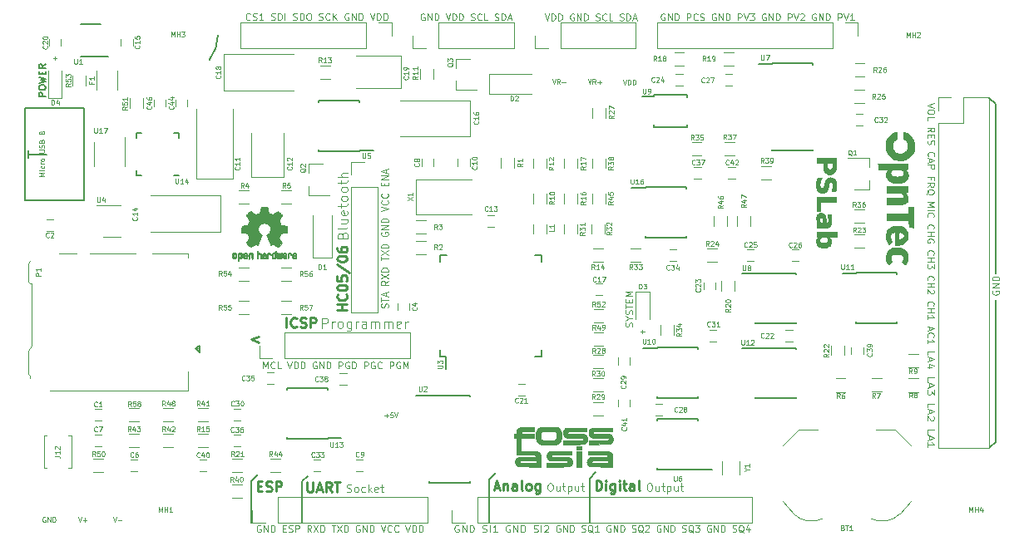
<source format=gto>
G04 #@! TF.GenerationSoftware,KiCad,Pcbnew,5.0.2-bee76a0~70~ubuntu16.04.1*
G04 #@! TF.CreationDate,2019-04-12T22:23:48+05:30*
G04 #@! TF.ProjectId,PSLab,50534c61-622e-46b6-9963-61645f706362,v6.1*
G04 #@! TF.SameCoordinates,Original*
G04 #@! TF.FileFunction,Legend,Top*
G04 #@! TF.FilePolarity,Positive*
%FSLAX46Y46*%
G04 Gerber Fmt 4.6, Leading zero omitted, Abs format (unit mm)*
G04 Created by KiCad (PCBNEW 5.0.2-bee76a0~70~ubuntu16.04.1) date Fri 12 Apr 2019 22:23:48 +0530*
%MOMM*%
%LPD*%
G01*
G04 APERTURE LIST*
%ADD10C,0.200000*%
%ADD11C,0.100000*%
%ADD12C,0.250000*%
%ADD13C,0.175000*%
%ADD14C,0.150000*%
%ADD15C,0.120000*%
%ADD16C,0.010000*%
G04 APERTURE END LIST*
D10*
X110279062Y-62709973D02*
G75*
G02X109399999Y-65239999I-4109062J9973D01*
G01*
D11*
X151523333Y-67246190D02*
X151690000Y-67746190D01*
X151856666Y-67246190D01*
X152023333Y-67746190D02*
X152023333Y-67246190D01*
X152142380Y-67246190D01*
X152213809Y-67270000D01*
X152261428Y-67317619D01*
X152285238Y-67365238D01*
X152309047Y-67460476D01*
X152309047Y-67531904D01*
X152285238Y-67627142D01*
X152261428Y-67674761D01*
X152213809Y-67722380D01*
X152142380Y-67746190D01*
X152023333Y-67746190D01*
X152523333Y-67746190D02*
X152523333Y-67246190D01*
X152642380Y-67246190D01*
X152713809Y-67270000D01*
X152761428Y-67317619D01*
X152785238Y-67365238D01*
X152809047Y-67460476D01*
X152809047Y-67531904D01*
X152785238Y-67627142D01*
X152761428Y-67674761D01*
X152713809Y-67722380D01*
X152642380Y-67746190D01*
X152523333Y-67746190D01*
X147913809Y-67196190D02*
X148080476Y-67696190D01*
X148247142Y-67196190D01*
X148699523Y-67696190D02*
X148532857Y-67458095D01*
X148413809Y-67696190D02*
X148413809Y-67196190D01*
X148604285Y-67196190D01*
X148651904Y-67220000D01*
X148675714Y-67243809D01*
X148699523Y-67291428D01*
X148699523Y-67362857D01*
X148675714Y-67410476D01*
X148651904Y-67434285D01*
X148604285Y-67458095D01*
X148413809Y-67458095D01*
X148913809Y-67505714D02*
X149294761Y-67505714D01*
X149104285Y-67696190D02*
X149104285Y-67315238D01*
X144283809Y-67186190D02*
X144450476Y-67686190D01*
X144617142Y-67186190D01*
X145069523Y-67686190D02*
X144902857Y-67448095D01*
X144783809Y-67686190D02*
X144783809Y-67186190D01*
X144974285Y-67186190D01*
X145021904Y-67210000D01*
X145045714Y-67233809D01*
X145069523Y-67281428D01*
X145069523Y-67352857D01*
X145045714Y-67400476D01*
X145021904Y-67424285D01*
X144974285Y-67448095D01*
X144783809Y-67448095D01*
X145283809Y-67495714D02*
X145664761Y-67495714D01*
D10*
X108180000Y-94800000D02*
X108280000Y-94600000D01*
X108380000Y-95000000D02*
X108380000Y-94350000D01*
X107980000Y-94650000D02*
X108380000Y-95000000D01*
X108380000Y-94350000D02*
X107980000Y-94650000D01*
X107980000Y-94650000D02*
X108380000Y-94350000D01*
D11*
X92606190Y-77061904D02*
X92106190Y-77061904D01*
X92463333Y-76895238D01*
X92106190Y-76728571D01*
X92606190Y-76728571D01*
X92606190Y-76490476D02*
X92272857Y-76490476D01*
X92106190Y-76490476D02*
X92130000Y-76514285D01*
X92153809Y-76490476D01*
X92130000Y-76466666D01*
X92106190Y-76490476D01*
X92153809Y-76490476D01*
X92582380Y-76038095D02*
X92606190Y-76085714D01*
X92606190Y-76180952D01*
X92582380Y-76228571D01*
X92558571Y-76252380D01*
X92510952Y-76276190D01*
X92368095Y-76276190D01*
X92320476Y-76252380D01*
X92296666Y-76228571D01*
X92272857Y-76180952D01*
X92272857Y-76085714D01*
X92296666Y-76038095D01*
X92606190Y-75823809D02*
X92272857Y-75823809D01*
X92368095Y-75823809D02*
X92320476Y-75800000D01*
X92296666Y-75776190D01*
X92272857Y-75728571D01*
X92272857Y-75680952D01*
X92606190Y-75442857D02*
X92582380Y-75490476D01*
X92558571Y-75514285D01*
X92510952Y-75538095D01*
X92368095Y-75538095D01*
X92320476Y-75514285D01*
X92296666Y-75490476D01*
X92272857Y-75442857D01*
X92272857Y-75371428D01*
X92296666Y-75323809D01*
X92320476Y-75300000D01*
X92368095Y-75276190D01*
X92510952Y-75276190D01*
X92558571Y-75300000D01*
X92582380Y-75323809D01*
X92606190Y-75371428D01*
X92606190Y-75442857D01*
X92106190Y-74680952D02*
X92510952Y-74680952D01*
X92558571Y-74657142D01*
X92582380Y-74633333D01*
X92606190Y-74585714D01*
X92606190Y-74490476D01*
X92582380Y-74442857D01*
X92558571Y-74419047D01*
X92510952Y-74395238D01*
X92106190Y-74395238D01*
X92582380Y-74180952D02*
X92606190Y-74109523D01*
X92606190Y-73990476D01*
X92582380Y-73942857D01*
X92558571Y-73919047D01*
X92510952Y-73895238D01*
X92463333Y-73895238D01*
X92415714Y-73919047D01*
X92391904Y-73942857D01*
X92368095Y-73990476D01*
X92344285Y-74085714D01*
X92320476Y-74133333D01*
X92296666Y-74157142D01*
X92249047Y-74180952D01*
X92201428Y-74180952D01*
X92153809Y-74157142D01*
X92130000Y-74133333D01*
X92106190Y-74085714D01*
X92106190Y-73966666D01*
X92130000Y-73895238D01*
X92344285Y-73514285D02*
X92368095Y-73442857D01*
X92391904Y-73419047D01*
X92439523Y-73395238D01*
X92510952Y-73395238D01*
X92558571Y-73419047D01*
X92582380Y-73442857D01*
X92606190Y-73490476D01*
X92606190Y-73680952D01*
X92106190Y-73680952D01*
X92106190Y-73514285D01*
X92130000Y-73466666D01*
X92153809Y-73442857D01*
X92201428Y-73419047D01*
X92249047Y-73419047D01*
X92296666Y-73442857D01*
X92320476Y-73466666D01*
X92344285Y-73514285D01*
X92344285Y-73680952D01*
X92344285Y-72633333D02*
X92368095Y-72561904D01*
X92391904Y-72538095D01*
X92439523Y-72514285D01*
X92510952Y-72514285D01*
X92558571Y-72538095D01*
X92582380Y-72561904D01*
X92606190Y-72609523D01*
X92606190Y-72800000D01*
X92106190Y-72800000D01*
X92106190Y-72633333D01*
X92130000Y-72585714D01*
X92153809Y-72561904D01*
X92201428Y-72538095D01*
X92249047Y-72538095D01*
X92296666Y-72561904D01*
X92320476Y-72585714D01*
X92344285Y-72633333D01*
X92344285Y-72800000D01*
X113556666Y-61106428D02*
X113523333Y-61139285D01*
X113423333Y-61172142D01*
X113356666Y-61172142D01*
X113256666Y-61139285D01*
X113190000Y-61073571D01*
X113156666Y-61007857D01*
X113123333Y-60876428D01*
X113123333Y-60777857D01*
X113156666Y-60646428D01*
X113190000Y-60580714D01*
X113256666Y-60515000D01*
X113356666Y-60482142D01*
X113423333Y-60482142D01*
X113523333Y-60515000D01*
X113556666Y-60547857D01*
X113823333Y-61139285D02*
X113923333Y-61172142D01*
X114090000Y-61172142D01*
X114156666Y-61139285D01*
X114190000Y-61106428D01*
X114223333Y-61040714D01*
X114223333Y-60975000D01*
X114190000Y-60909285D01*
X114156666Y-60876428D01*
X114090000Y-60843571D01*
X113956666Y-60810714D01*
X113890000Y-60777857D01*
X113856666Y-60745000D01*
X113823333Y-60679285D01*
X113823333Y-60613571D01*
X113856666Y-60547857D01*
X113890000Y-60515000D01*
X113956666Y-60482142D01*
X114123333Y-60482142D01*
X114223333Y-60515000D01*
X114890000Y-61172142D02*
X114490000Y-61172142D01*
X114690000Y-61172142D02*
X114690000Y-60482142D01*
X114623333Y-60580714D01*
X114556666Y-60646428D01*
X114490000Y-60679285D01*
X115690000Y-61139285D02*
X115790000Y-61172142D01*
X115956666Y-61172142D01*
X116023333Y-61139285D01*
X116056666Y-61106428D01*
X116090000Y-61040714D01*
X116090000Y-60975000D01*
X116056666Y-60909285D01*
X116023333Y-60876428D01*
X115956666Y-60843571D01*
X115823333Y-60810714D01*
X115756666Y-60777857D01*
X115723333Y-60745000D01*
X115690000Y-60679285D01*
X115690000Y-60613571D01*
X115723333Y-60547857D01*
X115756666Y-60515000D01*
X115823333Y-60482142D01*
X115990000Y-60482142D01*
X116090000Y-60515000D01*
X116390000Y-61172142D02*
X116390000Y-60482142D01*
X116556666Y-60482142D01*
X116656666Y-60515000D01*
X116723333Y-60580714D01*
X116756666Y-60646428D01*
X116790000Y-60777857D01*
X116790000Y-60876428D01*
X116756666Y-61007857D01*
X116723333Y-61073571D01*
X116656666Y-61139285D01*
X116556666Y-61172142D01*
X116390000Y-61172142D01*
X117090000Y-61172142D02*
X117090000Y-60482142D01*
X117923333Y-61139285D02*
X118023333Y-61172142D01*
X118190000Y-61172142D01*
X118256666Y-61139285D01*
X118290000Y-61106428D01*
X118323333Y-61040714D01*
X118323333Y-60975000D01*
X118290000Y-60909285D01*
X118256666Y-60876428D01*
X118190000Y-60843571D01*
X118056666Y-60810714D01*
X117990000Y-60777857D01*
X117956666Y-60745000D01*
X117923333Y-60679285D01*
X117923333Y-60613571D01*
X117956666Y-60547857D01*
X117990000Y-60515000D01*
X118056666Y-60482142D01*
X118223333Y-60482142D01*
X118323333Y-60515000D01*
X118623333Y-61172142D02*
X118623333Y-60482142D01*
X118790000Y-60482142D01*
X118890000Y-60515000D01*
X118956666Y-60580714D01*
X118990000Y-60646428D01*
X119023333Y-60777857D01*
X119023333Y-60876428D01*
X118990000Y-61007857D01*
X118956666Y-61073571D01*
X118890000Y-61139285D01*
X118790000Y-61172142D01*
X118623333Y-61172142D01*
X119456666Y-60482142D02*
X119590000Y-60482142D01*
X119656666Y-60515000D01*
X119723333Y-60580714D01*
X119756666Y-60712142D01*
X119756666Y-60942142D01*
X119723333Y-61073571D01*
X119656666Y-61139285D01*
X119590000Y-61172142D01*
X119456666Y-61172142D01*
X119390000Y-61139285D01*
X119323333Y-61073571D01*
X119290000Y-60942142D01*
X119290000Y-60712142D01*
X119323333Y-60580714D01*
X119390000Y-60515000D01*
X119456666Y-60482142D01*
X120556666Y-61139285D02*
X120656666Y-61172142D01*
X120823333Y-61172142D01*
X120890000Y-61139285D01*
X120923333Y-61106428D01*
X120956666Y-61040714D01*
X120956666Y-60975000D01*
X120923333Y-60909285D01*
X120890000Y-60876428D01*
X120823333Y-60843571D01*
X120690000Y-60810714D01*
X120623333Y-60777857D01*
X120590000Y-60745000D01*
X120556666Y-60679285D01*
X120556666Y-60613571D01*
X120590000Y-60547857D01*
X120623333Y-60515000D01*
X120690000Y-60482142D01*
X120856666Y-60482142D01*
X120956666Y-60515000D01*
X121656666Y-61106428D02*
X121623333Y-61139285D01*
X121523333Y-61172142D01*
X121456666Y-61172142D01*
X121356666Y-61139285D01*
X121290000Y-61073571D01*
X121256666Y-61007857D01*
X121223333Y-60876428D01*
X121223333Y-60777857D01*
X121256666Y-60646428D01*
X121290000Y-60580714D01*
X121356666Y-60515000D01*
X121456666Y-60482142D01*
X121523333Y-60482142D01*
X121623333Y-60515000D01*
X121656666Y-60547857D01*
X121956666Y-61172142D02*
X121956666Y-60482142D01*
X122356666Y-61172142D02*
X122056666Y-60777857D01*
X122356666Y-60482142D02*
X121956666Y-60876428D01*
X123556666Y-60515000D02*
X123490000Y-60482142D01*
X123390000Y-60482142D01*
X123290000Y-60515000D01*
X123223333Y-60580714D01*
X123190000Y-60646428D01*
X123156666Y-60777857D01*
X123156666Y-60876428D01*
X123190000Y-61007857D01*
X123223333Y-61073571D01*
X123290000Y-61139285D01*
X123390000Y-61172142D01*
X123456666Y-61172142D01*
X123556666Y-61139285D01*
X123590000Y-61106428D01*
X123590000Y-60876428D01*
X123456666Y-60876428D01*
X123890000Y-61172142D02*
X123890000Y-60482142D01*
X124290000Y-61172142D01*
X124290000Y-60482142D01*
X124623333Y-61172142D02*
X124623333Y-60482142D01*
X124790000Y-60482142D01*
X124890000Y-60515000D01*
X124956666Y-60580714D01*
X124990000Y-60646428D01*
X125023333Y-60777857D01*
X125023333Y-60876428D01*
X124990000Y-61007857D01*
X124956666Y-61073571D01*
X124890000Y-61139285D01*
X124790000Y-61172142D01*
X124623333Y-61172142D01*
X125756666Y-60482142D02*
X125990000Y-61172142D01*
X126223333Y-60482142D01*
X126456666Y-61172142D02*
X126456666Y-60482142D01*
X126623333Y-60482142D01*
X126723333Y-60515000D01*
X126790000Y-60580714D01*
X126823333Y-60646428D01*
X126856666Y-60777857D01*
X126856666Y-60876428D01*
X126823333Y-61007857D01*
X126790000Y-61073571D01*
X126723333Y-61139285D01*
X126623333Y-61172142D01*
X126456666Y-61172142D01*
X127156666Y-61172142D02*
X127156666Y-60482142D01*
X127323333Y-60482142D01*
X127423333Y-60515000D01*
X127490000Y-60580714D01*
X127523333Y-60646428D01*
X127556666Y-60777857D01*
X127556666Y-60876428D01*
X127523333Y-61007857D01*
X127490000Y-61073571D01*
X127423333Y-61139285D01*
X127323333Y-61172142D01*
X127156666Y-61172142D01*
D10*
X113690000Y-108130000D02*
X114300000Y-107520000D01*
X113690000Y-112400000D02*
X113690000Y-108130000D01*
X118850000Y-108170000D02*
X119390000Y-107630000D01*
X118850000Y-108390000D02*
X118850000Y-108170000D01*
X118850000Y-112420000D02*
X118850000Y-108390000D01*
D12*
X114319523Y-108658571D02*
X114652857Y-108658571D01*
X114795714Y-109182380D02*
X114319523Y-109182380D01*
X114319523Y-108182380D01*
X114795714Y-108182380D01*
X115176666Y-109134761D02*
X115319523Y-109182380D01*
X115557619Y-109182380D01*
X115652857Y-109134761D01*
X115700476Y-109087142D01*
X115748095Y-108991904D01*
X115748095Y-108896666D01*
X115700476Y-108801428D01*
X115652857Y-108753809D01*
X115557619Y-108706190D01*
X115367142Y-108658571D01*
X115271904Y-108610952D01*
X115224285Y-108563333D01*
X115176666Y-108468095D01*
X115176666Y-108372857D01*
X115224285Y-108277619D01*
X115271904Y-108230000D01*
X115367142Y-108182380D01*
X115605238Y-108182380D01*
X115748095Y-108230000D01*
X116176666Y-109182380D02*
X116176666Y-108182380D01*
X116557619Y-108182380D01*
X116652857Y-108230000D01*
X116700476Y-108277619D01*
X116748095Y-108372857D01*
X116748095Y-108515714D01*
X116700476Y-108610952D01*
X116652857Y-108658571D01*
X116557619Y-108706190D01*
X116176666Y-108706190D01*
X114420952Y-93415714D02*
X113659047Y-93701428D01*
X114420952Y-93987142D01*
D10*
X148090000Y-111000000D02*
X148090000Y-112310000D01*
X137870000Y-111020000D02*
X137870000Y-112330000D01*
X137870000Y-111020000D02*
X137870000Y-107980000D01*
D11*
X123391428Y-109243809D02*
X123505714Y-109281904D01*
X123696190Y-109281904D01*
X123772380Y-109243809D01*
X123810476Y-109205714D01*
X123848571Y-109129523D01*
X123848571Y-109053333D01*
X123810476Y-108977142D01*
X123772380Y-108939047D01*
X123696190Y-108900952D01*
X123543809Y-108862857D01*
X123467619Y-108824761D01*
X123429523Y-108786666D01*
X123391428Y-108710476D01*
X123391428Y-108634285D01*
X123429523Y-108558095D01*
X123467619Y-108520000D01*
X123543809Y-108481904D01*
X123734285Y-108481904D01*
X123848571Y-108520000D01*
X124305714Y-109281904D02*
X124229523Y-109243809D01*
X124191428Y-109205714D01*
X124153333Y-109129523D01*
X124153333Y-108900952D01*
X124191428Y-108824761D01*
X124229523Y-108786666D01*
X124305714Y-108748571D01*
X124420000Y-108748571D01*
X124496190Y-108786666D01*
X124534285Y-108824761D01*
X124572380Y-108900952D01*
X124572380Y-109129523D01*
X124534285Y-109205714D01*
X124496190Y-109243809D01*
X124420000Y-109281904D01*
X124305714Y-109281904D01*
X125258095Y-109243809D02*
X125181904Y-109281904D01*
X125029523Y-109281904D01*
X124953333Y-109243809D01*
X124915238Y-109205714D01*
X124877142Y-109129523D01*
X124877142Y-108900952D01*
X124915238Y-108824761D01*
X124953333Y-108786666D01*
X125029523Y-108748571D01*
X125181904Y-108748571D01*
X125258095Y-108786666D01*
X125600952Y-109281904D02*
X125600952Y-108481904D01*
X125677142Y-108977142D02*
X125905714Y-109281904D01*
X125905714Y-108748571D02*
X125600952Y-109053333D01*
X126553333Y-109243809D02*
X126477142Y-109281904D01*
X126324761Y-109281904D01*
X126248571Y-109243809D01*
X126210476Y-109167619D01*
X126210476Y-108862857D01*
X126248571Y-108786666D01*
X126324761Y-108748571D01*
X126477142Y-108748571D01*
X126553333Y-108786666D01*
X126591428Y-108862857D01*
X126591428Y-108939047D01*
X126210476Y-109015238D01*
X126819999Y-108748571D02*
X127124761Y-108748571D01*
X126934285Y-108481904D02*
X126934285Y-109167619D01*
X126972380Y-109243809D01*
X127048571Y-109281904D01*
X127124761Y-109281904D01*
D12*
X119364761Y-108262380D02*
X119364761Y-109071904D01*
X119412380Y-109167142D01*
X119460000Y-109214761D01*
X119555238Y-109262380D01*
X119745714Y-109262380D01*
X119840952Y-109214761D01*
X119888571Y-109167142D01*
X119936190Y-109071904D01*
X119936190Y-108262380D01*
X120364761Y-108976666D02*
X120840952Y-108976666D01*
X120269523Y-109262380D02*
X120602857Y-108262380D01*
X120936190Y-109262380D01*
X121840952Y-109262380D02*
X121507619Y-108786190D01*
X121269523Y-109262380D02*
X121269523Y-108262380D01*
X121650476Y-108262380D01*
X121745714Y-108310000D01*
X121793333Y-108357619D01*
X121840952Y-108452857D01*
X121840952Y-108595714D01*
X121793333Y-108690952D01*
X121745714Y-108738571D01*
X121650476Y-108786190D01*
X121269523Y-108786190D01*
X122126666Y-108262380D02*
X122698095Y-108262380D01*
X122412380Y-109262380D02*
X122412380Y-108262380D01*
D11*
X127569285Y-90471428D02*
X127602142Y-90372857D01*
X127602142Y-90208571D01*
X127569285Y-90142857D01*
X127536428Y-90110000D01*
X127470714Y-90077142D01*
X127405000Y-90077142D01*
X127339285Y-90110000D01*
X127306428Y-90142857D01*
X127273571Y-90208571D01*
X127240714Y-90340000D01*
X127207857Y-90405714D01*
X127175000Y-90438571D01*
X127109285Y-90471428D01*
X127043571Y-90471428D01*
X126977857Y-90438571D01*
X126945000Y-90405714D01*
X126912142Y-90340000D01*
X126912142Y-90175714D01*
X126945000Y-90077142D01*
X126912142Y-89880000D02*
X126912142Y-89485714D01*
X127602142Y-89682857D02*
X126912142Y-89682857D01*
X127405000Y-89288571D02*
X127405000Y-88960000D01*
X127602142Y-89354285D02*
X126912142Y-89124285D01*
X127602142Y-88894285D01*
X127602142Y-87744285D02*
X127273571Y-87974285D01*
X127602142Y-88138571D02*
X126912142Y-88138571D01*
X126912142Y-87875714D01*
X126945000Y-87810000D01*
X126977857Y-87777142D01*
X127043571Y-87744285D01*
X127142142Y-87744285D01*
X127207857Y-87777142D01*
X127240714Y-87810000D01*
X127273571Y-87875714D01*
X127273571Y-88138571D01*
X126912142Y-87514285D02*
X127602142Y-87054285D01*
X126912142Y-87054285D02*
X127602142Y-87514285D01*
X127602142Y-86791428D02*
X126912142Y-86791428D01*
X126912142Y-86627142D01*
X126945000Y-86528571D01*
X127010714Y-86462857D01*
X127076428Y-86430000D01*
X127207857Y-86397142D01*
X127306428Y-86397142D01*
X127437857Y-86430000D01*
X127503571Y-86462857D01*
X127569285Y-86528571D01*
X127602142Y-86627142D01*
X127602142Y-86791428D01*
X126912142Y-85674285D02*
X126912142Y-85280000D01*
X127602142Y-85477142D02*
X126912142Y-85477142D01*
X126912142Y-85115714D02*
X127602142Y-84655714D01*
X126912142Y-84655714D02*
X127602142Y-85115714D01*
X127602142Y-84392857D02*
X126912142Y-84392857D01*
X126912142Y-84228571D01*
X126945000Y-84130000D01*
X127010714Y-84064285D01*
X127076428Y-84031428D01*
X127207857Y-83998571D01*
X127306428Y-83998571D01*
X127437857Y-84031428D01*
X127503571Y-84064285D01*
X127569285Y-84130000D01*
X127602142Y-84228571D01*
X127602142Y-84392857D01*
X126945000Y-82815714D02*
X126912142Y-82881428D01*
X126912142Y-82980000D01*
X126945000Y-83078571D01*
X127010714Y-83144285D01*
X127076428Y-83177142D01*
X127207857Y-83210000D01*
X127306428Y-83210000D01*
X127437857Y-83177142D01*
X127503571Y-83144285D01*
X127569285Y-83078571D01*
X127602142Y-82980000D01*
X127602142Y-82914285D01*
X127569285Y-82815714D01*
X127536428Y-82782857D01*
X127306428Y-82782857D01*
X127306428Y-82914285D01*
X127602142Y-82487142D02*
X126912142Y-82487142D01*
X127602142Y-82092857D01*
X126912142Y-82092857D01*
X127602142Y-81764285D02*
X126912142Y-81764285D01*
X126912142Y-81600000D01*
X126945000Y-81501428D01*
X127010714Y-81435714D01*
X127076428Y-81402857D01*
X127207857Y-81370000D01*
X127306428Y-81370000D01*
X127437857Y-81402857D01*
X127503571Y-81435714D01*
X127569285Y-81501428D01*
X127602142Y-81600000D01*
X127602142Y-81764285D01*
X126912142Y-80647142D02*
X127602142Y-80417142D01*
X126912142Y-80187142D01*
X127536428Y-79562857D02*
X127569285Y-79595714D01*
X127602142Y-79694285D01*
X127602142Y-79760000D01*
X127569285Y-79858571D01*
X127503571Y-79924285D01*
X127437857Y-79957142D01*
X127306428Y-79990000D01*
X127207857Y-79990000D01*
X127076428Y-79957142D01*
X127010714Y-79924285D01*
X126945000Y-79858571D01*
X126912142Y-79760000D01*
X126912142Y-79694285D01*
X126945000Y-79595714D01*
X126977857Y-79562857D01*
X127536428Y-78872857D02*
X127569285Y-78905714D01*
X127602142Y-79004285D01*
X127602142Y-79070000D01*
X127569285Y-79168571D01*
X127503571Y-79234285D01*
X127437857Y-79267142D01*
X127306428Y-79300000D01*
X127207857Y-79300000D01*
X127076428Y-79267142D01*
X127010714Y-79234285D01*
X126945000Y-79168571D01*
X126912142Y-79070000D01*
X126912142Y-79004285D01*
X126945000Y-78905714D01*
X126977857Y-78872857D01*
X127240714Y-78051428D02*
X127240714Y-77821428D01*
X127602142Y-77722857D02*
X127602142Y-78051428D01*
X126912142Y-78051428D01*
X126912142Y-77722857D01*
X127602142Y-77427142D02*
X126912142Y-77427142D01*
X127602142Y-77032857D01*
X126912142Y-77032857D01*
X127405000Y-76737142D02*
X127405000Y-76408571D01*
X127602142Y-76802857D02*
X126912142Y-76572857D01*
X127602142Y-76342857D01*
X154120952Y-108361904D02*
X154273333Y-108361904D01*
X154349523Y-108400000D01*
X154425714Y-108476190D01*
X154463809Y-108628571D01*
X154463809Y-108895238D01*
X154425714Y-109047619D01*
X154349523Y-109123809D01*
X154273333Y-109161904D01*
X154120952Y-109161904D01*
X154044761Y-109123809D01*
X153968571Y-109047619D01*
X153930476Y-108895238D01*
X153930476Y-108628571D01*
X153968571Y-108476190D01*
X154044761Y-108400000D01*
X154120952Y-108361904D01*
X155149523Y-108628571D02*
X155149523Y-109161904D01*
X154806666Y-108628571D02*
X154806666Y-109047619D01*
X154844761Y-109123809D01*
X154920952Y-109161904D01*
X155035238Y-109161904D01*
X155111428Y-109123809D01*
X155149523Y-109085714D01*
X155416190Y-108628571D02*
X155720952Y-108628571D01*
X155530476Y-108361904D02*
X155530476Y-109047619D01*
X155568571Y-109123809D01*
X155644761Y-109161904D01*
X155720952Y-109161904D01*
X155987619Y-108628571D02*
X155987619Y-109428571D01*
X155987619Y-108666666D02*
X156063809Y-108628571D01*
X156216190Y-108628571D01*
X156292380Y-108666666D01*
X156330476Y-108704761D01*
X156368571Y-108780952D01*
X156368571Y-109009523D01*
X156330476Y-109085714D01*
X156292380Y-109123809D01*
X156216190Y-109161904D01*
X156063809Y-109161904D01*
X155987619Y-109123809D01*
X157054285Y-108628571D02*
X157054285Y-109161904D01*
X156711428Y-108628571D02*
X156711428Y-109047619D01*
X156749523Y-109123809D01*
X156825714Y-109161904D01*
X156940000Y-109161904D01*
X157016190Y-109123809D01*
X157054285Y-109085714D01*
X157320952Y-108628571D02*
X157625714Y-108628571D01*
X157435238Y-108361904D02*
X157435238Y-109047619D01*
X157473333Y-109123809D01*
X157549523Y-109161904D01*
X157625714Y-109161904D01*
X144020952Y-108361904D02*
X144173333Y-108361904D01*
X144249523Y-108400000D01*
X144325714Y-108476190D01*
X144363809Y-108628571D01*
X144363809Y-108895238D01*
X144325714Y-109047619D01*
X144249523Y-109123809D01*
X144173333Y-109161904D01*
X144020952Y-109161904D01*
X143944761Y-109123809D01*
X143868571Y-109047619D01*
X143830476Y-108895238D01*
X143830476Y-108628571D01*
X143868571Y-108476190D01*
X143944761Y-108400000D01*
X144020952Y-108361904D01*
X145049523Y-108628571D02*
X145049523Y-109161904D01*
X144706666Y-108628571D02*
X144706666Y-109047619D01*
X144744761Y-109123809D01*
X144820952Y-109161904D01*
X144935238Y-109161904D01*
X145011428Y-109123809D01*
X145049523Y-109085714D01*
X145316190Y-108628571D02*
X145620952Y-108628571D01*
X145430476Y-108361904D02*
X145430476Y-109047619D01*
X145468571Y-109123809D01*
X145544761Y-109161904D01*
X145620952Y-109161904D01*
X145887619Y-108628571D02*
X145887619Y-109428571D01*
X145887619Y-108666666D02*
X145963809Y-108628571D01*
X146116190Y-108628571D01*
X146192380Y-108666666D01*
X146230476Y-108704761D01*
X146268571Y-108780952D01*
X146268571Y-109009523D01*
X146230476Y-109085714D01*
X146192380Y-109123809D01*
X146116190Y-109161904D01*
X145963809Y-109161904D01*
X145887619Y-109123809D01*
X146954285Y-108628571D02*
X146954285Y-109161904D01*
X146611428Y-108628571D02*
X146611428Y-109047619D01*
X146649523Y-109123809D01*
X146725714Y-109161904D01*
X146840000Y-109161904D01*
X146916190Y-109123809D01*
X146954285Y-109085714D01*
X147220952Y-108628571D02*
X147525714Y-108628571D01*
X147335238Y-108361904D02*
X147335238Y-109047619D01*
X147373333Y-109123809D01*
X147449523Y-109161904D01*
X147525714Y-109161904D01*
D10*
X137870000Y-107980000D02*
X138540000Y-107310000D01*
X148090000Y-107880000D02*
X148750000Y-107220000D01*
X148090000Y-110990000D02*
X148090000Y-107880000D01*
D12*
X148759523Y-109082380D02*
X148759523Y-108082380D01*
X148997619Y-108082380D01*
X149140476Y-108130000D01*
X149235714Y-108225238D01*
X149283333Y-108320476D01*
X149330952Y-108510952D01*
X149330952Y-108653809D01*
X149283333Y-108844285D01*
X149235714Y-108939523D01*
X149140476Y-109034761D01*
X148997619Y-109082380D01*
X148759523Y-109082380D01*
X149759523Y-109082380D02*
X149759523Y-108415714D01*
X149759523Y-108082380D02*
X149711904Y-108130000D01*
X149759523Y-108177619D01*
X149807142Y-108130000D01*
X149759523Y-108082380D01*
X149759523Y-108177619D01*
X150664285Y-108415714D02*
X150664285Y-109225238D01*
X150616666Y-109320476D01*
X150569047Y-109368095D01*
X150473809Y-109415714D01*
X150330952Y-109415714D01*
X150235714Y-109368095D01*
X150664285Y-109034761D02*
X150569047Y-109082380D01*
X150378571Y-109082380D01*
X150283333Y-109034761D01*
X150235714Y-108987142D01*
X150188095Y-108891904D01*
X150188095Y-108606190D01*
X150235714Y-108510952D01*
X150283333Y-108463333D01*
X150378571Y-108415714D01*
X150569047Y-108415714D01*
X150664285Y-108463333D01*
X151140476Y-109082380D02*
X151140476Y-108415714D01*
X151140476Y-108082380D02*
X151092857Y-108130000D01*
X151140476Y-108177619D01*
X151188095Y-108130000D01*
X151140476Y-108082380D01*
X151140476Y-108177619D01*
X151473809Y-108415714D02*
X151854761Y-108415714D01*
X151616666Y-108082380D02*
X151616666Y-108939523D01*
X151664285Y-109034761D01*
X151759523Y-109082380D01*
X151854761Y-109082380D01*
X152616666Y-109082380D02*
X152616666Y-108558571D01*
X152569047Y-108463333D01*
X152473809Y-108415714D01*
X152283333Y-108415714D01*
X152188095Y-108463333D01*
X152616666Y-109034761D02*
X152521428Y-109082380D01*
X152283333Y-109082380D01*
X152188095Y-109034761D01*
X152140476Y-108939523D01*
X152140476Y-108844285D01*
X152188095Y-108749047D01*
X152283333Y-108701428D01*
X152521428Y-108701428D01*
X152616666Y-108653809D01*
X153235714Y-109082380D02*
X153140476Y-109034761D01*
X153092857Y-108939523D01*
X153092857Y-108082380D01*
X138440476Y-108796666D02*
X138916666Y-108796666D01*
X138345238Y-109082380D02*
X138678571Y-108082380D01*
X139011904Y-109082380D01*
X139345238Y-108415714D02*
X139345238Y-109082380D01*
X139345238Y-108510952D02*
X139392857Y-108463333D01*
X139488095Y-108415714D01*
X139630952Y-108415714D01*
X139726190Y-108463333D01*
X139773809Y-108558571D01*
X139773809Y-109082380D01*
X140678571Y-109082380D02*
X140678571Y-108558571D01*
X140630952Y-108463333D01*
X140535714Y-108415714D01*
X140345238Y-108415714D01*
X140250000Y-108463333D01*
X140678571Y-109034761D02*
X140583333Y-109082380D01*
X140345238Y-109082380D01*
X140250000Y-109034761D01*
X140202380Y-108939523D01*
X140202380Y-108844285D01*
X140250000Y-108749047D01*
X140345238Y-108701428D01*
X140583333Y-108701428D01*
X140678571Y-108653809D01*
X141297619Y-109082380D02*
X141202380Y-109034761D01*
X141154761Y-108939523D01*
X141154761Y-108082380D01*
X141821428Y-109082380D02*
X141726190Y-109034761D01*
X141678571Y-108987142D01*
X141630952Y-108891904D01*
X141630952Y-108606190D01*
X141678571Y-108510952D01*
X141726190Y-108463333D01*
X141821428Y-108415714D01*
X141964285Y-108415714D01*
X142059523Y-108463333D01*
X142107142Y-108510952D01*
X142154761Y-108606190D01*
X142154761Y-108891904D01*
X142107142Y-108987142D01*
X142059523Y-109034761D01*
X141964285Y-109082380D01*
X141821428Y-109082380D01*
X143011904Y-108415714D02*
X143011904Y-109225238D01*
X142964285Y-109320476D01*
X142916666Y-109368095D01*
X142821428Y-109415714D01*
X142678571Y-109415714D01*
X142583333Y-109368095D01*
X143011904Y-109034761D02*
X142916666Y-109082380D01*
X142726190Y-109082380D01*
X142630952Y-109034761D01*
X142583333Y-108987142D01*
X142535714Y-108891904D01*
X142535714Y-108606190D01*
X142583333Y-108510952D01*
X142630952Y-108463333D01*
X142726190Y-108415714D01*
X142916666Y-108415714D01*
X143011904Y-108463333D01*
D10*
X188860000Y-104730000D02*
X188820000Y-104730000D01*
X189430000Y-104160000D02*
X188860000Y-104730000D01*
X189430000Y-89700000D02*
X189430000Y-104160000D01*
X189430000Y-69760000D02*
X188780000Y-69110000D01*
X189430000Y-70920000D02*
X189430000Y-69760000D01*
X189430000Y-86970000D02*
X189430000Y-70920000D01*
D11*
X189110000Y-88763333D02*
X189076666Y-88830000D01*
X189076666Y-88930000D01*
X189110000Y-89030000D01*
X189176666Y-89096666D01*
X189243333Y-89130000D01*
X189376666Y-89163333D01*
X189476666Y-89163333D01*
X189610000Y-89130000D01*
X189676666Y-89096666D01*
X189743333Y-89030000D01*
X189776666Y-88930000D01*
X189776666Y-88863333D01*
X189743333Y-88763333D01*
X189710000Y-88730000D01*
X189476666Y-88730000D01*
X189476666Y-88863333D01*
X189776666Y-88430000D02*
X189076666Y-88430000D01*
X189776666Y-88030000D01*
X189076666Y-88030000D01*
X189776666Y-87696666D02*
X189076666Y-87696666D01*
X189076666Y-87530000D01*
X189110000Y-87430000D01*
X189176666Y-87363333D01*
X189243333Y-87330000D01*
X189376666Y-87296666D01*
X189476666Y-87296666D01*
X189610000Y-87330000D01*
X189676666Y-87363333D01*
X189743333Y-87430000D01*
X189776666Y-87530000D01*
X189776666Y-87696666D01*
X122948571Y-83080000D02*
X122996190Y-82937142D01*
X123043809Y-82889523D01*
X123139047Y-82841904D01*
X123281904Y-82841904D01*
X123377142Y-82889523D01*
X123424761Y-82937142D01*
X123472380Y-83032380D01*
X123472380Y-83413333D01*
X122472380Y-83413333D01*
X122472380Y-83080000D01*
X122520000Y-82984761D01*
X122567619Y-82937142D01*
X122662857Y-82889523D01*
X122758095Y-82889523D01*
X122853333Y-82937142D01*
X122900952Y-82984761D01*
X122948571Y-83080000D01*
X122948571Y-83413333D01*
X123472380Y-82270476D02*
X123424761Y-82365714D01*
X123329523Y-82413333D01*
X122472380Y-82413333D01*
X122805714Y-81460952D02*
X123472380Y-81460952D01*
X122805714Y-81889523D02*
X123329523Y-81889523D01*
X123424761Y-81841904D01*
X123472380Y-81746666D01*
X123472380Y-81603809D01*
X123424761Y-81508571D01*
X123377142Y-81460952D01*
X123424761Y-80603809D02*
X123472380Y-80699047D01*
X123472380Y-80889523D01*
X123424761Y-80984761D01*
X123329523Y-81032380D01*
X122948571Y-81032380D01*
X122853333Y-80984761D01*
X122805714Y-80889523D01*
X122805714Y-80699047D01*
X122853333Y-80603809D01*
X122948571Y-80556190D01*
X123043809Y-80556190D01*
X123139047Y-81032380D01*
X122805714Y-80270476D02*
X122805714Y-79889523D01*
X122472380Y-80127619D02*
X123329523Y-80127619D01*
X123424761Y-80080000D01*
X123472380Y-79984761D01*
X123472380Y-79889523D01*
X123472380Y-79413333D02*
X123424761Y-79508571D01*
X123377142Y-79556190D01*
X123281904Y-79603809D01*
X122996190Y-79603809D01*
X122900952Y-79556190D01*
X122853333Y-79508571D01*
X122805714Y-79413333D01*
X122805714Y-79270476D01*
X122853333Y-79175238D01*
X122900952Y-79127619D01*
X122996190Y-79080000D01*
X123281904Y-79080000D01*
X123377142Y-79127619D01*
X123424761Y-79175238D01*
X123472380Y-79270476D01*
X123472380Y-79413333D01*
X123472380Y-78508571D02*
X123424761Y-78603809D01*
X123377142Y-78651428D01*
X123281904Y-78699047D01*
X122996190Y-78699047D01*
X122900952Y-78651428D01*
X122853333Y-78603809D01*
X122805714Y-78508571D01*
X122805714Y-78365714D01*
X122853333Y-78270476D01*
X122900952Y-78222857D01*
X122996190Y-78175238D01*
X123281904Y-78175238D01*
X123377142Y-78222857D01*
X123424761Y-78270476D01*
X123472380Y-78365714D01*
X123472380Y-78508571D01*
X122805714Y-77889523D02*
X122805714Y-77508571D01*
X122472380Y-77746666D02*
X123329523Y-77746666D01*
X123424761Y-77699047D01*
X123472380Y-77603809D01*
X123472380Y-77508571D01*
X123472380Y-77175238D02*
X122472380Y-77175238D01*
X123472380Y-76746666D02*
X122948571Y-76746666D01*
X122853333Y-76794285D01*
X122805714Y-76889523D01*
X122805714Y-77032380D01*
X122853333Y-77127619D01*
X122900952Y-77175238D01*
D12*
X123412380Y-90724285D02*
X122412380Y-90724285D01*
X122888571Y-90724285D02*
X122888571Y-90152857D01*
X123412380Y-90152857D02*
X122412380Y-90152857D01*
X123317142Y-89105238D02*
X123364761Y-89152857D01*
X123412380Y-89295714D01*
X123412380Y-89390952D01*
X123364761Y-89533809D01*
X123269523Y-89629047D01*
X123174285Y-89676666D01*
X122983809Y-89724285D01*
X122840952Y-89724285D01*
X122650476Y-89676666D01*
X122555238Y-89629047D01*
X122460000Y-89533809D01*
X122412380Y-89390952D01*
X122412380Y-89295714D01*
X122460000Y-89152857D01*
X122507619Y-89105238D01*
X122412380Y-88486190D02*
X122412380Y-88390952D01*
X122460000Y-88295714D01*
X122507619Y-88248095D01*
X122602857Y-88200476D01*
X122793333Y-88152857D01*
X123031428Y-88152857D01*
X123221904Y-88200476D01*
X123317142Y-88248095D01*
X123364761Y-88295714D01*
X123412380Y-88390952D01*
X123412380Y-88486190D01*
X123364761Y-88581428D01*
X123317142Y-88629047D01*
X123221904Y-88676666D01*
X123031428Y-88724285D01*
X122793333Y-88724285D01*
X122602857Y-88676666D01*
X122507619Y-88629047D01*
X122460000Y-88581428D01*
X122412380Y-88486190D01*
X122412380Y-87248095D02*
X122412380Y-87724285D01*
X122888571Y-87771904D01*
X122840952Y-87724285D01*
X122793333Y-87629047D01*
X122793333Y-87390952D01*
X122840952Y-87295714D01*
X122888571Y-87248095D01*
X122983809Y-87200476D01*
X123221904Y-87200476D01*
X123317142Y-87248095D01*
X123364761Y-87295714D01*
X123412380Y-87390952D01*
X123412380Y-87629047D01*
X123364761Y-87724285D01*
X123317142Y-87771904D01*
X122364761Y-86057619D02*
X123650476Y-86914761D01*
X122412380Y-85533809D02*
X122412380Y-85438571D01*
X122460000Y-85343333D01*
X122507619Y-85295714D01*
X122602857Y-85248095D01*
X122793333Y-85200476D01*
X123031428Y-85200476D01*
X123221904Y-85248095D01*
X123317142Y-85295714D01*
X123364761Y-85343333D01*
X123412380Y-85438571D01*
X123412380Y-85533809D01*
X123364761Y-85629047D01*
X123317142Y-85676666D01*
X123221904Y-85724285D01*
X123031428Y-85771904D01*
X122793333Y-85771904D01*
X122602857Y-85724285D01*
X122507619Y-85676666D01*
X122460000Y-85629047D01*
X122412380Y-85533809D01*
X122412380Y-84343333D02*
X122412380Y-84533809D01*
X122460000Y-84629047D01*
X122507619Y-84676666D01*
X122650476Y-84771904D01*
X122840952Y-84819523D01*
X123221904Y-84819523D01*
X123317142Y-84771904D01*
X123364761Y-84724285D01*
X123412380Y-84629047D01*
X123412380Y-84438571D01*
X123364761Y-84343333D01*
X123317142Y-84295714D01*
X123221904Y-84248095D01*
X122983809Y-84248095D01*
X122888571Y-84295714D01*
X122840952Y-84343333D01*
X122793333Y-84438571D01*
X122793333Y-84629047D01*
X122840952Y-84724285D01*
X122888571Y-84771904D01*
X122983809Y-84819523D01*
D11*
X143547857Y-60522142D02*
X143777857Y-61212142D01*
X144007857Y-60522142D01*
X144237857Y-61212142D02*
X144237857Y-60522142D01*
X144402142Y-60522142D01*
X144500714Y-60555000D01*
X144566428Y-60620714D01*
X144599285Y-60686428D01*
X144632142Y-60817857D01*
X144632142Y-60916428D01*
X144599285Y-61047857D01*
X144566428Y-61113571D01*
X144500714Y-61179285D01*
X144402142Y-61212142D01*
X144237857Y-61212142D01*
X144927857Y-61212142D02*
X144927857Y-60522142D01*
X145092142Y-60522142D01*
X145190714Y-60555000D01*
X145256428Y-60620714D01*
X145289285Y-60686428D01*
X145322142Y-60817857D01*
X145322142Y-60916428D01*
X145289285Y-61047857D01*
X145256428Y-61113571D01*
X145190714Y-61179285D01*
X145092142Y-61212142D01*
X144927857Y-61212142D01*
X146505000Y-60555000D02*
X146439285Y-60522142D01*
X146340714Y-60522142D01*
X146242142Y-60555000D01*
X146176428Y-60620714D01*
X146143571Y-60686428D01*
X146110714Y-60817857D01*
X146110714Y-60916428D01*
X146143571Y-61047857D01*
X146176428Y-61113571D01*
X146242142Y-61179285D01*
X146340714Y-61212142D01*
X146406428Y-61212142D01*
X146505000Y-61179285D01*
X146537857Y-61146428D01*
X146537857Y-60916428D01*
X146406428Y-60916428D01*
X146833571Y-61212142D02*
X146833571Y-60522142D01*
X147227857Y-61212142D01*
X147227857Y-60522142D01*
X147556428Y-61212142D02*
X147556428Y-60522142D01*
X147720714Y-60522142D01*
X147819285Y-60555000D01*
X147885000Y-60620714D01*
X147917857Y-60686428D01*
X147950714Y-60817857D01*
X147950714Y-60916428D01*
X147917857Y-61047857D01*
X147885000Y-61113571D01*
X147819285Y-61179285D01*
X147720714Y-61212142D01*
X147556428Y-61212142D01*
X148739285Y-61179285D02*
X148837857Y-61212142D01*
X149002142Y-61212142D01*
X149067857Y-61179285D01*
X149100714Y-61146428D01*
X149133571Y-61080714D01*
X149133571Y-61015000D01*
X149100714Y-60949285D01*
X149067857Y-60916428D01*
X149002142Y-60883571D01*
X148870714Y-60850714D01*
X148805000Y-60817857D01*
X148772142Y-60785000D01*
X148739285Y-60719285D01*
X148739285Y-60653571D01*
X148772142Y-60587857D01*
X148805000Y-60555000D01*
X148870714Y-60522142D01*
X149035000Y-60522142D01*
X149133571Y-60555000D01*
X149823571Y-61146428D02*
X149790714Y-61179285D01*
X149692142Y-61212142D01*
X149626428Y-61212142D01*
X149527857Y-61179285D01*
X149462142Y-61113571D01*
X149429285Y-61047857D01*
X149396428Y-60916428D01*
X149396428Y-60817857D01*
X149429285Y-60686428D01*
X149462142Y-60620714D01*
X149527857Y-60555000D01*
X149626428Y-60522142D01*
X149692142Y-60522142D01*
X149790714Y-60555000D01*
X149823571Y-60587857D01*
X150447857Y-61212142D02*
X150119285Y-61212142D01*
X150119285Y-60522142D01*
X151170714Y-61179285D02*
X151269285Y-61212142D01*
X151433571Y-61212142D01*
X151499285Y-61179285D01*
X151532142Y-61146428D01*
X151565000Y-61080714D01*
X151565000Y-61015000D01*
X151532142Y-60949285D01*
X151499285Y-60916428D01*
X151433571Y-60883571D01*
X151302142Y-60850714D01*
X151236428Y-60817857D01*
X151203571Y-60785000D01*
X151170714Y-60719285D01*
X151170714Y-60653571D01*
X151203571Y-60587857D01*
X151236428Y-60555000D01*
X151302142Y-60522142D01*
X151466428Y-60522142D01*
X151565000Y-60555000D01*
X151860714Y-61212142D02*
X151860714Y-60522142D01*
X152025000Y-60522142D01*
X152123571Y-60555000D01*
X152189285Y-60620714D01*
X152222142Y-60686428D01*
X152255000Y-60817857D01*
X152255000Y-60916428D01*
X152222142Y-61047857D01*
X152189285Y-61113571D01*
X152123571Y-61179285D01*
X152025000Y-61212142D01*
X151860714Y-61212142D01*
X152517857Y-61015000D02*
X152846428Y-61015000D01*
X152452142Y-61212142D02*
X152682142Y-60522142D01*
X152912142Y-61212142D01*
X131287857Y-60545000D02*
X131222142Y-60512142D01*
X131123571Y-60512142D01*
X131025000Y-60545000D01*
X130959285Y-60610714D01*
X130926428Y-60676428D01*
X130893571Y-60807857D01*
X130893571Y-60906428D01*
X130926428Y-61037857D01*
X130959285Y-61103571D01*
X131025000Y-61169285D01*
X131123571Y-61202142D01*
X131189285Y-61202142D01*
X131287857Y-61169285D01*
X131320714Y-61136428D01*
X131320714Y-60906428D01*
X131189285Y-60906428D01*
X131616428Y-61202142D02*
X131616428Y-60512142D01*
X132010714Y-61202142D01*
X132010714Y-60512142D01*
X132339285Y-61202142D02*
X132339285Y-60512142D01*
X132503571Y-60512142D01*
X132602142Y-60545000D01*
X132667857Y-60610714D01*
X132700714Y-60676428D01*
X132733571Y-60807857D01*
X132733571Y-60906428D01*
X132700714Y-61037857D01*
X132667857Y-61103571D01*
X132602142Y-61169285D01*
X132503571Y-61202142D01*
X132339285Y-61202142D01*
X133456428Y-60512142D02*
X133686428Y-61202142D01*
X133916428Y-60512142D01*
X134146428Y-61202142D02*
X134146428Y-60512142D01*
X134310714Y-60512142D01*
X134409285Y-60545000D01*
X134475000Y-60610714D01*
X134507857Y-60676428D01*
X134540714Y-60807857D01*
X134540714Y-60906428D01*
X134507857Y-61037857D01*
X134475000Y-61103571D01*
X134409285Y-61169285D01*
X134310714Y-61202142D01*
X134146428Y-61202142D01*
X134836428Y-61202142D02*
X134836428Y-60512142D01*
X135000714Y-60512142D01*
X135099285Y-60545000D01*
X135165000Y-60610714D01*
X135197857Y-60676428D01*
X135230714Y-60807857D01*
X135230714Y-60906428D01*
X135197857Y-61037857D01*
X135165000Y-61103571D01*
X135099285Y-61169285D01*
X135000714Y-61202142D01*
X134836428Y-61202142D01*
X136019285Y-61169285D02*
X136117857Y-61202142D01*
X136282142Y-61202142D01*
X136347857Y-61169285D01*
X136380714Y-61136428D01*
X136413571Y-61070714D01*
X136413571Y-61005000D01*
X136380714Y-60939285D01*
X136347857Y-60906428D01*
X136282142Y-60873571D01*
X136150714Y-60840714D01*
X136085000Y-60807857D01*
X136052142Y-60775000D01*
X136019285Y-60709285D01*
X136019285Y-60643571D01*
X136052142Y-60577857D01*
X136085000Y-60545000D01*
X136150714Y-60512142D01*
X136315000Y-60512142D01*
X136413571Y-60545000D01*
X137103571Y-61136428D02*
X137070714Y-61169285D01*
X136972142Y-61202142D01*
X136906428Y-61202142D01*
X136807857Y-61169285D01*
X136742142Y-61103571D01*
X136709285Y-61037857D01*
X136676428Y-60906428D01*
X136676428Y-60807857D01*
X136709285Y-60676428D01*
X136742142Y-60610714D01*
X136807857Y-60545000D01*
X136906428Y-60512142D01*
X136972142Y-60512142D01*
X137070714Y-60545000D01*
X137103571Y-60577857D01*
X137727857Y-61202142D02*
X137399285Y-61202142D01*
X137399285Y-60512142D01*
X138450714Y-61169285D02*
X138549285Y-61202142D01*
X138713571Y-61202142D01*
X138779285Y-61169285D01*
X138812142Y-61136428D01*
X138845000Y-61070714D01*
X138845000Y-61005000D01*
X138812142Y-60939285D01*
X138779285Y-60906428D01*
X138713571Y-60873571D01*
X138582142Y-60840714D01*
X138516428Y-60807857D01*
X138483571Y-60775000D01*
X138450714Y-60709285D01*
X138450714Y-60643571D01*
X138483571Y-60577857D01*
X138516428Y-60545000D01*
X138582142Y-60512142D01*
X138746428Y-60512142D01*
X138845000Y-60545000D01*
X139140714Y-61202142D02*
X139140714Y-60512142D01*
X139305000Y-60512142D01*
X139403571Y-60545000D01*
X139469285Y-60610714D01*
X139502142Y-60676428D01*
X139535000Y-60807857D01*
X139535000Y-60906428D01*
X139502142Y-61037857D01*
X139469285Y-61103571D01*
X139403571Y-61169285D01*
X139305000Y-61202142D01*
X139140714Y-61202142D01*
X139797857Y-61005000D02*
X140126428Y-61005000D01*
X139732142Y-61202142D02*
X139962142Y-60512142D01*
X140192142Y-61202142D01*
D12*
X117243809Y-92482380D02*
X117243809Y-91482380D01*
X118291428Y-92387142D02*
X118243809Y-92434761D01*
X118100952Y-92482380D01*
X118005714Y-92482380D01*
X117862857Y-92434761D01*
X117767619Y-92339523D01*
X117720000Y-92244285D01*
X117672380Y-92053809D01*
X117672380Y-91910952D01*
X117720000Y-91720476D01*
X117767619Y-91625238D01*
X117862857Y-91530000D01*
X118005714Y-91482380D01*
X118100952Y-91482380D01*
X118243809Y-91530000D01*
X118291428Y-91577619D01*
X118672380Y-92434761D02*
X118815238Y-92482380D01*
X119053333Y-92482380D01*
X119148571Y-92434761D01*
X119196190Y-92387142D01*
X119243809Y-92291904D01*
X119243809Y-92196666D01*
X119196190Y-92101428D01*
X119148571Y-92053809D01*
X119053333Y-92006190D01*
X118862857Y-91958571D01*
X118767619Y-91910952D01*
X118720000Y-91863333D01*
X118672380Y-91768095D01*
X118672380Y-91672857D01*
X118720000Y-91577619D01*
X118767619Y-91530000D01*
X118862857Y-91482380D01*
X119100952Y-91482380D01*
X119243809Y-91530000D01*
X119672380Y-92482380D02*
X119672380Y-91482380D01*
X120053333Y-91482380D01*
X120148571Y-91530000D01*
X120196190Y-91577619D01*
X120243809Y-91672857D01*
X120243809Y-91815714D01*
X120196190Y-91910952D01*
X120148571Y-91958571D01*
X120053333Y-92006190D01*
X119672380Y-92006190D01*
D11*
X127237142Y-101475714D02*
X127618095Y-101475714D01*
X127427619Y-101666190D02*
X127427619Y-101285238D01*
X128094285Y-101166190D02*
X127856190Y-101166190D01*
X127832380Y-101404285D01*
X127856190Y-101380476D01*
X127903809Y-101356666D01*
X128022857Y-101356666D01*
X128070476Y-101380476D01*
X128094285Y-101404285D01*
X128118095Y-101451904D01*
X128118095Y-101570952D01*
X128094285Y-101618571D01*
X128070476Y-101642380D01*
X128022857Y-101666190D01*
X127903809Y-101666190D01*
X127856190Y-101642380D01*
X127832380Y-101618571D01*
X128260952Y-101166190D02*
X128427619Y-101666190D01*
X128594285Y-101166190D01*
X99613809Y-111796190D02*
X99780476Y-112296190D01*
X99947142Y-111796190D01*
X100113809Y-112105714D02*
X100494761Y-112105714D01*
X96053809Y-111806190D02*
X96220476Y-112306190D01*
X96387142Y-111806190D01*
X96553809Y-112115714D02*
X96934761Y-112115714D01*
X96744285Y-112306190D02*
X96744285Y-111925238D01*
X92699047Y-111840000D02*
X92651428Y-111816190D01*
X92580000Y-111816190D01*
X92508571Y-111840000D01*
X92460952Y-111887619D01*
X92437142Y-111935238D01*
X92413333Y-112030476D01*
X92413333Y-112101904D01*
X92437142Y-112197142D01*
X92460952Y-112244761D01*
X92508571Y-112292380D01*
X92580000Y-112316190D01*
X92627619Y-112316190D01*
X92699047Y-112292380D01*
X92722857Y-112268571D01*
X92722857Y-112101904D01*
X92627619Y-112101904D01*
X92937142Y-112316190D02*
X92937142Y-111816190D01*
X93222857Y-112316190D01*
X93222857Y-111816190D01*
X93460952Y-112316190D02*
X93460952Y-111816190D01*
X93580000Y-111816190D01*
X93651428Y-111840000D01*
X93699047Y-111887619D01*
X93722857Y-111935238D01*
X93746666Y-112030476D01*
X93746666Y-112101904D01*
X93722857Y-112197142D01*
X93699047Y-112244761D01*
X93651428Y-112292380D01*
X93580000Y-112316190D01*
X93460952Y-112316190D01*
X93489523Y-65075714D02*
X93870476Y-65075714D01*
X93680000Y-65266190D02*
X93680000Y-64885238D01*
X153289523Y-92905714D02*
X153670476Y-92905714D01*
X153480000Y-93096190D02*
X153480000Y-92715238D01*
X120890476Y-92542380D02*
X120890476Y-91542380D01*
X121271428Y-91542380D01*
X121366666Y-91590000D01*
X121414285Y-91637619D01*
X121461904Y-91732857D01*
X121461904Y-91875714D01*
X121414285Y-91970952D01*
X121366666Y-92018571D01*
X121271428Y-92066190D01*
X120890476Y-92066190D01*
X121890476Y-92542380D02*
X121890476Y-91875714D01*
X121890476Y-92066190D02*
X121938095Y-91970952D01*
X121985714Y-91923333D01*
X122080952Y-91875714D01*
X122176190Y-91875714D01*
X122652380Y-92542380D02*
X122557142Y-92494761D01*
X122509523Y-92447142D01*
X122461904Y-92351904D01*
X122461904Y-92066190D01*
X122509523Y-91970952D01*
X122557142Y-91923333D01*
X122652380Y-91875714D01*
X122795238Y-91875714D01*
X122890476Y-91923333D01*
X122938095Y-91970952D01*
X122985714Y-92066190D01*
X122985714Y-92351904D01*
X122938095Y-92447142D01*
X122890476Y-92494761D01*
X122795238Y-92542380D01*
X122652380Y-92542380D01*
X123842857Y-91875714D02*
X123842857Y-92685238D01*
X123795238Y-92780476D01*
X123747619Y-92828095D01*
X123652380Y-92875714D01*
X123509523Y-92875714D01*
X123414285Y-92828095D01*
X123842857Y-92494761D02*
X123747619Y-92542380D01*
X123557142Y-92542380D01*
X123461904Y-92494761D01*
X123414285Y-92447142D01*
X123366666Y-92351904D01*
X123366666Y-92066190D01*
X123414285Y-91970952D01*
X123461904Y-91923333D01*
X123557142Y-91875714D01*
X123747619Y-91875714D01*
X123842857Y-91923333D01*
X124319047Y-92542380D02*
X124319047Y-91875714D01*
X124319047Y-92066190D02*
X124366666Y-91970952D01*
X124414285Y-91923333D01*
X124509523Y-91875714D01*
X124604761Y-91875714D01*
X125366666Y-92542380D02*
X125366666Y-92018571D01*
X125319047Y-91923333D01*
X125223809Y-91875714D01*
X125033333Y-91875714D01*
X124938095Y-91923333D01*
X125366666Y-92494761D02*
X125271428Y-92542380D01*
X125033333Y-92542380D01*
X124938095Y-92494761D01*
X124890476Y-92399523D01*
X124890476Y-92304285D01*
X124938095Y-92209047D01*
X125033333Y-92161428D01*
X125271428Y-92161428D01*
X125366666Y-92113809D01*
X125842857Y-92542380D02*
X125842857Y-91875714D01*
X125842857Y-91970952D02*
X125890476Y-91923333D01*
X125985714Y-91875714D01*
X126128571Y-91875714D01*
X126223809Y-91923333D01*
X126271428Y-92018571D01*
X126271428Y-92542380D01*
X126271428Y-92018571D02*
X126319047Y-91923333D01*
X126414285Y-91875714D01*
X126557142Y-91875714D01*
X126652380Y-91923333D01*
X126700000Y-92018571D01*
X126700000Y-92542380D01*
X127176190Y-92542380D02*
X127176190Y-91875714D01*
X127176190Y-91970952D02*
X127223809Y-91923333D01*
X127319047Y-91875714D01*
X127461904Y-91875714D01*
X127557142Y-91923333D01*
X127604761Y-92018571D01*
X127604761Y-92542380D01*
X127604761Y-92018571D02*
X127652380Y-91923333D01*
X127747619Y-91875714D01*
X127890476Y-91875714D01*
X127985714Y-91923333D01*
X128033333Y-92018571D01*
X128033333Y-92542380D01*
X128890476Y-92494761D02*
X128795238Y-92542380D01*
X128604761Y-92542380D01*
X128509523Y-92494761D01*
X128461904Y-92399523D01*
X128461904Y-92018571D01*
X128509523Y-91923333D01*
X128604761Y-91875714D01*
X128795238Y-91875714D01*
X128890476Y-91923333D01*
X128938095Y-92018571D01*
X128938095Y-92113809D01*
X128461904Y-92209047D01*
X129366666Y-92542380D02*
X129366666Y-91875714D01*
X129366666Y-92066190D02*
X129414285Y-91970952D01*
X129461904Y-91923333D01*
X129557142Y-91875714D01*
X129652380Y-91875714D01*
X152433333Y-92416666D02*
X152466666Y-92316666D01*
X152466666Y-92150000D01*
X152433333Y-92083333D01*
X152400000Y-92050000D01*
X152333333Y-92016666D01*
X152266666Y-92016666D01*
X152200000Y-92050000D01*
X152166666Y-92083333D01*
X152133333Y-92150000D01*
X152100000Y-92283333D01*
X152066666Y-92350000D01*
X152033333Y-92383333D01*
X151966666Y-92416666D01*
X151900000Y-92416666D01*
X151833333Y-92383333D01*
X151800000Y-92350000D01*
X151766666Y-92283333D01*
X151766666Y-92116666D01*
X151800000Y-92016666D01*
X152133333Y-91583333D02*
X152466666Y-91583333D01*
X151766666Y-91816666D02*
X152133333Y-91583333D01*
X151766666Y-91350000D01*
X152433333Y-91150000D02*
X152466666Y-91050000D01*
X152466666Y-90883333D01*
X152433333Y-90816666D01*
X152400000Y-90783333D01*
X152333333Y-90750000D01*
X152266666Y-90750000D01*
X152200000Y-90783333D01*
X152166666Y-90816666D01*
X152133333Y-90883333D01*
X152100000Y-91016666D01*
X152066666Y-91083333D01*
X152033333Y-91116666D01*
X151966666Y-91150000D01*
X151900000Y-91150000D01*
X151833333Y-91116666D01*
X151800000Y-91083333D01*
X151766666Y-91016666D01*
X151766666Y-90850000D01*
X151800000Y-90750000D01*
X151766666Y-90550000D02*
X151766666Y-90150000D01*
X152466666Y-90350000D02*
X151766666Y-90350000D01*
X152100000Y-89916666D02*
X152100000Y-89683333D01*
X152466666Y-89583333D02*
X152466666Y-89916666D01*
X151766666Y-89916666D01*
X151766666Y-89583333D01*
X152466666Y-89283333D02*
X151766666Y-89283333D01*
X152266666Y-89050000D01*
X151766666Y-88816666D01*
X152466666Y-88816666D01*
D13*
X92736666Y-68946666D02*
X92036666Y-68946666D01*
X92036666Y-68680000D01*
X92070000Y-68613333D01*
X92103333Y-68580000D01*
X92170000Y-68546666D01*
X92270000Y-68546666D01*
X92336666Y-68580000D01*
X92370000Y-68613333D01*
X92403333Y-68680000D01*
X92403333Y-68946666D01*
X92036666Y-68113333D02*
X92036666Y-67980000D01*
X92070000Y-67913333D01*
X92136666Y-67846666D01*
X92270000Y-67813333D01*
X92503333Y-67813333D01*
X92636666Y-67846666D01*
X92703333Y-67913333D01*
X92736666Y-67980000D01*
X92736666Y-68113333D01*
X92703333Y-68180000D01*
X92636666Y-68246666D01*
X92503333Y-68280000D01*
X92270000Y-68280000D01*
X92136666Y-68246666D01*
X92070000Y-68180000D01*
X92036666Y-68113333D01*
X92036666Y-67580000D02*
X92736666Y-67413333D01*
X92236666Y-67280000D01*
X92736666Y-67146666D01*
X92036666Y-66980000D01*
X92370000Y-66713333D02*
X92370000Y-66480000D01*
X92736666Y-66380000D02*
X92736666Y-66713333D01*
X92036666Y-66713333D01*
X92036666Y-66380000D01*
X92736666Y-65680000D02*
X92403333Y-65913333D01*
X92736666Y-66080000D02*
X92036666Y-66080000D01*
X92036666Y-65813333D01*
X92070000Y-65746666D01*
X92103333Y-65713333D01*
X92170000Y-65680000D01*
X92270000Y-65680000D01*
X92336666Y-65713333D01*
X92370000Y-65746666D01*
X92403333Y-65813333D01*
X92403333Y-66080000D01*
D11*
X145094761Y-112665000D02*
X145030000Y-112632142D01*
X144932857Y-112632142D01*
X144835714Y-112665000D01*
X144770952Y-112730714D01*
X144738571Y-112796428D01*
X144706190Y-112927857D01*
X144706190Y-113026428D01*
X144738571Y-113157857D01*
X144770952Y-113223571D01*
X144835714Y-113289285D01*
X144932857Y-113322142D01*
X144997619Y-113322142D01*
X145094761Y-113289285D01*
X145127142Y-113256428D01*
X145127142Y-113026428D01*
X144997619Y-113026428D01*
X145418571Y-113322142D02*
X145418571Y-112632142D01*
X145807142Y-113322142D01*
X145807142Y-112632142D01*
X146130952Y-113322142D02*
X146130952Y-112632142D01*
X146292857Y-112632142D01*
X146390000Y-112665000D01*
X146454761Y-112730714D01*
X146487142Y-112796428D01*
X146519523Y-112927857D01*
X146519523Y-113026428D01*
X146487142Y-113157857D01*
X146454761Y-113223571D01*
X146390000Y-113289285D01*
X146292857Y-113322142D01*
X146130952Y-113322142D01*
X147296666Y-113289285D02*
X147393809Y-113322142D01*
X147555714Y-113322142D01*
X147620476Y-113289285D01*
X147652857Y-113256428D01*
X147685238Y-113190714D01*
X147685238Y-113125000D01*
X147652857Y-113059285D01*
X147620476Y-113026428D01*
X147555714Y-112993571D01*
X147426190Y-112960714D01*
X147361428Y-112927857D01*
X147329047Y-112895000D01*
X147296666Y-112829285D01*
X147296666Y-112763571D01*
X147329047Y-112697857D01*
X147361428Y-112665000D01*
X147426190Y-112632142D01*
X147588095Y-112632142D01*
X147685238Y-112665000D01*
X148430000Y-113387857D02*
X148365238Y-113355000D01*
X148300476Y-113289285D01*
X148203333Y-113190714D01*
X148138571Y-113157857D01*
X148073809Y-113157857D01*
X148106190Y-113322142D02*
X148041428Y-113289285D01*
X147976666Y-113223571D01*
X147944285Y-113092142D01*
X147944285Y-112862142D01*
X147976666Y-112730714D01*
X148041428Y-112665000D01*
X148106190Y-112632142D01*
X148235714Y-112632142D01*
X148300476Y-112665000D01*
X148365238Y-112730714D01*
X148397619Y-112862142D01*
X148397619Y-113092142D01*
X148365238Y-113223571D01*
X148300476Y-113289285D01*
X148235714Y-113322142D01*
X148106190Y-113322142D01*
X149045238Y-113322142D02*
X148656666Y-113322142D01*
X148850952Y-113322142D02*
X148850952Y-112632142D01*
X148786190Y-112730714D01*
X148721428Y-112796428D01*
X148656666Y-112829285D01*
X150210952Y-112665000D02*
X150146190Y-112632142D01*
X150049047Y-112632142D01*
X149951904Y-112665000D01*
X149887142Y-112730714D01*
X149854761Y-112796428D01*
X149822380Y-112927857D01*
X149822380Y-113026428D01*
X149854761Y-113157857D01*
X149887142Y-113223571D01*
X149951904Y-113289285D01*
X150049047Y-113322142D01*
X150113809Y-113322142D01*
X150210952Y-113289285D01*
X150243333Y-113256428D01*
X150243333Y-113026428D01*
X150113809Y-113026428D01*
X150534761Y-113322142D02*
X150534761Y-112632142D01*
X150923333Y-113322142D01*
X150923333Y-112632142D01*
X151247142Y-113322142D02*
X151247142Y-112632142D01*
X151409047Y-112632142D01*
X151506190Y-112665000D01*
X151570952Y-112730714D01*
X151603333Y-112796428D01*
X151635714Y-112927857D01*
X151635714Y-113026428D01*
X151603333Y-113157857D01*
X151570952Y-113223571D01*
X151506190Y-113289285D01*
X151409047Y-113322142D01*
X151247142Y-113322142D01*
X152412857Y-113289285D02*
X152510000Y-113322142D01*
X152671904Y-113322142D01*
X152736666Y-113289285D01*
X152769047Y-113256428D01*
X152801428Y-113190714D01*
X152801428Y-113125000D01*
X152769047Y-113059285D01*
X152736666Y-113026428D01*
X152671904Y-112993571D01*
X152542380Y-112960714D01*
X152477619Y-112927857D01*
X152445238Y-112895000D01*
X152412857Y-112829285D01*
X152412857Y-112763571D01*
X152445238Y-112697857D01*
X152477619Y-112665000D01*
X152542380Y-112632142D01*
X152704285Y-112632142D01*
X152801428Y-112665000D01*
X153546190Y-113387857D02*
X153481428Y-113355000D01*
X153416666Y-113289285D01*
X153319523Y-113190714D01*
X153254761Y-113157857D01*
X153190000Y-113157857D01*
X153222380Y-113322142D02*
X153157619Y-113289285D01*
X153092857Y-113223571D01*
X153060476Y-113092142D01*
X153060476Y-112862142D01*
X153092857Y-112730714D01*
X153157619Y-112665000D01*
X153222380Y-112632142D01*
X153351904Y-112632142D01*
X153416666Y-112665000D01*
X153481428Y-112730714D01*
X153513809Y-112862142D01*
X153513809Y-113092142D01*
X153481428Y-113223571D01*
X153416666Y-113289285D01*
X153351904Y-113322142D01*
X153222380Y-113322142D01*
X153772857Y-112697857D02*
X153805238Y-112665000D01*
X153870000Y-112632142D01*
X154031904Y-112632142D01*
X154096666Y-112665000D01*
X154129047Y-112697857D01*
X154161428Y-112763571D01*
X154161428Y-112829285D01*
X154129047Y-112927857D01*
X153740476Y-113322142D01*
X154161428Y-113322142D01*
X155327142Y-112665000D02*
X155262380Y-112632142D01*
X155165238Y-112632142D01*
X155068095Y-112665000D01*
X155003333Y-112730714D01*
X154970952Y-112796428D01*
X154938571Y-112927857D01*
X154938571Y-113026428D01*
X154970952Y-113157857D01*
X155003333Y-113223571D01*
X155068095Y-113289285D01*
X155165238Y-113322142D01*
X155230000Y-113322142D01*
X155327142Y-113289285D01*
X155359523Y-113256428D01*
X155359523Y-113026428D01*
X155230000Y-113026428D01*
X155650952Y-113322142D02*
X155650952Y-112632142D01*
X156039523Y-113322142D01*
X156039523Y-112632142D01*
X156363333Y-113322142D02*
X156363333Y-112632142D01*
X156525238Y-112632142D01*
X156622380Y-112665000D01*
X156687142Y-112730714D01*
X156719523Y-112796428D01*
X156751904Y-112927857D01*
X156751904Y-113026428D01*
X156719523Y-113157857D01*
X156687142Y-113223571D01*
X156622380Y-113289285D01*
X156525238Y-113322142D01*
X156363333Y-113322142D01*
X157529047Y-113289285D02*
X157626190Y-113322142D01*
X157788095Y-113322142D01*
X157852857Y-113289285D01*
X157885238Y-113256428D01*
X157917619Y-113190714D01*
X157917619Y-113125000D01*
X157885238Y-113059285D01*
X157852857Y-113026428D01*
X157788095Y-112993571D01*
X157658571Y-112960714D01*
X157593809Y-112927857D01*
X157561428Y-112895000D01*
X157529047Y-112829285D01*
X157529047Y-112763571D01*
X157561428Y-112697857D01*
X157593809Y-112665000D01*
X157658571Y-112632142D01*
X157820476Y-112632142D01*
X157917619Y-112665000D01*
X158662380Y-113387857D02*
X158597619Y-113355000D01*
X158532857Y-113289285D01*
X158435714Y-113190714D01*
X158370952Y-113157857D01*
X158306190Y-113157857D01*
X158338571Y-113322142D02*
X158273809Y-113289285D01*
X158209047Y-113223571D01*
X158176666Y-113092142D01*
X158176666Y-112862142D01*
X158209047Y-112730714D01*
X158273809Y-112665000D01*
X158338571Y-112632142D01*
X158468095Y-112632142D01*
X158532857Y-112665000D01*
X158597619Y-112730714D01*
X158630000Y-112862142D01*
X158630000Y-113092142D01*
X158597619Y-113223571D01*
X158532857Y-113289285D01*
X158468095Y-113322142D01*
X158338571Y-113322142D01*
X158856666Y-112632142D02*
X159277619Y-112632142D01*
X159050952Y-112895000D01*
X159148095Y-112895000D01*
X159212857Y-112927857D01*
X159245238Y-112960714D01*
X159277619Y-113026428D01*
X159277619Y-113190714D01*
X159245238Y-113256428D01*
X159212857Y-113289285D01*
X159148095Y-113322142D01*
X158953809Y-113322142D01*
X158889047Y-113289285D01*
X158856666Y-113256428D01*
X160443333Y-112665000D02*
X160378571Y-112632142D01*
X160281428Y-112632142D01*
X160184285Y-112665000D01*
X160119523Y-112730714D01*
X160087142Y-112796428D01*
X160054761Y-112927857D01*
X160054761Y-113026428D01*
X160087142Y-113157857D01*
X160119523Y-113223571D01*
X160184285Y-113289285D01*
X160281428Y-113322142D01*
X160346190Y-113322142D01*
X160443333Y-113289285D01*
X160475714Y-113256428D01*
X160475714Y-113026428D01*
X160346190Y-113026428D01*
X160767142Y-113322142D02*
X160767142Y-112632142D01*
X161155714Y-113322142D01*
X161155714Y-112632142D01*
X161479523Y-113322142D02*
X161479523Y-112632142D01*
X161641428Y-112632142D01*
X161738571Y-112665000D01*
X161803333Y-112730714D01*
X161835714Y-112796428D01*
X161868095Y-112927857D01*
X161868095Y-113026428D01*
X161835714Y-113157857D01*
X161803333Y-113223571D01*
X161738571Y-113289285D01*
X161641428Y-113322142D01*
X161479523Y-113322142D01*
X162645238Y-113289285D02*
X162742380Y-113322142D01*
X162904285Y-113322142D01*
X162969047Y-113289285D01*
X163001428Y-113256428D01*
X163033809Y-113190714D01*
X163033809Y-113125000D01*
X163001428Y-113059285D01*
X162969047Y-113026428D01*
X162904285Y-112993571D01*
X162774761Y-112960714D01*
X162710000Y-112927857D01*
X162677619Y-112895000D01*
X162645238Y-112829285D01*
X162645238Y-112763571D01*
X162677619Y-112697857D01*
X162710000Y-112665000D01*
X162774761Y-112632142D01*
X162936666Y-112632142D01*
X163033809Y-112665000D01*
X163778571Y-113387857D02*
X163713809Y-113355000D01*
X163649047Y-113289285D01*
X163551904Y-113190714D01*
X163487142Y-113157857D01*
X163422380Y-113157857D01*
X163454761Y-113322142D02*
X163390000Y-113289285D01*
X163325238Y-113223571D01*
X163292857Y-113092142D01*
X163292857Y-112862142D01*
X163325238Y-112730714D01*
X163390000Y-112665000D01*
X163454761Y-112632142D01*
X163584285Y-112632142D01*
X163649047Y-112665000D01*
X163713809Y-112730714D01*
X163746190Y-112862142D01*
X163746190Y-113092142D01*
X163713809Y-113223571D01*
X163649047Y-113289285D01*
X163584285Y-113322142D01*
X163454761Y-113322142D01*
X164329047Y-112862142D02*
X164329047Y-113322142D01*
X164167142Y-112599285D02*
X164005238Y-113092142D01*
X164426190Y-113092142D01*
X155743571Y-60545000D02*
X155677857Y-60512142D01*
X155579285Y-60512142D01*
X155480714Y-60545000D01*
X155415000Y-60610714D01*
X155382142Y-60676428D01*
X155349285Y-60807857D01*
X155349285Y-60906428D01*
X155382142Y-61037857D01*
X155415000Y-61103571D01*
X155480714Y-61169285D01*
X155579285Y-61202142D01*
X155645000Y-61202142D01*
X155743571Y-61169285D01*
X155776428Y-61136428D01*
X155776428Y-60906428D01*
X155645000Y-60906428D01*
X156072142Y-61202142D02*
X156072142Y-60512142D01*
X156466428Y-61202142D01*
X156466428Y-60512142D01*
X156795000Y-61202142D02*
X156795000Y-60512142D01*
X156959285Y-60512142D01*
X157057857Y-60545000D01*
X157123571Y-60610714D01*
X157156428Y-60676428D01*
X157189285Y-60807857D01*
X157189285Y-60906428D01*
X157156428Y-61037857D01*
X157123571Y-61103571D01*
X157057857Y-61169285D01*
X156959285Y-61202142D01*
X156795000Y-61202142D01*
X158010714Y-61202142D02*
X158010714Y-60512142D01*
X158273571Y-60512142D01*
X158339285Y-60545000D01*
X158372142Y-60577857D01*
X158405000Y-60643571D01*
X158405000Y-60742142D01*
X158372142Y-60807857D01*
X158339285Y-60840714D01*
X158273571Y-60873571D01*
X158010714Y-60873571D01*
X159095000Y-61136428D02*
X159062142Y-61169285D01*
X158963571Y-61202142D01*
X158897857Y-61202142D01*
X158799285Y-61169285D01*
X158733571Y-61103571D01*
X158700714Y-61037857D01*
X158667857Y-60906428D01*
X158667857Y-60807857D01*
X158700714Y-60676428D01*
X158733571Y-60610714D01*
X158799285Y-60545000D01*
X158897857Y-60512142D01*
X158963571Y-60512142D01*
X159062142Y-60545000D01*
X159095000Y-60577857D01*
X159357857Y-61169285D02*
X159456428Y-61202142D01*
X159620714Y-61202142D01*
X159686428Y-61169285D01*
X159719285Y-61136428D01*
X159752142Y-61070714D01*
X159752142Y-61005000D01*
X159719285Y-60939285D01*
X159686428Y-60906428D01*
X159620714Y-60873571D01*
X159489285Y-60840714D01*
X159423571Y-60807857D01*
X159390714Y-60775000D01*
X159357857Y-60709285D01*
X159357857Y-60643571D01*
X159390714Y-60577857D01*
X159423571Y-60545000D01*
X159489285Y-60512142D01*
X159653571Y-60512142D01*
X159752142Y-60545000D01*
X160935000Y-60545000D02*
X160869285Y-60512142D01*
X160770714Y-60512142D01*
X160672142Y-60545000D01*
X160606428Y-60610714D01*
X160573571Y-60676428D01*
X160540714Y-60807857D01*
X160540714Y-60906428D01*
X160573571Y-61037857D01*
X160606428Y-61103571D01*
X160672142Y-61169285D01*
X160770714Y-61202142D01*
X160836428Y-61202142D01*
X160935000Y-61169285D01*
X160967857Y-61136428D01*
X160967857Y-60906428D01*
X160836428Y-60906428D01*
X161263571Y-61202142D02*
X161263571Y-60512142D01*
X161657857Y-61202142D01*
X161657857Y-60512142D01*
X161986428Y-61202142D02*
X161986428Y-60512142D01*
X162150714Y-60512142D01*
X162249285Y-60545000D01*
X162315000Y-60610714D01*
X162347857Y-60676428D01*
X162380714Y-60807857D01*
X162380714Y-60906428D01*
X162347857Y-61037857D01*
X162315000Y-61103571D01*
X162249285Y-61169285D01*
X162150714Y-61202142D01*
X161986428Y-61202142D01*
X163202142Y-61202142D02*
X163202142Y-60512142D01*
X163465000Y-60512142D01*
X163530714Y-60545000D01*
X163563571Y-60577857D01*
X163596428Y-60643571D01*
X163596428Y-60742142D01*
X163563571Y-60807857D01*
X163530714Y-60840714D01*
X163465000Y-60873571D01*
X163202142Y-60873571D01*
X163793571Y-60512142D02*
X164023571Y-61202142D01*
X164253571Y-60512142D01*
X164417857Y-60512142D02*
X164845000Y-60512142D01*
X164615000Y-60775000D01*
X164713571Y-60775000D01*
X164779285Y-60807857D01*
X164812142Y-60840714D01*
X164845000Y-60906428D01*
X164845000Y-61070714D01*
X164812142Y-61136428D01*
X164779285Y-61169285D01*
X164713571Y-61202142D01*
X164516428Y-61202142D01*
X164450714Y-61169285D01*
X164417857Y-61136428D01*
X166027857Y-60545000D02*
X165962142Y-60512142D01*
X165863571Y-60512142D01*
X165765000Y-60545000D01*
X165699285Y-60610714D01*
X165666428Y-60676428D01*
X165633571Y-60807857D01*
X165633571Y-60906428D01*
X165666428Y-61037857D01*
X165699285Y-61103571D01*
X165765000Y-61169285D01*
X165863571Y-61202142D01*
X165929285Y-61202142D01*
X166027857Y-61169285D01*
X166060714Y-61136428D01*
X166060714Y-60906428D01*
X165929285Y-60906428D01*
X166356428Y-61202142D02*
X166356428Y-60512142D01*
X166750714Y-61202142D01*
X166750714Y-60512142D01*
X167079285Y-61202142D02*
X167079285Y-60512142D01*
X167243571Y-60512142D01*
X167342142Y-60545000D01*
X167407857Y-60610714D01*
X167440714Y-60676428D01*
X167473571Y-60807857D01*
X167473571Y-60906428D01*
X167440714Y-61037857D01*
X167407857Y-61103571D01*
X167342142Y-61169285D01*
X167243571Y-61202142D01*
X167079285Y-61202142D01*
X168295000Y-61202142D02*
X168295000Y-60512142D01*
X168557857Y-60512142D01*
X168623571Y-60545000D01*
X168656428Y-60577857D01*
X168689285Y-60643571D01*
X168689285Y-60742142D01*
X168656428Y-60807857D01*
X168623571Y-60840714D01*
X168557857Y-60873571D01*
X168295000Y-60873571D01*
X168886428Y-60512142D02*
X169116428Y-61202142D01*
X169346428Y-60512142D01*
X169543571Y-60577857D02*
X169576428Y-60545000D01*
X169642142Y-60512142D01*
X169806428Y-60512142D01*
X169872142Y-60545000D01*
X169905000Y-60577857D01*
X169937857Y-60643571D01*
X169937857Y-60709285D01*
X169905000Y-60807857D01*
X169510714Y-61202142D01*
X169937857Y-61202142D01*
X171120714Y-60545000D02*
X171055000Y-60512142D01*
X170956428Y-60512142D01*
X170857857Y-60545000D01*
X170792142Y-60610714D01*
X170759285Y-60676428D01*
X170726428Y-60807857D01*
X170726428Y-60906428D01*
X170759285Y-61037857D01*
X170792142Y-61103571D01*
X170857857Y-61169285D01*
X170956428Y-61202142D01*
X171022142Y-61202142D01*
X171120714Y-61169285D01*
X171153571Y-61136428D01*
X171153571Y-60906428D01*
X171022142Y-60906428D01*
X171449285Y-61202142D02*
X171449285Y-60512142D01*
X171843571Y-61202142D01*
X171843571Y-60512142D01*
X172172142Y-61202142D02*
X172172142Y-60512142D01*
X172336428Y-60512142D01*
X172435000Y-60545000D01*
X172500714Y-60610714D01*
X172533571Y-60676428D01*
X172566428Y-60807857D01*
X172566428Y-60906428D01*
X172533571Y-61037857D01*
X172500714Y-61103571D01*
X172435000Y-61169285D01*
X172336428Y-61202142D01*
X172172142Y-61202142D01*
X173387857Y-61202142D02*
X173387857Y-60512142D01*
X173650714Y-60512142D01*
X173716428Y-60545000D01*
X173749285Y-60577857D01*
X173782142Y-60643571D01*
X173782142Y-60742142D01*
X173749285Y-60807857D01*
X173716428Y-60840714D01*
X173650714Y-60873571D01*
X173387857Y-60873571D01*
X173979285Y-60512142D02*
X174209285Y-61202142D01*
X174439285Y-60512142D01*
X175030714Y-61202142D02*
X174636428Y-61202142D01*
X174833571Y-61202142D02*
X174833571Y-60512142D01*
X174767857Y-60610714D01*
X174702142Y-60676428D01*
X174636428Y-60709285D01*
X182467857Y-95293333D02*
X182467857Y-94917142D01*
X183157857Y-94917142D01*
X182665000Y-95519047D02*
X182665000Y-95895238D01*
X182467857Y-95443809D02*
X183157857Y-95707142D01*
X182467857Y-95970476D01*
X182927857Y-96572380D02*
X182467857Y-96572380D01*
X183190714Y-96384285D02*
X182697857Y-96196190D01*
X182697857Y-96685238D01*
X182467857Y-97964285D02*
X182467857Y-97588095D01*
X183157857Y-97588095D01*
X182665000Y-98190000D02*
X182665000Y-98566190D01*
X182467857Y-98114761D02*
X183157857Y-98378095D01*
X182467857Y-98641428D01*
X183157857Y-98829523D02*
X183157857Y-99318571D01*
X182895000Y-99055238D01*
X182895000Y-99168095D01*
X182862142Y-99243333D01*
X182829285Y-99280952D01*
X182763571Y-99318571D01*
X182599285Y-99318571D01*
X182533571Y-99280952D01*
X182500714Y-99243333D01*
X182467857Y-99168095D01*
X182467857Y-98942380D01*
X182500714Y-98867142D01*
X182533571Y-98829523D01*
X182467857Y-100635238D02*
X182467857Y-100259047D01*
X183157857Y-100259047D01*
X182665000Y-100860952D02*
X182665000Y-101237142D01*
X182467857Y-100785714D02*
X183157857Y-101049047D01*
X182467857Y-101312380D01*
X183092142Y-101538095D02*
X183125000Y-101575714D01*
X183157857Y-101650952D01*
X183157857Y-101839047D01*
X183125000Y-101914285D01*
X183092142Y-101951904D01*
X183026428Y-101989523D01*
X182960714Y-101989523D01*
X182862142Y-101951904D01*
X182467857Y-101500476D01*
X182467857Y-101989523D01*
X182467857Y-103306190D02*
X182467857Y-102930000D01*
X183157857Y-102930000D01*
X182665000Y-103531904D02*
X182665000Y-103908095D01*
X182467857Y-103456666D02*
X183157857Y-103720000D01*
X182467857Y-103983333D01*
X182467857Y-104660476D02*
X182467857Y-104209047D01*
X182467857Y-104434761D02*
X183157857Y-104434761D01*
X183059285Y-104359523D01*
X182993571Y-104284285D01*
X182960714Y-104209047D01*
X114880000Y-96682142D02*
X114880000Y-95992142D01*
X115110000Y-96485000D01*
X115340000Y-95992142D01*
X115340000Y-96682142D01*
X116062857Y-96616428D02*
X116030000Y-96649285D01*
X115931428Y-96682142D01*
X115865714Y-96682142D01*
X115767142Y-96649285D01*
X115701428Y-96583571D01*
X115668571Y-96517857D01*
X115635714Y-96386428D01*
X115635714Y-96287857D01*
X115668571Y-96156428D01*
X115701428Y-96090714D01*
X115767142Y-96025000D01*
X115865714Y-95992142D01*
X115931428Y-95992142D01*
X116030000Y-96025000D01*
X116062857Y-96057857D01*
X116687142Y-96682142D02*
X116358571Y-96682142D01*
X116358571Y-95992142D01*
X117344285Y-95992142D02*
X117574285Y-96682142D01*
X117804285Y-95992142D01*
X118034285Y-96682142D02*
X118034285Y-95992142D01*
X118198571Y-95992142D01*
X118297142Y-96025000D01*
X118362857Y-96090714D01*
X118395714Y-96156428D01*
X118428571Y-96287857D01*
X118428571Y-96386428D01*
X118395714Y-96517857D01*
X118362857Y-96583571D01*
X118297142Y-96649285D01*
X118198571Y-96682142D01*
X118034285Y-96682142D01*
X118724285Y-96682142D02*
X118724285Y-95992142D01*
X118888571Y-95992142D01*
X118987142Y-96025000D01*
X119052857Y-96090714D01*
X119085714Y-96156428D01*
X119118571Y-96287857D01*
X119118571Y-96386428D01*
X119085714Y-96517857D01*
X119052857Y-96583571D01*
X118987142Y-96649285D01*
X118888571Y-96682142D01*
X118724285Y-96682142D01*
X120301428Y-96025000D02*
X120235714Y-95992142D01*
X120137142Y-95992142D01*
X120038571Y-96025000D01*
X119972857Y-96090714D01*
X119940000Y-96156428D01*
X119907142Y-96287857D01*
X119907142Y-96386428D01*
X119940000Y-96517857D01*
X119972857Y-96583571D01*
X120038571Y-96649285D01*
X120137142Y-96682142D01*
X120202857Y-96682142D01*
X120301428Y-96649285D01*
X120334285Y-96616428D01*
X120334285Y-96386428D01*
X120202857Y-96386428D01*
X120630000Y-96682142D02*
X120630000Y-95992142D01*
X121024285Y-96682142D01*
X121024285Y-95992142D01*
X121352857Y-96682142D02*
X121352857Y-95992142D01*
X121517142Y-95992142D01*
X121615714Y-96025000D01*
X121681428Y-96090714D01*
X121714285Y-96156428D01*
X121747142Y-96287857D01*
X121747142Y-96386428D01*
X121714285Y-96517857D01*
X121681428Y-96583571D01*
X121615714Y-96649285D01*
X121517142Y-96682142D01*
X121352857Y-96682142D01*
X122568571Y-96682142D02*
X122568571Y-95992142D01*
X122831428Y-95992142D01*
X122897142Y-96025000D01*
X122930000Y-96057857D01*
X122962857Y-96123571D01*
X122962857Y-96222142D01*
X122930000Y-96287857D01*
X122897142Y-96320714D01*
X122831428Y-96353571D01*
X122568571Y-96353571D01*
X123620000Y-96025000D02*
X123554285Y-95992142D01*
X123455714Y-95992142D01*
X123357142Y-96025000D01*
X123291428Y-96090714D01*
X123258571Y-96156428D01*
X123225714Y-96287857D01*
X123225714Y-96386428D01*
X123258571Y-96517857D01*
X123291428Y-96583571D01*
X123357142Y-96649285D01*
X123455714Y-96682142D01*
X123521428Y-96682142D01*
X123620000Y-96649285D01*
X123652857Y-96616428D01*
X123652857Y-96386428D01*
X123521428Y-96386428D01*
X123948571Y-96682142D02*
X123948571Y-95992142D01*
X124112857Y-95992142D01*
X124211428Y-96025000D01*
X124277142Y-96090714D01*
X124310000Y-96156428D01*
X124342857Y-96287857D01*
X124342857Y-96386428D01*
X124310000Y-96517857D01*
X124277142Y-96583571D01*
X124211428Y-96649285D01*
X124112857Y-96682142D01*
X123948571Y-96682142D01*
X125164285Y-96682142D02*
X125164285Y-95992142D01*
X125427142Y-95992142D01*
X125492857Y-96025000D01*
X125525714Y-96057857D01*
X125558571Y-96123571D01*
X125558571Y-96222142D01*
X125525714Y-96287857D01*
X125492857Y-96320714D01*
X125427142Y-96353571D01*
X125164285Y-96353571D01*
X126215714Y-96025000D02*
X126150000Y-95992142D01*
X126051428Y-95992142D01*
X125952857Y-96025000D01*
X125887142Y-96090714D01*
X125854285Y-96156428D01*
X125821428Y-96287857D01*
X125821428Y-96386428D01*
X125854285Y-96517857D01*
X125887142Y-96583571D01*
X125952857Y-96649285D01*
X126051428Y-96682142D01*
X126117142Y-96682142D01*
X126215714Y-96649285D01*
X126248571Y-96616428D01*
X126248571Y-96386428D01*
X126117142Y-96386428D01*
X126938571Y-96616428D02*
X126905714Y-96649285D01*
X126807142Y-96682142D01*
X126741428Y-96682142D01*
X126642857Y-96649285D01*
X126577142Y-96583571D01*
X126544285Y-96517857D01*
X126511428Y-96386428D01*
X126511428Y-96287857D01*
X126544285Y-96156428D01*
X126577142Y-96090714D01*
X126642857Y-96025000D01*
X126741428Y-95992142D01*
X126807142Y-95992142D01*
X126905714Y-96025000D01*
X126938571Y-96057857D01*
X127760000Y-96682142D02*
X127760000Y-95992142D01*
X128022857Y-95992142D01*
X128088571Y-96025000D01*
X128121428Y-96057857D01*
X128154285Y-96123571D01*
X128154285Y-96222142D01*
X128121428Y-96287857D01*
X128088571Y-96320714D01*
X128022857Y-96353571D01*
X127760000Y-96353571D01*
X128811428Y-96025000D02*
X128745714Y-95992142D01*
X128647142Y-95992142D01*
X128548571Y-96025000D01*
X128482857Y-96090714D01*
X128450000Y-96156428D01*
X128417142Y-96287857D01*
X128417142Y-96386428D01*
X128450000Y-96517857D01*
X128482857Y-96583571D01*
X128548571Y-96649285D01*
X128647142Y-96682142D01*
X128712857Y-96682142D01*
X128811428Y-96649285D01*
X128844285Y-96616428D01*
X128844285Y-96386428D01*
X128712857Y-96386428D01*
X129140000Y-96682142D02*
X129140000Y-95992142D01*
X129370000Y-96485000D01*
X129600000Y-95992142D01*
X129600000Y-96682142D01*
X134772857Y-112685000D02*
X134701428Y-112652142D01*
X134594285Y-112652142D01*
X134487142Y-112685000D01*
X134415714Y-112750714D01*
X134380000Y-112816428D01*
X134344285Y-112947857D01*
X134344285Y-113046428D01*
X134380000Y-113177857D01*
X134415714Y-113243571D01*
X134487142Y-113309285D01*
X134594285Y-113342142D01*
X134665714Y-113342142D01*
X134772857Y-113309285D01*
X134808571Y-113276428D01*
X134808571Y-113046428D01*
X134665714Y-113046428D01*
X135130000Y-113342142D02*
X135130000Y-112652142D01*
X135558571Y-113342142D01*
X135558571Y-112652142D01*
X135915714Y-113342142D02*
X135915714Y-112652142D01*
X136094285Y-112652142D01*
X136201428Y-112685000D01*
X136272857Y-112750714D01*
X136308571Y-112816428D01*
X136344285Y-112947857D01*
X136344285Y-113046428D01*
X136308571Y-113177857D01*
X136272857Y-113243571D01*
X136201428Y-113309285D01*
X136094285Y-113342142D01*
X135915714Y-113342142D01*
X137201428Y-113309285D02*
X137308571Y-113342142D01*
X137487142Y-113342142D01*
X137558571Y-113309285D01*
X137594285Y-113276428D01*
X137630000Y-113210714D01*
X137630000Y-113145000D01*
X137594285Y-113079285D01*
X137558571Y-113046428D01*
X137487142Y-113013571D01*
X137344285Y-112980714D01*
X137272857Y-112947857D01*
X137237142Y-112915000D01*
X137201428Y-112849285D01*
X137201428Y-112783571D01*
X137237142Y-112717857D01*
X137272857Y-112685000D01*
X137344285Y-112652142D01*
X137522857Y-112652142D01*
X137630000Y-112685000D01*
X137951428Y-113342142D02*
X137951428Y-112652142D01*
X138701428Y-113342142D02*
X138272857Y-113342142D01*
X138487142Y-113342142D02*
X138487142Y-112652142D01*
X138415714Y-112750714D01*
X138344285Y-112816428D01*
X138272857Y-112849285D01*
X139987142Y-112685000D02*
X139915714Y-112652142D01*
X139808571Y-112652142D01*
X139701428Y-112685000D01*
X139630000Y-112750714D01*
X139594285Y-112816428D01*
X139558571Y-112947857D01*
X139558571Y-113046428D01*
X139594285Y-113177857D01*
X139630000Y-113243571D01*
X139701428Y-113309285D01*
X139808571Y-113342142D01*
X139880000Y-113342142D01*
X139987142Y-113309285D01*
X140022857Y-113276428D01*
X140022857Y-113046428D01*
X139880000Y-113046428D01*
X140344285Y-113342142D02*
X140344285Y-112652142D01*
X140772857Y-113342142D01*
X140772857Y-112652142D01*
X141130000Y-113342142D02*
X141130000Y-112652142D01*
X141308571Y-112652142D01*
X141415714Y-112685000D01*
X141487142Y-112750714D01*
X141522857Y-112816428D01*
X141558571Y-112947857D01*
X141558571Y-113046428D01*
X141522857Y-113177857D01*
X141487142Y-113243571D01*
X141415714Y-113309285D01*
X141308571Y-113342142D01*
X141130000Y-113342142D01*
X142415714Y-113309285D02*
X142522857Y-113342142D01*
X142701428Y-113342142D01*
X142772857Y-113309285D01*
X142808571Y-113276428D01*
X142844285Y-113210714D01*
X142844285Y-113145000D01*
X142808571Y-113079285D01*
X142772857Y-113046428D01*
X142701428Y-113013571D01*
X142558571Y-112980714D01*
X142487142Y-112947857D01*
X142451428Y-112915000D01*
X142415714Y-112849285D01*
X142415714Y-112783571D01*
X142451428Y-112717857D01*
X142487142Y-112685000D01*
X142558571Y-112652142D01*
X142737142Y-112652142D01*
X142844285Y-112685000D01*
X143165714Y-113342142D02*
X143165714Y-112652142D01*
X143487142Y-112717857D02*
X143522857Y-112685000D01*
X143594285Y-112652142D01*
X143772857Y-112652142D01*
X143844285Y-112685000D01*
X143880000Y-112717857D01*
X143915714Y-112783571D01*
X143915714Y-112849285D01*
X143880000Y-112947857D01*
X143451428Y-113342142D01*
X143915714Y-113342142D01*
X114613571Y-112675000D02*
X114547857Y-112642142D01*
X114449285Y-112642142D01*
X114350714Y-112675000D01*
X114284999Y-112740714D01*
X114252142Y-112806428D01*
X114219285Y-112937857D01*
X114219285Y-113036428D01*
X114252142Y-113167857D01*
X114284999Y-113233571D01*
X114350714Y-113299285D01*
X114449285Y-113332142D01*
X114514999Y-113332142D01*
X114613571Y-113299285D01*
X114646428Y-113266428D01*
X114646428Y-113036428D01*
X114514999Y-113036428D01*
X114942142Y-113332142D02*
X114942142Y-112642142D01*
X115336428Y-113332142D01*
X115336428Y-112642142D01*
X115664999Y-113332142D02*
X115664999Y-112642142D01*
X115829285Y-112642142D01*
X115927857Y-112675000D01*
X115993571Y-112740714D01*
X116026428Y-112806428D01*
X116059285Y-112937857D01*
X116059285Y-113036428D01*
X116026428Y-113167857D01*
X115993571Y-113233571D01*
X115927857Y-113299285D01*
X115829285Y-113332142D01*
X115664999Y-113332142D01*
X116880714Y-112970714D02*
X117110714Y-112970714D01*
X117209285Y-113332142D02*
X116880714Y-113332142D01*
X116880714Y-112642142D01*
X117209285Y-112642142D01*
X117472142Y-113299285D02*
X117570714Y-113332142D01*
X117734999Y-113332142D01*
X117800714Y-113299285D01*
X117833571Y-113266428D01*
X117866428Y-113200714D01*
X117866428Y-113135000D01*
X117833571Y-113069285D01*
X117800714Y-113036428D01*
X117734999Y-113003571D01*
X117603571Y-112970714D01*
X117537857Y-112937857D01*
X117504999Y-112905000D01*
X117472142Y-112839285D01*
X117472142Y-112773571D01*
X117504999Y-112707857D01*
X117537857Y-112675000D01*
X117603571Y-112642142D01*
X117767857Y-112642142D01*
X117866428Y-112675000D01*
X118162142Y-113332142D02*
X118162142Y-112642142D01*
X118424999Y-112642142D01*
X118490714Y-112675000D01*
X118523571Y-112707857D01*
X118556428Y-112773571D01*
X118556428Y-112872142D01*
X118523571Y-112937857D01*
X118490714Y-112970714D01*
X118424999Y-113003571D01*
X118162142Y-113003571D01*
X119772142Y-113332142D02*
X119542142Y-113003571D01*
X119377857Y-113332142D02*
X119377857Y-112642142D01*
X119640714Y-112642142D01*
X119706428Y-112675000D01*
X119739285Y-112707857D01*
X119772142Y-112773571D01*
X119772142Y-112872142D01*
X119739285Y-112937857D01*
X119706428Y-112970714D01*
X119640714Y-113003571D01*
X119377857Y-113003571D01*
X120002142Y-112642142D02*
X120462142Y-113332142D01*
X120462142Y-112642142D02*
X120002142Y-113332142D01*
X120724999Y-113332142D02*
X120724999Y-112642142D01*
X120889285Y-112642142D01*
X120987857Y-112675000D01*
X121053571Y-112740714D01*
X121086428Y-112806428D01*
X121119285Y-112937857D01*
X121119285Y-113036428D01*
X121086428Y-113167857D01*
X121053571Y-113233571D01*
X120987857Y-113299285D01*
X120889285Y-113332142D01*
X120724999Y-113332142D01*
X121842142Y-112642142D02*
X122236428Y-112642142D01*
X122039285Y-113332142D02*
X122039285Y-112642142D01*
X122400714Y-112642142D02*
X122860714Y-113332142D01*
X122860714Y-112642142D02*
X122400714Y-113332142D01*
X123123571Y-113332142D02*
X123123571Y-112642142D01*
X123287857Y-112642142D01*
X123386428Y-112675000D01*
X123452142Y-112740714D01*
X123484999Y-112806428D01*
X123517857Y-112937857D01*
X123517857Y-113036428D01*
X123484999Y-113167857D01*
X123452142Y-113233571D01*
X123386428Y-113299285D01*
X123287857Y-113332142D01*
X123123571Y-113332142D01*
X124700714Y-112675000D02*
X124634999Y-112642142D01*
X124536428Y-112642142D01*
X124437857Y-112675000D01*
X124372142Y-112740714D01*
X124339285Y-112806428D01*
X124306428Y-112937857D01*
X124306428Y-113036428D01*
X124339285Y-113167857D01*
X124372142Y-113233571D01*
X124437857Y-113299285D01*
X124536428Y-113332142D01*
X124602142Y-113332142D01*
X124700714Y-113299285D01*
X124733571Y-113266428D01*
X124733571Y-113036428D01*
X124602142Y-113036428D01*
X125029285Y-113332142D02*
X125029285Y-112642142D01*
X125423571Y-113332142D01*
X125423571Y-112642142D01*
X125752142Y-113332142D02*
X125752142Y-112642142D01*
X125916428Y-112642142D01*
X126014999Y-112675000D01*
X126080714Y-112740714D01*
X126113571Y-112806428D01*
X126146428Y-112937857D01*
X126146428Y-113036428D01*
X126113571Y-113167857D01*
X126080714Y-113233571D01*
X126014999Y-113299285D01*
X125916428Y-113332142D01*
X125752142Y-113332142D01*
X126869285Y-112642142D02*
X127099285Y-113332142D01*
X127329285Y-112642142D01*
X127953571Y-113266428D02*
X127920714Y-113299285D01*
X127822142Y-113332142D01*
X127756428Y-113332142D01*
X127657857Y-113299285D01*
X127592142Y-113233571D01*
X127559285Y-113167857D01*
X127526428Y-113036428D01*
X127526428Y-112937857D01*
X127559285Y-112806428D01*
X127592142Y-112740714D01*
X127657857Y-112675000D01*
X127756428Y-112642142D01*
X127822142Y-112642142D01*
X127920714Y-112675000D01*
X127953571Y-112707857D01*
X128643571Y-113266428D02*
X128610714Y-113299285D01*
X128512142Y-113332142D01*
X128446428Y-113332142D01*
X128347857Y-113299285D01*
X128282142Y-113233571D01*
X128249285Y-113167857D01*
X128216428Y-113036428D01*
X128216428Y-112937857D01*
X128249285Y-112806428D01*
X128282142Y-112740714D01*
X128347857Y-112675000D01*
X128446428Y-112642142D01*
X128512142Y-112642142D01*
X128610714Y-112675000D01*
X128643571Y-112707857D01*
X129366428Y-112642142D02*
X129596428Y-113332142D01*
X129826428Y-112642142D01*
X130056428Y-113332142D02*
X130056428Y-112642142D01*
X130220714Y-112642142D01*
X130319285Y-112675000D01*
X130384999Y-112740714D01*
X130417857Y-112806428D01*
X130450714Y-112937857D01*
X130450714Y-113036428D01*
X130417857Y-113167857D01*
X130384999Y-113233571D01*
X130319285Y-113299285D01*
X130220714Y-113332142D01*
X130056428Y-113332142D01*
X130746428Y-113332142D02*
X130746428Y-112642142D01*
X130910714Y-112642142D01*
X131009285Y-112675000D01*
X131074999Y-112740714D01*
X131107857Y-112806428D01*
X131140714Y-112937857D01*
X131140714Y-113036428D01*
X131107857Y-113167857D01*
X131074999Y-113233571D01*
X131009285Y-113299285D01*
X130910714Y-113332142D01*
X130746428Y-113332142D01*
X183197857Y-69662142D02*
X182507857Y-69892142D01*
X183197857Y-70122142D01*
X183197857Y-70483571D02*
X183197857Y-70615000D01*
X183165000Y-70680714D01*
X183099285Y-70746428D01*
X182967857Y-70779285D01*
X182737857Y-70779285D01*
X182606428Y-70746428D01*
X182540714Y-70680714D01*
X182507857Y-70615000D01*
X182507857Y-70483571D01*
X182540714Y-70417857D01*
X182606428Y-70352142D01*
X182737857Y-70319285D01*
X182967857Y-70319285D01*
X183099285Y-70352142D01*
X183165000Y-70417857D01*
X183197857Y-70483571D01*
X182507857Y-71403571D02*
X182507857Y-71075000D01*
X183197857Y-71075000D01*
X182507857Y-72553571D02*
X182836428Y-72323571D01*
X182507857Y-72159285D02*
X183197857Y-72159285D01*
X183197857Y-72422142D01*
X183165000Y-72487857D01*
X183132142Y-72520714D01*
X183066428Y-72553571D01*
X182967857Y-72553571D01*
X182902142Y-72520714D01*
X182869285Y-72487857D01*
X182836428Y-72422142D01*
X182836428Y-72159285D01*
X182869285Y-72849285D02*
X182869285Y-73079285D01*
X182507857Y-73177857D02*
X182507857Y-72849285D01*
X183197857Y-72849285D01*
X183197857Y-73177857D01*
X182540714Y-73440714D02*
X182507857Y-73539285D01*
X182507857Y-73703571D01*
X182540714Y-73769285D01*
X182573571Y-73802142D01*
X182639285Y-73835000D01*
X182705000Y-73835000D01*
X182770714Y-73802142D01*
X182803571Y-73769285D01*
X182836428Y-73703571D01*
X182869285Y-73572142D01*
X182902142Y-73506428D01*
X182935000Y-73473571D01*
X183000714Y-73440714D01*
X183066428Y-73440714D01*
X183132142Y-73473571D01*
X183165000Y-73506428D01*
X183197857Y-73572142D01*
X183197857Y-73736428D01*
X183165000Y-73835000D01*
X182573571Y-75050714D02*
X182540714Y-75017857D01*
X182507857Y-74919285D01*
X182507857Y-74853571D01*
X182540714Y-74755000D01*
X182606428Y-74689285D01*
X182672142Y-74656428D01*
X182803571Y-74623571D01*
X182902142Y-74623571D01*
X183033571Y-74656428D01*
X183099285Y-74689285D01*
X183165000Y-74755000D01*
X183197857Y-74853571D01*
X183197857Y-74919285D01*
X183165000Y-75017857D01*
X183132142Y-75050714D01*
X182705000Y-75313571D02*
X182705000Y-75642142D01*
X182507857Y-75247857D02*
X183197857Y-75477857D01*
X182507857Y-75707857D01*
X182507857Y-75937857D02*
X183197857Y-75937857D01*
X183197857Y-76200714D01*
X183165000Y-76266428D01*
X183132142Y-76299285D01*
X183066428Y-76332142D01*
X182967857Y-76332142D01*
X182902142Y-76299285D01*
X182869285Y-76266428D01*
X182836428Y-76200714D01*
X182836428Y-75937857D01*
X182819285Y-77435714D02*
X182819285Y-77205714D01*
X182457857Y-77205714D02*
X183147857Y-77205714D01*
X183147857Y-77534285D01*
X182457857Y-78191428D02*
X182786428Y-77961428D01*
X182457857Y-77797142D02*
X183147857Y-77797142D01*
X183147857Y-78060000D01*
X183115000Y-78125714D01*
X183082142Y-78158571D01*
X183016428Y-78191428D01*
X182917857Y-78191428D01*
X182852142Y-78158571D01*
X182819285Y-78125714D01*
X182786428Y-78060000D01*
X182786428Y-77797142D01*
X182392142Y-78947142D02*
X182425000Y-78881428D01*
X182490714Y-78815714D01*
X182589285Y-78717142D01*
X182622142Y-78651428D01*
X182622142Y-78585714D01*
X182457857Y-78618571D02*
X182490714Y-78552857D01*
X182556428Y-78487142D01*
X182687857Y-78454285D01*
X182917857Y-78454285D01*
X183049285Y-78487142D01*
X183115000Y-78552857D01*
X183147857Y-78618571D01*
X183147857Y-78750000D01*
X183115000Y-78815714D01*
X183049285Y-78881428D01*
X182917857Y-78914285D01*
X182687857Y-78914285D01*
X182556428Y-78881428D01*
X182490714Y-78815714D01*
X182457857Y-78750000D01*
X182457857Y-78618571D01*
X182457857Y-79735714D02*
X183147857Y-79735714D01*
X182655000Y-79965714D01*
X183147857Y-80195714D01*
X182457857Y-80195714D01*
X182457857Y-80524285D02*
X183147857Y-80524285D01*
X182523571Y-81247142D02*
X182490714Y-81214285D01*
X182457857Y-81115714D01*
X182457857Y-81050000D01*
X182490714Y-80951428D01*
X182556428Y-80885714D01*
X182622142Y-80852857D01*
X182753571Y-80820000D01*
X182852142Y-80820000D01*
X182983571Y-80852857D01*
X183049285Y-80885714D01*
X183115000Y-80951428D01*
X183147857Y-81050000D01*
X183147857Y-81115714D01*
X183115000Y-81214285D01*
X183082142Y-81247142D01*
X182523571Y-82462857D02*
X182490714Y-82430000D01*
X182457857Y-82331428D01*
X182457857Y-82265714D01*
X182490714Y-82167142D01*
X182556428Y-82101428D01*
X182622142Y-82068571D01*
X182753571Y-82035714D01*
X182852142Y-82035714D01*
X182983571Y-82068571D01*
X183049285Y-82101428D01*
X183115000Y-82167142D01*
X183147857Y-82265714D01*
X183147857Y-82331428D01*
X183115000Y-82430000D01*
X183082142Y-82462857D01*
X182457857Y-82758571D02*
X183147857Y-82758571D01*
X182819285Y-82758571D02*
X182819285Y-83152857D01*
X182457857Y-83152857D02*
X183147857Y-83152857D01*
X183115000Y-83842857D02*
X183147857Y-83777142D01*
X183147857Y-83678571D01*
X183115000Y-83580000D01*
X183049285Y-83514285D01*
X182983571Y-83481428D01*
X182852142Y-83448571D01*
X182753571Y-83448571D01*
X182622142Y-83481428D01*
X182556428Y-83514285D01*
X182490714Y-83580000D01*
X182457857Y-83678571D01*
X182457857Y-83744285D01*
X182490714Y-83842857D01*
X182523571Y-83875714D01*
X182753571Y-83875714D01*
X182753571Y-83744285D01*
X182523571Y-85091428D02*
X182490714Y-85058571D01*
X182457857Y-84960000D01*
X182457857Y-84894285D01*
X182490714Y-84795714D01*
X182556428Y-84730000D01*
X182622142Y-84697142D01*
X182753571Y-84664285D01*
X182852142Y-84664285D01*
X182983571Y-84697142D01*
X183049285Y-84730000D01*
X183115000Y-84795714D01*
X183147857Y-84894285D01*
X183147857Y-84960000D01*
X183115000Y-85058571D01*
X183082142Y-85091428D01*
X182457857Y-85387142D02*
X183147857Y-85387142D01*
X182819285Y-85387142D02*
X182819285Y-85781428D01*
X182457857Y-85781428D02*
X183147857Y-85781428D01*
X183147857Y-86044285D02*
X183147857Y-86471428D01*
X182885000Y-86241428D01*
X182885000Y-86340000D01*
X182852142Y-86405714D01*
X182819285Y-86438571D01*
X182753571Y-86471428D01*
X182589285Y-86471428D01*
X182523571Y-86438571D01*
X182490714Y-86405714D01*
X182457857Y-86340000D01*
X182457857Y-86142857D01*
X182490714Y-86077142D01*
X182523571Y-86044285D01*
X182523571Y-87687142D02*
X182490714Y-87654285D01*
X182457857Y-87555714D01*
X182457857Y-87490000D01*
X182490714Y-87391428D01*
X182556428Y-87325714D01*
X182622142Y-87292857D01*
X182753571Y-87260000D01*
X182852142Y-87260000D01*
X182983571Y-87292857D01*
X183049285Y-87325714D01*
X183115000Y-87391428D01*
X183147857Y-87490000D01*
X183147857Y-87555714D01*
X183115000Y-87654285D01*
X183082142Y-87687142D01*
X182457857Y-87982857D02*
X183147857Y-87982857D01*
X182819285Y-87982857D02*
X182819285Y-88377142D01*
X182457857Y-88377142D02*
X183147857Y-88377142D01*
X183082142Y-88672857D02*
X183115000Y-88705714D01*
X183147857Y-88771428D01*
X183147857Y-88935714D01*
X183115000Y-89001428D01*
X183082142Y-89034285D01*
X183016428Y-89067142D01*
X182950714Y-89067142D01*
X182852142Y-89034285D01*
X182457857Y-88640000D01*
X182457857Y-89067142D01*
X182523571Y-90282857D02*
X182490714Y-90250000D01*
X182457857Y-90151428D01*
X182457857Y-90085714D01*
X182490714Y-89987142D01*
X182556428Y-89921428D01*
X182622142Y-89888571D01*
X182753571Y-89855714D01*
X182852142Y-89855714D01*
X182983571Y-89888571D01*
X183049285Y-89921428D01*
X183115000Y-89987142D01*
X183147857Y-90085714D01*
X183147857Y-90151428D01*
X183115000Y-90250000D01*
X183082142Y-90282857D01*
X182457857Y-90578571D02*
X183147857Y-90578571D01*
X182819285Y-90578571D02*
X182819285Y-90972857D01*
X182457857Y-90972857D02*
X183147857Y-90972857D01*
X182457857Y-91662857D02*
X182457857Y-91268571D01*
X182457857Y-91465714D02*
X183147857Y-91465714D01*
X183049285Y-91400000D01*
X182983571Y-91334285D01*
X182950714Y-91268571D01*
X182655000Y-92451428D02*
X182655000Y-92780000D01*
X182457857Y-92385714D02*
X183147857Y-92615714D01*
X182457857Y-92845714D01*
X182523571Y-93470000D02*
X182490714Y-93437142D01*
X182457857Y-93338571D01*
X182457857Y-93272857D01*
X182490714Y-93174285D01*
X182556428Y-93108571D01*
X182622142Y-93075714D01*
X182753571Y-93042857D01*
X182852142Y-93042857D01*
X182983571Y-93075714D01*
X183049285Y-93108571D01*
X183115000Y-93174285D01*
X183147857Y-93272857D01*
X183147857Y-93338571D01*
X183115000Y-93437142D01*
X183082142Y-93470000D01*
X182457857Y-94127142D02*
X182457857Y-93732857D01*
X182457857Y-93930000D02*
X183147857Y-93930000D01*
X183049285Y-93864285D01*
X182983571Y-93798571D01*
X182950714Y-93732857D01*
D14*
G04 #@! TO.C,U1*
X99080000Y-64910000D02*
X96325000Y-64910000D01*
X98375000Y-61610000D02*
X96325000Y-61610000D01*
G04 #@! TO.C,U14*
X101980000Y-77000000D02*
X101980000Y-76475000D01*
X106280000Y-72700000D02*
X106280000Y-73225000D01*
X101980000Y-72700000D02*
X101980000Y-73225000D01*
X106280000Y-77000000D02*
X105755000Y-77000000D01*
X106280000Y-72700000D02*
X105755000Y-72700000D01*
X101980000Y-72700000D02*
X102505000Y-72700000D01*
X101980000Y-77000000D02*
X102505000Y-77000000D01*
D15*
G04 #@! TO.C,U4*
X98570000Y-83270000D02*
X100370000Y-83270000D01*
X100370000Y-80050000D02*
X97920000Y-80050000D01*
D14*
G04 #@! TO.C,U5*
X124675000Y-74525000D02*
X124675000Y-74475000D01*
X120525000Y-74525000D02*
X120525000Y-74380000D01*
X120525000Y-69375000D02*
X120525000Y-69520000D01*
X124675000Y-69375000D02*
X124675000Y-69520000D01*
X124675000Y-74525000D02*
X120525000Y-74525000D01*
X124675000Y-69375000D02*
X120525000Y-69375000D01*
X124675000Y-74475000D02*
X126075000Y-74475000D01*
G04 #@! TO.C,U3*
X132885000Y-95495000D02*
X133460000Y-95495000D01*
X132885000Y-85145000D02*
X133560000Y-85145000D01*
X143235000Y-85145000D02*
X142560000Y-85145000D01*
X143235000Y-95495000D02*
X142560000Y-95495000D01*
X132885000Y-95495000D02*
X132885000Y-94820000D01*
X143235000Y-95495000D02*
X143235000Y-94820000D01*
X143235000Y-85145000D02*
X143235000Y-85820000D01*
X132885000Y-85145000D02*
X132885000Y-85820000D01*
X133460000Y-95495000D02*
X133460000Y-96770000D01*
D15*
G04 #@! TO.C,R21*
X111730000Y-105870000D02*
X112730000Y-105870000D01*
X112730000Y-107230000D02*
X111730000Y-107230000D01*
D14*
G04 #@! TO.C,U10*
X154975000Y-94545000D02*
X154975000Y-94595000D01*
X159125000Y-94545000D02*
X159125000Y-94690000D01*
X159125000Y-99695000D02*
X159125000Y-99550000D01*
X154975000Y-99695000D02*
X154975000Y-99550000D01*
X154975000Y-94545000D02*
X159125000Y-94545000D01*
X154975000Y-99695000D02*
X159125000Y-99695000D01*
X154975000Y-94595000D02*
X153575000Y-94595000D01*
D15*
G04 #@! TO.C,C11*
X108100000Y-77300000D02*
X108100000Y-70200000D01*
X111800000Y-77300000D02*
X111800000Y-70200000D01*
X108100000Y-77300000D02*
X111800000Y-77300000D01*
G04 #@! TO.C,C14*
X110500000Y-82760000D02*
X103400000Y-82760000D01*
X110500000Y-79060000D02*
X103400000Y-79060000D01*
X110500000Y-82760000D02*
X110500000Y-79060000D01*
G04 #@! TO.C,C16*
X135900000Y-73050000D02*
X128800000Y-73050000D01*
X135900000Y-69350000D02*
X128800000Y-69350000D01*
X135900000Y-73050000D02*
X135900000Y-69350000D01*
G04 #@! TO.C,C18*
X110890000Y-64630000D02*
X117990000Y-64630000D01*
X110890000Y-68330000D02*
X117990000Y-68330000D01*
X110890000Y-64630000D02*
X110890000Y-68330000D01*
G04 #@! TO.C,D1*
X119890000Y-81080000D02*
X119890000Y-85380000D01*
X119890000Y-85380000D02*
X121890000Y-85380000D01*
X121890000Y-85380000D02*
X121890000Y-81080000D01*
G04 #@! TO.C,D2*
X142190000Y-66670000D02*
X137890000Y-66670000D01*
X137890000Y-66670000D02*
X137890000Y-68670000D01*
X137890000Y-68670000D02*
X142190000Y-68670000D01*
G04 #@! TO.C,F1*
X100070000Y-66320000D02*
X100070000Y-68320000D01*
X97930000Y-68320000D02*
X97930000Y-66320000D01*
G04 #@! TO.C,Q1*
X176530000Y-78420000D02*
X176530000Y-77490000D01*
X176530000Y-75260000D02*
X176530000Y-76190000D01*
X176530000Y-75260000D02*
X174370000Y-75260000D01*
X176530000Y-78420000D02*
X175070000Y-78420000D01*
D14*
G04 #@! TO.C,U2*
X131785000Y-99400000D02*
X131785000Y-99425000D01*
X135935000Y-99400000D02*
X135935000Y-99515000D01*
X135935000Y-108300000D02*
X135935000Y-108185000D01*
X131785000Y-108300000D02*
X131785000Y-108185000D01*
X131785000Y-99400000D02*
X135935000Y-99400000D01*
X131785000Y-108300000D02*
X135935000Y-108300000D01*
X131785000Y-99425000D02*
X130410000Y-99425000D01*
G04 #@! TO.C,U7*
X166675000Y-65600000D02*
X166675000Y-65625000D01*
X170825000Y-65600000D02*
X170825000Y-65715000D01*
X170825000Y-74500000D02*
X170825000Y-74385000D01*
X166675000Y-74500000D02*
X166675000Y-74385000D01*
X166675000Y-65600000D02*
X170825000Y-65600000D01*
X166675000Y-74500000D02*
X170825000Y-74500000D01*
X166675000Y-65625000D02*
X165300000Y-65625000D01*
G04 #@! TO.C,U8*
X164995000Y-86955000D02*
X164995000Y-87005000D01*
X169145000Y-86955000D02*
X169145000Y-87100000D01*
X169145000Y-92105000D02*
X169145000Y-91960000D01*
X164995000Y-92105000D02*
X164995000Y-91960000D01*
X164995000Y-86955000D02*
X169145000Y-86955000D01*
X164995000Y-92105000D02*
X169145000Y-92105000D01*
X164995000Y-87005000D02*
X163595000Y-87005000D01*
G04 #@! TO.C,U9*
X154675000Y-68775000D02*
X154675000Y-69000000D01*
X158025000Y-68775000D02*
X158025000Y-69075000D01*
X158025000Y-72125000D02*
X158025000Y-71825000D01*
X154675000Y-72125000D02*
X154675000Y-71825000D01*
X154675000Y-68775000D02*
X158025000Y-68775000D01*
X154675000Y-72125000D02*
X158025000Y-72125000D01*
X154675000Y-69000000D02*
X153450000Y-69000000D01*
G04 #@! TO.C,U11*
X175255000Y-86905000D02*
X175255000Y-86955000D01*
X179405000Y-86905000D02*
X179405000Y-87050000D01*
X179405000Y-92055000D02*
X179405000Y-91910000D01*
X175255000Y-92055000D02*
X175255000Y-91910000D01*
X175255000Y-86905000D02*
X179405000Y-86905000D01*
X175255000Y-92055000D02*
X179405000Y-92055000D01*
X175255000Y-86955000D02*
X173855000Y-86955000D01*
G04 #@! TO.C,U12*
X165005000Y-94585000D02*
X165005000Y-94635000D01*
X169155000Y-94585000D02*
X169155000Y-94730000D01*
X169155000Y-99735000D02*
X169155000Y-99590000D01*
X165005000Y-99735000D02*
X165005000Y-99590000D01*
X165005000Y-94585000D02*
X169155000Y-94585000D01*
X165005000Y-99735000D02*
X169155000Y-99735000D01*
X165005000Y-94635000D02*
X163605000Y-94635000D01*
G04 #@! TO.C,U13*
X121435000Y-103825000D02*
X121435000Y-103775000D01*
X117285000Y-103825000D02*
X117285000Y-103680000D01*
X117285000Y-98675000D02*
X117285000Y-98820000D01*
X121435000Y-98675000D02*
X121435000Y-98820000D01*
X121435000Y-103825000D02*
X117285000Y-103825000D01*
X121435000Y-98675000D02*
X117285000Y-98675000D01*
X121435000Y-103775000D02*
X122835000Y-103775000D01*
G04 #@! TO.C,U16*
X153755000Y-78215000D02*
X153755000Y-78265000D01*
X157905000Y-78215000D02*
X157905000Y-78360000D01*
X157905000Y-83365000D02*
X157905000Y-83220000D01*
X153755000Y-83365000D02*
X153755000Y-83220000D01*
X153755000Y-78215000D02*
X157905000Y-78215000D01*
X153755000Y-83365000D02*
X157905000Y-83365000D01*
X153755000Y-78265000D02*
X152355000Y-78265000D01*
D15*
G04 #@! TO.C,Q2*
X119500000Y-75850000D02*
X119500000Y-76780000D01*
X119500000Y-79010000D02*
X119500000Y-78080000D01*
X119500000Y-79010000D02*
X121660000Y-79010000D01*
X119500000Y-75850000D02*
X120960000Y-75850000D01*
G04 #@! TO.C,Q3*
X134470000Y-65130000D02*
X134470000Y-66060000D01*
X134470000Y-68290000D02*
X134470000Y-67360000D01*
X134470000Y-68290000D02*
X136630000Y-68290000D01*
X134470000Y-65130000D02*
X135930000Y-65130000D01*
G04 #@! TO.C,C12*
X113700000Y-77200000D02*
X113700000Y-72650000D01*
X117000000Y-77200000D02*
X117000000Y-72650000D01*
X113700000Y-77200000D02*
X117000000Y-77200000D01*
G04 #@! TO.C,C19*
X128880000Y-68130000D02*
X124330000Y-68130000D01*
X128880000Y-64830000D02*
X124330000Y-64830000D01*
X128880000Y-68130000D02*
X128880000Y-64830000D01*
G04 #@! TO.C,J6*
X140380000Y-64080000D02*
X140380000Y-61420000D01*
X132700000Y-64080000D02*
X140380000Y-64080000D01*
X132700000Y-61420000D02*
X140380000Y-61420000D01*
X132700000Y-64080000D02*
X132700000Y-61420000D01*
X131430000Y-64080000D02*
X130100000Y-64080000D01*
X130100000Y-64080000D02*
X130100000Y-62750000D01*
G04 #@! TO.C,C2*
X93510000Y-82700000D02*
X92810000Y-82700000D01*
X92810000Y-81500000D02*
X93510000Y-81500000D01*
G04 #@! TO.C,C4*
X129730000Y-90010000D02*
X129730000Y-90710000D01*
X128530000Y-90710000D02*
X128530000Y-90010000D01*
G04 #@! TO.C,C6*
X101390000Y-105940000D02*
X102090000Y-105940000D01*
X102090000Y-107140000D02*
X101390000Y-107140000D01*
G04 #@! TO.C,C7*
X97710000Y-103380000D02*
X98410000Y-103380000D01*
X98410000Y-104580000D02*
X97710000Y-104580000D01*
G04 #@! TO.C,C8*
X131000000Y-76040000D02*
X131000000Y-75340000D01*
X132200000Y-75340000D02*
X132200000Y-76040000D01*
G04 #@! TO.C,C9*
X125030000Y-107150000D02*
X124330000Y-107150000D01*
X124330000Y-105950000D02*
X125030000Y-105950000D01*
G04 #@! TO.C,C10*
X134690000Y-76040000D02*
X134690000Y-75340000D01*
X135890000Y-75340000D02*
X135890000Y-76040000D01*
G04 #@! TO.C,C13*
X138410000Y-82230000D02*
X137710000Y-82230000D01*
X137710000Y-81030000D02*
X138410000Y-81030000D01*
G04 #@! TO.C,C15*
X100400000Y-63810000D02*
X100400000Y-63110000D01*
X101600000Y-63110000D02*
X101600000Y-63810000D01*
G04 #@! TO.C,C17*
X148700000Y-88020000D02*
X149400000Y-88020000D01*
X149400000Y-89220000D02*
X148700000Y-89220000D01*
G04 #@! TO.C,C20*
X93100000Y-63810000D02*
X93100000Y-63110000D01*
X94300000Y-63110000D02*
X94300000Y-63810000D01*
G04 #@! TO.C,C21*
X141520000Y-99440000D02*
X140820000Y-99440000D01*
X140820000Y-98240000D02*
X141520000Y-98240000D01*
G04 #@! TO.C,C22*
X168060000Y-92760000D02*
X168760000Y-92760000D01*
X168760000Y-93960000D02*
X168060000Y-93960000D01*
G04 #@! TO.C,C23*
X159690000Y-88600000D02*
X159690000Y-87900000D01*
X160890000Y-87900000D02*
X160890000Y-88600000D01*
G04 #@! TO.C,C24*
X156870000Y-66700000D02*
X157570000Y-66700000D01*
X157570000Y-67900000D02*
X156870000Y-67900000D01*
G04 #@! TO.C,C25*
X164820000Y-85760000D02*
X164120000Y-85760000D01*
X164120000Y-84560000D02*
X164820000Y-84560000D01*
G04 #@! TO.C,C26*
X169370000Y-85760000D02*
X168670000Y-85760000D01*
X168670000Y-84560000D02*
X169370000Y-84560000D01*
G04 #@! TO.C,C27*
X162600000Y-67900000D02*
X161900000Y-67900000D01*
X161900000Y-66700000D02*
X162600000Y-66700000D01*
G04 #@! TO.C,C28*
X154770000Y-100290000D02*
X155470000Y-100290000D01*
X155470000Y-101490000D02*
X154770000Y-101490000D01*
G04 #@! TO.C,C29*
X151000000Y-96280000D02*
X151000000Y-95580000D01*
X152200000Y-95580000D02*
X152200000Y-96280000D01*
G04 #@! TO.C,C30*
X111880000Y-100800000D02*
X112580000Y-100800000D01*
X112580000Y-102000000D02*
X111880000Y-102000000D01*
G04 #@! TO.C,C31*
X161020000Y-93960000D02*
X160320000Y-93960000D01*
X160320000Y-92760000D02*
X161020000Y-92760000D01*
G04 #@! TO.C,C32*
X175900000Y-71930000D02*
X175200000Y-71930000D01*
X175200000Y-70730000D02*
X175900000Y-70730000D01*
G04 #@! TO.C,C33*
X120030000Y-105950000D02*
X120730000Y-105950000D01*
X120730000Y-107150000D02*
X120030000Y-107150000D01*
G04 #@! TO.C,C34*
X156240000Y-84560000D02*
X156940000Y-84560000D01*
X156940000Y-85760000D02*
X156240000Y-85760000D01*
G04 #@! TO.C,C35*
X115990000Y-98230000D02*
X115290000Y-98230000D01*
X115290000Y-97030000D02*
X115990000Y-97030000D01*
G04 #@! TO.C,C36*
X112600000Y-104610000D02*
X111900000Y-104610000D01*
X111900000Y-103410000D02*
X112600000Y-103410000D01*
G04 #@! TO.C,C37*
X159430000Y-77320000D02*
X158730000Y-77320000D01*
X158730000Y-76120000D02*
X159430000Y-76120000D01*
G04 #@! TO.C,C38*
X123370000Y-98340000D02*
X122670000Y-98340000D01*
X122670000Y-97140000D02*
X123370000Y-97140000D01*
G04 #@! TO.C,C39*
X174740000Y-95190000D02*
X174740000Y-94490000D01*
X175940000Y-94490000D02*
X175940000Y-95190000D01*
G04 #@! TO.C,C40*
X109100000Y-107150000D02*
X108400000Y-107150000D01*
X108400000Y-105950000D02*
X109100000Y-105950000D01*
G04 #@! TO.C,C41*
X151010000Y-100540000D02*
X151010000Y-99840000D01*
X152210000Y-99840000D02*
X152210000Y-100540000D01*
G04 #@! TO.C,C42*
X162910000Y-77330000D02*
X162210000Y-77330000D01*
X162210000Y-76130000D02*
X162910000Y-76130000D01*
G04 #@! TO.C,R1*
X140440000Y-75250000D02*
X140440000Y-76250000D01*
X139080000Y-76250000D02*
X139080000Y-75250000D01*
G04 #@! TO.C,R2*
X130420000Y-83650000D02*
X131420000Y-83650000D01*
X131420000Y-85010000D02*
X130420000Y-85010000D01*
G04 #@! TO.C,R3*
X130420000Y-81560000D02*
X131420000Y-81560000D01*
X131420000Y-82920000D02*
X130420000Y-82920000D01*
G04 #@! TO.C,R4*
X112420000Y-78530000D02*
X113420000Y-78530000D01*
X113420000Y-79890000D02*
X112420000Y-79890000D01*
G04 #@! TO.C,R5*
X117730000Y-79900000D02*
X116730000Y-79900000D01*
X116730000Y-78540000D02*
X117730000Y-78540000D01*
G04 #@! TO.C,R6*
X173150000Y-97700000D02*
X174150000Y-97700000D01*
X174150000Y-99060000D02*
X173150000Y-99060000D01*
G04 #@! TO.C,R7*
X176810000Y-97680000D02*
X177810000Y-97680000D01*
X177810000Y-99040000D02*
X176810000Y-99040000D01*
G04 #@! TO.C,R8*
X180550000Y-97700000D02*
X181550000Y-97700000D01*
X181550000Y-99060000D02*
X180550000Y-99060000D01*
G04 #@! TO.C,R9*
X180550000Y-95170000D02*
X181550000Y-95170000D01*
X181550000Y-96530000D02*
X180550000Y-96530000D01*
G04 #@! TO.C,R11*
X132200000Y-66160000D02*
X132200000Y-67160000D01*
X130840000Y-67160000D02*
X130840000Y-66160000D01*
G04 #@! TO.C,R12*
X142350000Y-76270000D02*
X142350000Y-75270000D01*
X143710000Y-75270000D02*
X143710000Y-76270000D01*
G04 #@! TO.C,R13*
X120700000Y-65800000D02*
X121700000Y-65800000D01*
X121700000Y-67160000D02*
X120700000Y-67160000D01*
G04 #@! TO.C,R14*
X149450000Y-85820000D02*
X148450000Y-85820000D01*
X148450000Y-84460000D02*
X149450000Y-84460000D01*
G04 #@! TO.C,R15*
X108250000Y-103320000D02*
X109250000Y-103320000D01*
X109250000Y-104680000D02*
X108250000Y-104680000D01*
G04 #@! TO.C,R16*
X145530000Y-79840000D02*
X145530000Y-78840000D01*
X146890000Y-78840000D02*
X146890000Y-79840000D01*
G04 #@! TO.C,R17*
X146890000Y-75270000D02*
X146890000Y-76270000D01*
X145530000Y-76270000D02*
X145530000Y-75270000D01*
G04 #@! TO.C,R18*
X157720000Y-65820000D02*
X156720000Y-65820000D01*
X156720000Y-64460000D02*
X157720000Y-64460000D01*
G04 #@! TO.C,R19*
X162730000Y-65820000D02*
X161730000Y-65820000D01*
X161730000Y-64460000D02*
X162730000Y-64460000D01*
G04 #@! TO.C,R20*
X161480000Y-88760000D02*
X161480000Y-87760000D01*
X162840000Y-87760000D02*
X162840000Y-88760000D01*
G04 #@! TO.C,R22*
X172710000Y-95330000D02*
X172710000Y-94330000D01*
X174070000Y-94330000D02*
X174070000Y-95330000D01*
G04 #@! TO.C,R23*
X175040000Y-83000000D02*
X176040000Y-83000000D01*
X176040000Y-84360000D02*
X175040000Y-84360000D01*
G04 #@! TO.C,R24*
X160070000Y-84480000D02*
X161070000Y-84480000D01*
X161070000Y-85840000D02*
X160070000Y-85840000D01*
G04 #@! TO.C,R25*
X175040000Y-68250000D02*
X176040000Y-68250000D01*
X176040000Y-69610000D02*
X175040000Y-69610000D01*
G04 #@! TO.C,R26*
X175100000Y-65550000D02*
X176100000Y-65550000D01*
X176100000Y-66910000D02*
X175100000Y-66910000D01*
G04 #@! TO.C,R27*
X148370000Y-71140000D02*
X148370000Y-70140000D01*
X149730000Y-70140000D02*
X149730000Y-71140000D01*
G04 #@! TO.C,R28*
X148480000Y-95270000D02*
X149480000Y-95270000D01*
X149480000Y-96630000D02*
X148480000Y-96630000D01*
G04 #@! TO.C,R29*
X148460000Y-100080000D02*
X149460000Y-100080000D01*
X149460000Y-101440000D02*
X148460000Y-101440000D01*
G04 #@! TO.C,R30*
X149480000Y-99030000D02*
X148480000Y-99030000D01*
X148480000Y-97670000D02*
X149480000Y-97670000D01*
G04 #@! TO.C,R31*
X146880000Y-81960000D02*
X146880000Y-82960000D01*
X145520000Y-82960000D02*
X145520000Y-81960000D01*
G04 #@! TO.C,R32*
X149630000Y-81960000D02*
X149630000Y-82960000D01*
X148270000Y-82960000D02*
X148270000Y-81960000D01*
G04 #@! TO.C,R33*
X153290000Y-85820000D02*
X152290000Y-85820000D01*
X152290000Y-84460000D02*
X153290000Y-84460000D01*
G04 #@! TO.C,R34*
X155280000Y-93270000D02*
X155280000Y-92270000D01*
X156640000Y-92270000D02*
X156640000Y-93270000D01*
G04 #@! TO.C,R35*
X159500000Y-74970000D02*
X158500000Y-74970000D01*
X158500000Y-73610000D02*
X159500000Y-73610000D01*
G04 #@! TO.C,R36*
X175040000Y-80500000D02*
X176040000Y-80500000D01*
X176040000Y-81860000D02*
X175040000Y-81860000D01*
G04 #@! TO.C,R37*
X162840000Y-74970000D02*
X161840000Y-74970000D01*
X161840000Y-73610000D02*
X162840000Y-73610000D01*
G04 #@! TO.C,R38*
X149730000Y-75270000D02*
X149730000Y-76270000D01*
X148370000Y-76270000D02*
X148370000Y-75270000D01*
G04 #@! TO.C,R39*
X166600000Y-77410000D02*
X165600000Y-77410000D01*
X165600000Y-76050000D02*
X166600000Y-76050000D01*
G04 #@! TO.C,R40*
X111730000Y-108490000D02*
X112730000Y-108490000D01*
X112730000Y-109850000D02*
X111730000Y-109850000D01*
G04 #@! TO.C,R41*
X108250000Y-100720000D02*
X109250000Y-100720000D01*
X109250000Y-102080000D02*
X108250000Y-102080000D01*
G04 #@! TO.C,R42*
X105730000Y-104690000D02*
X104730000Y-104690000D01*
X104730000Y-103330000D02*
X105730000Y-103330000D01*
G04 #@! TO.C,R43*
X102240000Y-104690000D02*
X101240000Y-104690000D01*
X101240000Y-103330000D02*
X102240000Y-103330000D01*
G04 #@! TO.C,R44*
X115630000Y-105870000D02*
X116630000Y-105870000D01*
X116630000Y-107230000D02*
X115630000Y-107230000D01*
G04 #@! TO.C,R45*
X148340000Y-79840000D02*
X148340000Y-78840000D01*
X149700000Y-78840000D02*
X149700000Y-79840000D01*
G04 #@! TO.C,R46*
X162105000Y-81175000D02*
X162105000Y-82175000D01*
X160745000Y-82175000D02*
X160745000Y-81175000D01*
G04 #@! TO.C,R47*
X164500000Y-81170000D02*
X164500000Y-82170000D01*
X163140000Y-82170000D02*
X163140000Y-81170000D01*
G04 #@! TO.C,R49*
X149510000Y-94340000D02*
X148510000Y-94340000D01*
X148510000Y-92980000D02*
X149510000Y-92980000D01*
G04 #@! TO.C,R52*
X148510000Y-90620000D02*
X149510000Y-90620000D01*
X149510000Y-91980000D02*
X148510000Y-91980000D01*
G04 #@! TO.C,R53*
X95460000Y-67820000D02*
X95460000Y-66820000D01*
X96820000Y-66820000D02*
X96820000Y-67820000D01*
G04 #@! TO.C,R54*
X112420000Y-86360000D02*
X113420000Y-86360000D01*
X113420000Y-87720000D02*
X112420000Y-87720000D01*
G04 #@! TO.C,R55*
X112410000Y-89780000D02*
X113410000Y-89780000D01*
X113410000Y-91140000D02*
X112410000Y-91140000D01*
G04 #@! TO.C,R56*
X116720000Y-86360000D02*
X117720000Y-86360000D01*
X117720000Y-87720000D02*
X116720000Y-87720000D01*
G04 #@! TO.C,R57*
X116740000Y-89790000D02*
X117740000Y-89790000D01*
X117740000Y-91150000D02*
X116740000Y-91150000D01*
G04 #@! TO.C,L1*
X143750000Y-81960000D02*
X143750000Y-82960000D01*
X142390000Y-82960000D02*
X142390000Y-81960000D01*
G04 #@! TO.C,D3*
X154180000Y-88860000D02*
X152780000Y-88860000D01*
X152780000Y-88860000D02*
X152780000Y-91660000D01*
X154180000Y-88860000D02*
X154180000Y-91660000D01*
G04 #@! TO.C,D4*
X92980000Y-69120000D02*
X94380000Y-69120000D01*
X94380000Y-69120000D02*
X94380000Y-66320000D01*
X92980000Y-69120000D02*
X92980000Y-66320000D01*
G04 #@! TO.C,X1*
X136140000Y-77410000D02*
X130390000Y-77410000D01*
X130390000Y-77410000D02*
X130390000Y-81010000D01*
X130390000Y-81010000D02*
X136140000Y-81010000D01*
G04 #@! TO.C,J16*
X152800000Y-64080000D02*
X152800000Y-61420000D01*
X145120000Y-64080000D02*
X152800000Y-64080000D01*
X145120000Y-61420000D02*
X152800000Y-61420000D01*
X145120000Y-64080000D02*
X145120000Y-61420000D01*
X143850000Y-64080000D02*
X142520000Y-64080000D01*
X142520000Y-64080000D02*
X142520000Y-62750000D01*
G04 #@! TO.C,J4*
X164670000Y-112420000D02*
X164670000Y-109760000D01*
X136670000Y-112420000D02*
X164670000Y-112420000D01*
X136670000Y-109760000D02*
X164670000Y-109760000D01*
X136670000Y-112420000D02*
X136670000Y-109760000D01*
X135400000Y-112420000D02*
X134070000Y-112420000D01*
X134070000Y-112420000D02*
X134070000Y-111090000D01*
G04 #@! TO.C,J2*
X183560000Y-104760000D02*
X188760000Y-104760000D01*
X183560000Y-71680000D02*
X183560000Y-104760000D01*
X188760000Y-69080000D02*
X188760000Y-104760000D01*
X183560000Y-71680000D02*
X186160000Y-71680000D01*
X186160000Y-71680000D02*
X186160000Y-69080000D01*
X186160000Y-69080000D02*
X188760000Y-69080000D01*
X183560000Y-70410000D02*
X183560000Y-69080000D01*
X183560000Y-69080000D02*
X184890000Y-69080000D01*
G04 #@! TO.C,R50*
X97560000Y-105850000D02*
X98560000Y-105850000D01*
X98560000Y-107210000D02*
X97560000Y-107210000D01*
G04 #@! TO.C,J1*
X129850000Y-95670000D02*
X129850000Y-93010000D01*
X117090000Y-95670000D02*
X129850000Y-95670000D01*
X117090000Y-93010000D02*
X129850000Y-93010000D01*
X117090000Y-95670000D02*
X117090000Y-93010000D01*
X115820000Y-95670000D02*
X114490000Y-95670000D01*
X114490000Y-95670000D02*
X114490000Y-94340000D01*
G04 #@! TO.C,R10*
X143750000Y-78840000D02*
X143750000Y-79840000D01*
X142390000Y-79840000D02*
X142390000Y-78840000D01*
G04 #@! TO.C,J5*
X123840000Y-90980000D02*
X126500000Y-90980000D01*
X123840000Y-78220000D02*
X123840000Y-90980000D01*
X126500000Y-78220000D02*
X126500000Y-90980000D01*
X123840000Y-78220000D02*
X126500000Y-78220000D01*
X123840000Y-76950000D02*
X123840000Y-75620000D01*
X123840000Y-75620000D02*
X125170000Y-75620000D01*
G04 #@! TO.C,J7*
X131640000Y-112420000D02*
X131640000Y-109760000D01*
X116340000Y-112420000D02*
X131640000Y-112420000D01*
X116340000Y-109760000D02*
X131640000Y-109760000D01*
X116340000Y-112420000D02*
X116340000Y-109760000D01*
X115070000Y-112420000D02*
X113740000Y-112420000D01*
X113740000Y-112420000D02*
X113740000Y-111090000D01*
G04 #@! TO.C,J8*
X154980000Y-61420000D02*
X154980000Y-64080000D01*
X172820000Y-61420000D02*
X154980000Y-61420000D01*
X172820000Y-64080000D02*
X154980000Y-64080000D01*
X172820000Y-61420000D02*
X172820000Y-64080000D01*
X174090000Y-61420000D02*
X175420000Y-61420000D01*
X175420000Y-61420000D02*
X175420000Y-62750000D01*
D16*
G04 #@! TO.C,S6*
G36*
X150383739Y-103109729D02*
X148501399Y-103112413D01*
X148473976Y-103127603D01*
X148448281Y-103146455D01*
X148430741Y-103170540D01*
X148420611Y-103201045D01*
X148418372Y-103216204D01*
X148418641Y-103254054D01*
X148427546Y-103287191D01*
X148444708Y-103314889D01*
X148469746Y-103336423D01*
X148485949Y-103345032D01*
X148489203Y-103346270D01*
X148493439Y-103347397D01*
X148499154Y-103348423D01*
X148506846Y-103349354D01*
X148517012Y-103350200D01*
X148530147Y-103350969D01*
X148546750Y-103351668D01*
X148567317Y-103352306D01*
X148592345Y-103352891D01*
X148622332Y-103353431D01*
X148657773Y-103353934D01*
X148699166Y-103354409D01*
X148747008Y-103354864D01*
X148801796Y-103355306D01*
X148864027Y-103355744D01*
X148934198Y-103356187D01*
X149012805Y-103356642D01*
X149100346Y-103357117D01*
X149197318Y-103357621D01*
X149276480Y-103358023D01*
X149383789Y-103358562D01*
X149481313Y-103359061D01*
X149569564Y-103359539D01*
X149649058Y-103360014D01*
X149720308Y-103360506D01*
X149783828Y-103361033D01*
X149840132Y-103361615D01*
X149889735Y-103362269D01*
X149933150Y-103363015D01*
X149970892Y-103363872D01*
X150003473Y-103364859D01*
X150031410Y-103365994D01*
X150055214Y-103367297D01*
X150075401Y-103368786D01*
X150092485Y-103370480D01*
X150106979Y-103372398D01*
X150119398Y-103374559D01*
X150130256Y-103376982D01*
X150140066Y-103379686D01*
X150149342Y-103382689D01*
X150158600Y-103386010D01*
X150168352Y-103389669D01*
X150171591Y-103390888D01*
X150229384Y-103417995D01*
X150282749Y-103453910D01*
X150330743Y-103497750D01*
X150372426Y-103548629D01*
X150406857Y-103605666D01*
X150412497Y-103617117D01*
X150436769Y-103677483D01*
X150453514Y-103741231D01*
X150462962Y-103809667D01*
X150465341Y-103884094D01*
X150464486Y-103913178D01*
X150457565Y-103990352D01*
X150443855Y-104060137D01*
X150423158Y-104123059D01*
X150395278Y-104179644D01*
X150360017Y-104230420D01*
X150334612Y-104258956D01*
X150289610Y-104299979D01*
X150241761Y-104332858D01*
X150188681Y-104359046D01*
X150143270Y-104375397D01*
X150097912Y-104389623D01*
X147999270Y-104392367D01*
X147999270Y-103995775D01*
X148979065Y-103994422D01*
X149097170Y-103994256D01*
X149205415Y-103994096D01*
X149304240Y-103993936D01*
X149394087Y-103993772D01*
X149475395Y-103993599D01*
X149548605Y-103993412D01*
X149614158Y-103993206D01*
X149672493Y-103992977D01*
X149724051Y-103992719D01*
X149769272Y-103992428D01*
X149808598Y-103992099D01*
X149842468Y-103991728D01*
X149871322Y-103991308D01*
X149895601Y-103990836D01*
X149915746Y-103990307D01*
X149932197Y-103989716D01*
X149945394Y-103989058D01*
X149955778Y-103988328D01*
X149963788Y-103987521D01*
X149969866Y-103986633D01*
X149974452Y-103985658D01*
X149977986Y-103984593D01*
X149980866Y-103983451D01*
X150008092Y-103966256D01*
X150028736Y-103942133D01*
X150042276Y-103912483D01*
X150048189Y-103878706D01*
X150045952Y-103842202D01*
X150041153Y-103821787D01*
X150028675Y-103796284D01*
X150008521Y-103773846D01*
X149983306Y-103757097D01*
X149972072Y-103752470D01*
X149966896Y-103751566D01*
X149956631Y-103750722D01*
X149940908Y-103749933D01*
X149919357Y-103749195D01*
X149891611Y-103748504D01*
X149857298Y-103747855D01*
X149816051Y-103747245D01*
X149767500Y-103746667D01*
X149711276Y-103746119D01*
X149647010Y-103745596D01*
X149574333Y-103745094D01*
X149492876Y-103744608D01*
X149402268Y-103744134D01*
X149302142Y-103743667D01*
X149192128Y-103743204D01*
X149178629Y-103743150D01*
X149074160Y-103742731D01*
X148979477Y-103742341D01*
X148894064Y-103741972D01*
X148817409Y-103741615D01*
X148748996Y-103741262D01*
X148688311Y-103740904D01*
X148634840Y-103740532D01*
X148588068Y-103740138D01*
X148547480Y-103739714D01*
X148512564Y-103739250D01*
X148482803Y-103738738D01*
X148457684Y-103738170D01*
X148436693Y-103737537D01*
X148419314Y-103736831D01*
X148405034Y-103736042D01*
X148393338Y-103735162D01*
X148383711Y-103734184D01*
X148375640Y-103733097D01*
X148368611Y-103731894D01*
X148362107Y-103730566D01*
X148357188Y-103729466D01*
X148290698Y-103709432D01*
X148230397Y-103681327D01*
X148176525Y-103645488D01*
X148129320Y-103602251D01*
X148089021Y-103551953D01*
X148055869Y-103494930D01*
X148030101Y-103431519D01*
X148011958Y-103362057D01*
X148001677Y-103286879D01*
X147999270Y-103225713D01*
X148003428Y-103144839D01*
X148015878Y-103069834D01*
X148036583Y-103000794D01*
X148065507Y-102937814D01*
X148102614Y-102880991D01*
X148147868Y-102830419D01*
X148149916Y-102828462D01*
X148200844Y-102786517D01*
X148255844Y-102753790D01*
X148315738Y-102729869D01*
X148375223Y-102715399D01*
X148381650Y-102714541D01*
X148391197Y-102713752D01*
X148404266Y-102713031D01*
X148421262Y-102712373D01*
X148442585Y-102711777D01*
X148468639Y-102711239D01*
X148499828Y-102710757D01*
X148536553Y-102710328D01*
X148579217Y-102709950D01*
X148628224Y-102709618D01*
X148683976Y-102709332D01*
X148746875Y-102709087D01*
X148817326Y-102708881D01*
X148895729Y-102708712D01*
X148982489Y-102708576D01*
X149078008Y-102708470D01*
X149182689Y-102708393D01*
X149296934Y-102708340D01*
X149398794Y-102708314D01*
X150383739Y-102708134D01*
X150383739Y-103109729D01*
X150383739Y-103109729D01*
G37*
X150383739Y-103109729D02*
X148501399Y-103112413D01*
X148473976Y-103127603D01*
X148448281Y-103146455D01*
X148430741Y-103170540D01*
X148420611Y-103201045D01*
X148418372Y-103216204D01*
X148418641Y-103254054D01*
X148427546Y-103287191D01*
X148444708Y-103314889D01*
X148469746Y-103336423D01*
X148485949Y-103345032D01*
X148489203Y-103346270D01*
X148493439Y-103347397D01*
X148499154Y-103348423D01*
X148506846Y-103349354D01*
X148517012Y-103350200D01*
X148530147Y-103350969D01*
X148546750Y-103351668D01*
X148567317Y-103352306D01*
X148592345Y-103352891D01*
X148622332Y-103353431D01*
X148657773Y-103353934D01*
X148699166Y-103354409D01*
X148747008Y-103354864D01*
X148801796Y-103355306D01*
X148864027Y-103355744D01*
X148934198Y-103356187D01*
X149012805Y-103356642D01*
X149100346Y-103357117D01*
X149197318Y-103357621D01*
X149276480Y-103358023D01*
X149383789Y-103358562D01*
X149481313Y-103359061D01*
X149569564Y-103359539D01*
X149649058Y-103360014D01*
X149720308Y-103360506D01*
X149783828Y-103361033D01*
X149840132Y-103361615D01*
X149889735Y-103362269D01*
X149933150Y-103363015D01*
X149970892Y-103363872D01*
X150003473Y-103364859D01*
X150031410Y-103365994D01*
X150055214Y-103367297D01*
X150075401Y-103368786D01*
X150092485Y-103370480D01*
X150106979Y-103372398D01*
X150119398Y-103374559D01*
X150130256Y-103376982D01*
X150140066Y-103379686D01*
X150149342Y-103382689D01*
X150158600Y-103386010D01*
X150168352Y-103389669D01*
X150171591Y-103390888D01*
X150229384Y-103417995D01*
X150282749Y-103453910D01*
X150330743Y-103497750D01*
X150372426Y-103548629D01*
X150406857Y-103605666D01*
X150412497Y-103617117D01*
X150436769Y-103677483D01*
X150453514Y-103741231D01*
X150462962Y-103809667D01*
X150465341Y-103884094D01*
X150464486Y-103913178D01*
X150457565Y-103990352D01*
X150443855Y-104060137D01*
X150423158Y-104123059D01*
X150395278Y-104179644D01*
X150360017Y-104230420D01*
X150334612Y-104258956D01*
X150289610Y-104299979D01*
X150241761Y-104332858D01*
X150188681Y-104359046D01*
X150143270Y-104375397D01*
X150097912Y-104389623D01*
X147999270Y-104392367D01*
X147999270Y-103995775D01*
X148979065Y-103994422D01*
X149097170Y-103994256D01*
X149205415Y-103994096D01*
X149304240Y-103993936D01*
X149394087Y-103993772D01*
X149475395Y-103993599D01*
X149548605Y-103993412D01*
X149614158Y-103993206D01*
X149672493Y-103992977D01*
X149724051Y-103992719D01*
X149769272Y-103992428D01*
X149808598Y-103992099D01*
X149842468Y-103991728D01*
X149871322Y-103991308D01*
X149895601Y-103990836D01*
X149915746Y-103990307D01*
X149932197Y-103989716D01*
X149945394Y-103989058D01*
X149955778Y-103988328D01*
X149963788Y-103987521D01*
X149969866Y-103986633D01*
X149974452Y-103985658D01*
X149977986Y-103984593D01*
X149980866Y-103983451D01*
X150008092Y-103966256D01*
X150028736Y-103942133D01*
X150042276Y-103912483D01*
X150048189Y-103878706D01*
X150045952Y-103842202D01*
X150041153Y-103821787D01*
X150028675Y-103796284D01*
X150008521Y-103773846D01*
X149983306Y-103757097D01*
X149972072Y-103752470D01*
X149966896Y-103751566D01*
X149956631Y-103750722D01*
X149940908Y-103749933D01*
X149919357Y-103749195D01*
X149891611Y-103748504D01*
X149857298Y-103747855D01*
X149816051Y-103747245D01*
X149767500Y-103746667D01*
X149711276Y-103746119D01*
X149647010Y-103745596D01*
X149574333Y-103745094D01*
X149492876Y-103744608D01*
X149402268Y-103744134D01*
X149302142Y-103743667D01*
X149192128Y-103743204D01*
X149178629Y-103743150D01*
X149074160Y-103742731D01*
X148979477Y-103742341D01*
X148894064Y-103741972D01*
X148817409Y-103741615D01*
X148748996Y-103741262D01*
X148688311Y-103740904D01*
X148634840Y-103740532D01*
X148588068Y-103740138D01*
X148547480Y-103739714D01*
X148512564Y-103739250D01*
X148482803Y-103738738D01*
X148457684Y-103738170D01*
X148436693Y-103737537D01*
X148419314Y-103736831D01*
X148405034Y-103736042D01*
X148393338Y-103735162D01*
X148383711Y-103734184D01*
X148375640Y-103733097D01*
X148368611Y-103731894D01*
X148362107Y-103730566D01*
X148357188Y-103729466D01*
X148290698Y-103709432D01*
X148230397Y-103681327D01*
X148176525Y-103645488D01*
X148129320Y-103602251D01*
X148089021Y-103551953D01*
X148055869Y-103494930D01*
X148030101Y-103431519D01*
X148011958Y-103362057D01*
X148001677Y-103286879D01*
X147999270Y-103225713D01*
X148003428Y-103144839D01*
X148015878Y-103069834D01*
X148036583Y-103000794D01*
X148065507Y-102937814D01*
X148102614Y-102880991D01*
X148147868Y-102830419D01*
X148149916Y-102828462D01*
X148200844Y-102786517D01*
X148255844Y-102753790D01*
X148315738Y-102729869D01*
X148375223Y-102715399D01*
X148381650Y-102714541D01*
X148391197Y-102713752D01*
X148404266Y-102713031D01*
X148421262Y-102712373D01*
X148442585Y-102711777D01*
X148468639Y-102711239D01*
X148499828Y-102710757D01*
X148536553Y-102710328D01*
X148579217Y-102709950D01*
X148628224Y-102709618D01*
X148683976Y-102709332D01*
X148746875Y-102709087D01*
X148817326Y-102708881D01*
X148895729Y-102708712D01*
X148982489Y-102708576D01*
X149078008Y-102708470D01*
X149182689Y-102708393D01*
X149296934Y-102708340D01*
X149398794Y-102708314D01*
X150383739Y-102708134D01*
X150383739Y-103109729D01*
G36*
X147788118Y-103109838D02*
X146856896Y-103109838D01*
X146739782Y-103109832D01*
X146632520Y-103109824D01*
X146534664Y-103109826D01*
X146445767Y-103109853D01*
X146365382Y-103109916D01*
X146293060Y-103110030D01*
X146228356Y-103110207D01*
X146170822Y-103110461D01*
X146120010Y-103110805D01*
X146075474Y-103111252D01*
X146036767Y-103111815D01*
X146003441Y-103112508D01*
X145975049Y-103113343D01*
X145951144Y-103114335D01*
X145931279Y-103115495D01*
X145915006Y-103116837D01*
X145901879Y-103118375D01*
X145891451Y-103120122D01*
X145883273Y-103122090D01*
X145876900Y-103124294D01*
X145871884Y-103126745D01*
X145867777Y-103129458D01*
X145864133Y-103132446D01*
X145860504Y-103135722D01*
X145856443Y-103139298D01*
X145856365Y-103139364D01*
X145838200Y-103159707D01*
X145826776Y-103185179D01*
X145821528Y-103217289D01*
X145821029Y-103233439D01*
X145823822Y-103269159D01*
X145832777Y-103297502D01*
X145848762Y-103319923D01*
X145872641Y-103337880D01*
X145887753Y-103345611D01*
X145891096Y-103346786D01*
X145896082Y-103347855D01*
X145903222Y-103348829D01*
X145913026Y-103349715D01*
X145926005Y-103350521D01*
X145942669Y-103351256D01*
X145963530Y-103351929D01*
X145989097Y-103352548D01*
X146019881Y-103353122D01*
X146056392Y-103353658D01*
X146099142Y-103354166D01*
X146148640Y-103354654D01*
X146205397Y-103355130D01*
X146269924Y-103355604D01*
X146342731Y-103356082D01*
X146424328Y-103356574D01*
X146515227Y-103357088D01*
X146611334Y-103357609D01*
X146722014Y-103358199D01*
X146822882Y-103358744D01*
X146914428Y-103359255D01*
X146997139Y-103359743D01*
X147071506Y-103360221D01*
X147138016Y-103360700D01*
X147197157Y-103361192D01*
X147249420Y-103361709D01*
X147295292Y-103362263D01*
X147335262Y-103362864D01*
X147369818Y-103363526D01*
X147399450Y-103364259D01*
X147424646Y-103365076D01*
X147445895Y-103365988D01*
X147463685Y-103367007D01*
X147478505Y-103368145D01*
X147490844Y-103369413D01*
X147501189Y-103370823D01*
X147510031Y-103372388D01*
X147517858Y-103374118D01*
X147525158Y-103376025D01*
X147532419Y-103378122D01*
X147538341Y-103379887D01*
X147601443Y-103403908D01*
X147659330Y-103436493D01*
X147711305Y-103476949D01*
X147756670Y-103524584D01*
X147794728Y-103578704D01*
X147824782Y-103638618D01*
X147839184Y-103678679D01*
X147853375Y-103736813D01*
X147862358Y-103800563D01*
X147866133Y-103867262D01*
X147864698Y-103934240D01*
X147858051Y-103998831D01*
X147846191Y-104058364D01*
X147839427Y-104081934D01*
X147813954Y-104146425D01*
X147780851Y-104204429D01*
X147740496Y-104255529D01*
X147693268Y-104299309D01*
X147639544Y-104335351D01*
X147586679Y-104360542D01*
X147577681Y-104364184D01*
X147569525Y-104367536D01*
X147561772Y-104370611D01*
X147553985Y-104373419D01*
X147545726Y-104375974D01*
X147536558Y-104378287D01*
X147526043Y-104380370D01*
X147513743Y-104382235D01*
X147499220Y-104383894D01*
X147482037Y-104385359D01*
X147461756Y-104386642D01*
X147437940Y-104387755D01*
X147410151Y-104388710D01*
X147377951Y-104389519D01*
X147340902Y-104390194D01*
X147298567Y-104390747D01*
X147250508Y-104391189D01*
X147196288Y-104391534D01*
X147135468Y-104391793D01*
X147067611Y-104391977D01*
X146992280Y-104392100D01*
X146909037Y-104392172D01*
X146817443Y-104392206D01*
X146717063Y-104392214D01*
X146607456Y-104392208D01*
X146488187Y-104392199D01*
X146430514Y-104392198D01*
X145398500Y-104392198D01*
X145398500Y-103995749D01*
X147358820Y-103993069D01*
X147389107Y-103977580D01*
X147407584Y-103966998D01*
X147419998Y-103956138D01*
X147430047Y-103941436D01*
X147433804Y-103934504D01*
X147441935Y-103916916D01*
X147446347Y-103900606D01*
X147448056Y-103880941D01*
X147448216Y-103868824D01*
X147444495Y-103831194D01*
X147433225Y-103800534D01*
X147414245Y-103776635D01*
X147387391Y-103759290D01*
X147354755Y-103748761D01*
X147345780Y-103747873D01*
X147327448Y-103747064D01*
X147299673Y-103746333D01*
X147262370Y-103745680D01*
X147215452Y-103745104D01*
X147158834Y-103744605D01*
X147092430Y-103744181D01*
X147016154Y-103743832D01*
X146929920Y-103743558D01*
X146833642Y-103743358D01*
X146727236Y-103743230D01*
X146612368Y-103743176D01*
X146525401Y-103743127D01*
X146440648Y-103743012D01*
X146358755Y-103742835D01*
X146280367Y-103742600D01*
X146206130Y-103742311D01*
X146136688Y-103741973D01*
X146072689Y-103741588D01*
X146014776Y-103741162D01*
X145963595Y-103740699D01*
X145919792Y-103740202D01*
X145884012Y-103739675D01*
X145856900Y-103739124D01*
X145839102Y-103738551D01*
X145833678Y-103738241D01*
X145761393Y-103728107D01*
X145694969Y-103709559D01*
X145634635Y-103682805D01*
X145580618Y-103648054D01*
X145533146Y-103605513D01*
X145492447Y-103555391D01*
X145458749Y-103497897D01*
X145432278Y-103433238D01*
X145413263Y-103361624D01*
X145411365Y-103351889D01*
X145405095Y-103304173D01*
X145402491Y-103250079D01*
X145403434Y-103192811D01*
X145407808Y-103135572D01*
X145415494Y-103081564D01*
X145422514Y-103048472D01*
X145443661Y-102983530D01*
X145473407Y-102923940D01*
X145511264Y-102870202D01*
X145556748Y-102822816D01*
X145609370Y-102782279D01*
X145668646Y-102749091D01*
X145734088Y-102723752D01*
X145740977Y-102721662D01*
X145745364Y-102720392D01*
X145749879Y-102719227D01*
X145754965Y-102718161D01*
X145761061Y-102717188D01*
X145768608Y-102716304D01*
X145778049Y-102715504D01*
X145789823Y-102714781D01*
X145804372Y-102714132D01*
X145822136Y-102713551D01*
X145843557Y-102713033D01*
X145869075Y-102712573D01*
X145899131Y-102712165D01*
X145934167Y-102711804D01*
X145974623Y-102711485D01*
X146020940Y-102711204D01*
X146073560Y-102710954D01*
X146132923Y-102710731D01*
X146199469Y-102710530D01*
X146273641Y-102710345D01*
X146355879Y-102710171D01*
X146446624Y-102710004D01*
X146546317Y-102709837D01*
X146655398Y-102709666D01*
X146774310Y-102709485D01*
X146782573Y-102709473D01*
X147788118Y-102707958D01*
X147788118Y-103109838D01*
X147788118Y-103109838D01*
G37*
X147788118Y-103109838D02*
X146856896Y-103109838D01*
X146739782Y-103109832D01*
X146632520Y-103109824D01*
X146534664Y-103109826D01*
X146445767Y-103109853D01*
X146365382Y-103109916D01*
X146293060Y-103110030D01*
X146228356Y-103110207D01*
X146170822Y-103110461D01*
X146120010Y-103110805D01*
X146075474Y-103111252D01*
X146036767Y-103111815D01*
X146003441Y-103112508D01*
X145975049Y-103113343D01*
X145951144Y-103114335D01*
X145931279Y-103115495D01*
X145915006Y-103116837D01*
X145901879Y-103118375D01*
X145891451Y-103120122D01*
X145883273Y-103122090D01*
X145876900Y-103124294D01*
X145871884Y-103126745D01*
X145867777Y-103129458D01*
X145864133Y-103132446D01*
X145860504Y-103135722D01*
X145856443Y-103139298D01*
X145856365Y-103139364D01*
X145838200Y-103159707D01*
X145826776Y-103185179D01*
X145821528Y-103217289D01*
X145821029Y-103233439D01*
X145823822Y-103269159D01*
X145832777Y-103297502D01*
X145848762Y-103319923D01*
X145872641Y-103337880D01*
X145887753Y-103345611D01*
X145891096Y-103346786D01*
X145896082Y-103347855D01*
X145903222Y-103348829D01*
X145913026Y-103349715D01*
X145926005Y-103350521D01*
X145942669Y-103351256D01*
X145963530Y-103351929D01*
X145989097Y-103352548D01*
X146019881Y-103353122D01*
X146056392Y-103353658D01*
X146099142Y-103354166D01*
X146148640Y-103354654D01*
X146205397Y-103355130D01*
X146269924Y-103355604D01*
X146342731Y-103356082D01*
X146424328Y-103356574D01*
X146515227Y-103357088D01*
X146611334Y-103357609D01*
X146722014Y-103358199D01*
X146822882Y-103358744D01*
X146914428Y-103359255D01*
X146997139Y-103359743D01*
X147071506Y-103360221D01*
X147138016Y-103360700D01*
X147197157Y-103361192D01*
X147249420Y-103361709D01*
X147295292Y-103362263D01*
X147335262Y-103362864D01*
X147369818Y-103363526D01*
X147399450Y-103364259D01*
X147424646Y-103365076D01*
X147445895Y-103365988D01*
X147463685Y-103367007D01*
X147478505Y-103368145D01*
X147490844Y-103369413D01*
X147501189Y-103370823D01*
X147510031Y-103372388D01*
X147517858Y-103374118D01*
X147525158Y-103376025D01*
X147532419Y-103378122D01*
X147538341Y-103379887D01*
X147601443Y-103403908D01*
X147659330Y-103436493D01*
X147711305Y-103476949D01*
X147756670Y-103524584D01*
X147794728Y-103578704D01*
X147824782Y-103638618D01*
X147839184Y-103678679D01*
X147853375Y-103736813D01*
X147862358Y-103800563D01*
X147866133Y-103867262D01*
X147864698Y-103934240D01*
X147858051Y-103998831D01*
X147846191Y-104058364D01*
X147839427Y-104081934D01*
X147813954Y-104146425D01*
X147780851Y-104204429D01*
X147740496Y-104255529D01*
X147693268Y-104299309D01*
X147639544Y-104335351D01*
X147586679Y-104360542D01*
X147577681Y-104364184D01*
X147569525Y-104367536D01*
X147561772Y-104370611D01*
X147553985Y-104373419D01*
X147545726Y-104375974D01*
X147536558Y-104378287D01*
X147526043Y-104380370D01*
X147513743Y-104382235D01*
X147499220Y-104383894D01*
X147482037Y-104385359D01*
X147461756Y-104386642D01*
X147437940Y-104387755D01*
X147410151Y-104388710D01*
X147377951Y-104389519D01*
X147340902Y-104390194D01*
X147298567Y-104390747D01*
X147250508Y-104391189D01*
X147196288Y-104391534D01*
X147135468Y-104391793D01*
X147067611Y-104391977D01*
X146992280Y-104392100D01*
X146909037Y-104392172D01*
X146817443Y-104392206D01*
X146717063Y-104392214D01*
X146607456Y-104392208D01*
X146488187Y-104392199D01*
X146430514Y-104392198D01*
X145398500Y-104392198D01*
X145398500Y-103995749D01*
X147358820Y-103993069D01*
X147389107Y-103977580D01*
X147407584Y-103966998D01*
X147419998Y-103956138D01*
X147430047Y-103941436D01*
X147433804Y-103934504D01*
X147441935Y-103916916D01*
X147446347Y-103900606D01*
X147448056Y-103880941D01*
X147448216Y-103868824D01*
X147444495Y-103831194D01*
X147433225Y-103800534D01*
X147414245Y-103776635D01*
X147387391Y-103759290D01*
X147354755Y-103748761D01*
X147345780Y-103747873D01*
X147327448Y-103747064D01*
X147299673Y-103746333D01*
X147262370Y-103745680D01*
X147215452Y-103745104D01*
X147158834Y-103744605D01*
X147092430Y-103744181D01*
X147016154Y-103743832D01*
X146929920Y-103743558D01*
X146833642Y-103743358D01*
X146727236Y-103743230D01*
X146612368Y-103743176D01*
X146525401Y-103743127D01*
X146440648Y-103743012D01*
X146358755Y-103742835D01*
X146280367Y-103742600D01*
X146206130Y-103742311D01*
X146136688Y-103741973D01*
X146072689Y-103741588D01*
X146014776Y-103741162D01*
X145963595Y-103740699D01*
X145919792Y-103740202D01*
X145884012Y-103739675D01*
X145856900Y-103739124D01*
X145839102Y-103738551D01*
X145833678Y-103738241D01*
X145761393Y-103728107D01*
X145694969Y-103709559D01*
X145634635Y-103682805D01*
X145580618Y-103648054D01*
X145533146Y-103605513D01*
X145492447Y-103555391D01*
X145458749Y-103497897D01*
X145432278Y-103433238D01*
X145413263Y-103361624D01*
X145411365Y-103351889D01*
X145405095Y-103304173D01*
X145402491Y-103250079D01*
X145403434Y-103192811D01*
X145407808Y-103135572D01*
X145415494Y-103081564D01*
X145422514Y-103048472D01*
X145443661Y-102983530D01*
X145473407Y-102923940D01*
X145511264Y-102870202D01*
X145556748Y-102822816D01*
X145609370Y-102782279D01*
X145668646Y-102749091D01*
X145734088Y-102723752D01*
X145740977Y-102721662D01*
X145745364Y-102720392D01*
X145749879Y-102719227D01*
X145754965Y-102718161D01*
X145761061Y-102717188D01*
X145768608Y-102716304D01*
X145778049Y-102715504D01*
X145789823Y-102714781D01*
X145804372Y-102714132D01*
X145822136Y-102713551D01*
X145843557Y-102713033D01*
X145869075Y-102712573D01*
X145899131Y-102712165D01*
X145934167Y-102711804D01*
X145974623Y-102711485D01*
X146020940Y-102711204D01*
X146073560Y-102710954D01*
X146132923Y-102710731D01*
X146199469Y-102710530D01*
X146273641Y-102710345D01*
X146355879Y-102710171D01*
X146446624Y-102710004D01*
X146546317Y-102709837D01*
X146655398Y-102709666D01*
X146774310Y-102709485D01*
X146782573Y-102709473D01*
X147788118Y-102707958D01*
X147788118Y-103109838D01*
G36*
X143530908Y-102652094D02*
X143603714Y-102652146D01*
X143684952Y-102652240D01*
X143775126Y-102652370D01*
X143874743Y-102652532D01*
X143950069Y-102652662D01*
X144752170Y-102654059D01*
X144797430Y-102668256D01*
X144865956Y-102695084D01*
X144930356Y-102731046D01*
X144990017Y-102775592D01*
X145044327Y-102828173D01*
X145092674Y-102888242D01*
X145134445Y-102955249D01*
X145148944Y-102983395D01*
X145169851Y-103030076D01*
X145185546Y-103074528D01*
X145197370Y-103121091D01*
X145205520Y-103166488D01*
X145207376Y-103184249D01*
X145208995Y-103211039D01*
X145210377Y-103245659D01*
X145211525Y-103286910D01*
X145212439Y-103333593D01*
X145213118Y-103384507D01*
X145213564Y-103438454D01*
X145213778Y-103494234D01*
X145213760Y-103550649D01*
X145213511Y-103606498D01*
X145213031Y-103660582D01*
X145212322Y-103711702D01*
X145211383Y-103758659D01*
X145210216Y-103800254D01*
X145208821Y-103835286D01*
X145207198Y-103862557D01*
X145205349Y-103880867D01*
X145205123Y-103882340D01*
X145187988Y-103960649D01*
X145162642Y-104033384D01*
X145128498Y-104101899D01*
X145084969Y-104167544D01*
X145076628Y-104178471D01*
X145024569Y-104237910D01*
X144967863Y-104288475D01*
X144906823Y-104329953D01*
X144841759Y-104362126D01*
X144779946Y-104382970D01*
X144736719Y-104394540D01*
X143946188Y-104395535D01*
X143836380Y-104395658D01*
X143736426Y-104395735D01*
X143645880Y-104395764D01*
X143564298Y-104395741D01*
X143491233Y-104395664D01*
X143426239Y-104395528D01*
X143368871Y-104395332D01*
X143318684Y-104395071D01*
X143275231Y-104394743D01*
X143238067Y-104394345D01*
X143206747Y-104393873D01*
X143180824Y-104393325D01*
X143159852Y-104392697D01*
X143143387Y-104391986D01*
X143130983Y-104391189D01*
X143122193Y-104390303D01*
X143118607Y-104389753D01*
X143050481Y-104372171D01*
X142985546Y-104345331D01*
X142924433Y-104309954D01*
X142867776Y-104266759D01*
X142816207Y-104216468D01*
X142770359Y-104159799D01*
X142730866Y-104097474D01*
X142698359Y-104030212D01*
X142673471Y-103958734D01*
X142656836Y-103883758D01*
X142653521Y-103860462D01*
X142652118Y-103844158D01*
X142650987Y-103819864D01*
X142650123Y-103787248D01*
X142649523Y-103745979D01*
X142649183Y-103695726D01*
X142649101Y-103636158D01*
X142649272Y-103566942D01*
X142649507Y-103522341D01*
X143116181Y-103522341D01*
X143116390Y-103570735D01*
X143116888Y-103617514D01*
X143117675Y-103661352D01*
X143118750Y-103700926D01*
X143120115Y-103734913D01*
X143121769Y-103761990D01*
X143123711Y-103780832D01*
X143124920Y-103787273D01*
X143140660Y-103831280D01*
X143163729Y-103871798D01*
X143192809Y-103907425D01*
X143226585Y-103936758D01*
X143263739Y-103958395D01*
X143295975Y-103969453D01*
X143303561Y-103970048D01*
X143320783Y-103970628D01*
X143346975Y-103971187D01*
X143381471Y-103971721D01*
X143423608Y-103972224D01*
X143472721Y-103972690D01*
X143528143Y-103973115D01*
X143589210Y-103973492D01*
X143655258Y-103973817D01*
X143725621Y-103974084D01*
X143799634Y-103974289D01*
X143876632Y-103974424D01*
X143917863Y-103974466D01*
X144012752Y-103974518D01*
X144097856Y-103974521D01*
X144173687Y-103974468D01*
X144240761Y-103974355D01*
X144299591Y-103974176D01*
X144350691Y-103973926D01*
X144394575Y-103973600D01*
X144431757Y-103973192D01*
X144462751Y-103972697D01*
X144488072Y-103972111D01*
X144508233Y-103971427D01*
X144523748Y-103970641D01*
X144535131Y-103969747D01*
X144542897Y-103968740D01*
X144546168Y-103968044D01*
X144588491Y-103951561D01*
X144626971Y-103926361D01*
X144660484Y-103893662D01*
X144687907Y-103854681D01*
X144708118Y-103810636D01*
X144715914Y-103784014D01*
X144717823Y-103774207D01*
X144719409Y-103761801D01*
X144720699Y-103745851D01*
X144721720Y-103725412D01*
X144722501Y-103699538D01*
X144723068Y-103667285D01*
X144723450Y-103627707D01*
X144723672Y-103579859D01*
X144723764Y-103522796D01*
X144723768Y-103513531D01*
X144723670Y-103458604D01*
X144723349Y-103407923D01*
X144722826Y-103362438D01*
X144722118Y-103323100D01*
X144721244Y-103290858D01*
X144720223Y-103266663D01*
X144719072Y-103251464D01*
X144718616Y-103248304D01*
X144705276Y-103203137D01*
X144683467Y-103160645D01*
X144654556Y-103122666D01*
X144619913Y-103091038D01*
X144585877Y-103069972D01*
X144546708Y-103050612D01*
X143931390Y-103049222D01*
X143837985Y-103049022D01*
X143754318Y-103048869D01*
X143679830Y-103048769D01*
X143613959Y-103048729D01*
X143556143Y-103048755D01*
X143505822Y-103048851D01*
X143462435Y-103049026D01*
X143425420Y-103049283D01*
X143394217Y-103049630D01*
X143368265Y-103050073D01*
X143347001Y-103050616D01*
X143329867Y-103051267D01*
X143316299Y-103052031D01*
X143305738Y-103052914D01*
X143297623Y-103053923D01*
X143291391Y-103055063D01*
X143287365Y-103056079D01*
X143246182Y-103073124D01*
X143208844Y-103098928D01*
X143176396Y-103132335D01*
X143149878Y-103172194D01*
X143130334Y-103217350D01*
X143124914Y-103235808D01*
X143122810Y-103249488D01*
X143120996Y-103272141D01*
X143119471Y-103302441D01*
X143118235Y-103339066D01*
X143117288Y-103380692D01*
X143116630Y-103425995D01*
X143116261Y-103473653D01*
X143116181Y-103522341D01*
X142649507Y-103522341D01*
X142649673Y-103490941D01*
X142650108Y-103425030D01*
X142650528Y-103368558D01*
X142650962Y-103320665D01*
X142651440Y-103280491D01*
X142651993Y-103247175D01*
X142652650Y-103219855D01*
X142653443Y-103197673D01*
X142654400Y-103179766D01*
X142655551Y-103165275D01*
X142656928Y-103153339D01*
X142658560Y-103143098D01*
X142660477Y-103133690D01*
X142662456Y-103125288D01*
X142684432Y-103050406D01*
X142712272Y-102982782D01*
X142747004Y-102920578D01*
X142789657Y-102861957D01*
X142841259Y-102805081D01*
X142842226Y-102804113D01*
X142896981Y-102755938D01*
X142956141Y-102716293D01*
X143018772Y-102685695D01*
X143083944Y-102664661D01*
X143100260Y-102661011D01*
X143106900Y-102659718D01*
X143113885Y-102658546D01*
X143121720Y-102657490D01*
X143130910Y-102656546D01*
X143141962Y-102655708D01*
X143155380Y-102654972D01*
X143171670Y-102654332D01*
X143191337Y-102653783D01*
X143214887Y-102653321D01*
X143242825Y-102652941D01*
X143275657Y-102652637D01*
X143313888Y-102652405D01*
X143358023Y-102652240D01*
X143408567Y-102652136D01*
X143466027Y-102652089D01*
X143530908Y-102652094D01*
X143530908Y-102652094D01*
G37*
X143530908Y-102652094D02*
X143603714Y-102652146D01*
X143684952Y-102652240D01*
X143775126Y-102652370D01*
X143874743Y-102652532D01*
X143950069Y-102652662D01*
X144752170Y-102654059D01*
X144797430Y-102668256D01*
X144865956Y-102695084D01*
X144930356Y-102731046D01*
X144990017Y-102775592D01*
X145044327Y-102828173D01*
X145092674Y-102888242D01*
X145134445Y-102955249D01*
X145148944Y-102983395D01*
X145169851Y-103030076D01*
X145185546Y-103074528D01*
X145197370Y-103121091D01*
X145205520Y-103166488D01*
X145207376Y-103184249D01*
X145208995Y-103211039D01*
X145210377Y-103245659D01*
X145211525Y-103286910D01*
X145212439Y-103333593D01*
X145213118Y-103384507D01*
X145213564Y-103438454D01*
X145213778Y-103494234D01*
X145213760Y-103550649D01*
X145213511Y-103606498D01*
X145213031Y-103660582D01*
X145212322Y-103711702D01*
X145211383Y-103758659D01*
X145210216Y-103800254D01*
X145208821Y-103835286D01*
X145207198Y-103862557D01*
X145205349Y-103880867D01*
X145205123Y-103882340D01*
X145187988Y-103960649D01*
X145162642Y-104033384D01*
X145128498Y-104101899D01*
X145084969Y-104167544D01*
X145076628Y-104178471D01*
X145024569Y-104237910D01*
X144967863Y-104288475D01*
X144906823Y-104329953D01*
X144841759Y-104362126D01*
X144779946Y-104382970D01*
X144736719Y-104394540D01*
X143946188Y-104395535D01*
X143836380Y-104395658D01*
X143736426Y-104395735D01*
X143645880Y-104395764D01*
X143564298Y-104395741D01*
X143491233Y-104395664D01*
X143426239Y-104395528D01*
X143368871Y-104395332D01*
X143318684Y-104395071D01*
X143275231Y-104394743D01*
X143238067Y-104394345D01*
X143206747Y-104393873D01*
X143180824Y-104393325D01*
X143159852Y-104392697D01*
X143143387Y-104391986D01*
X143130983Y-104391189D01*
X143122193Y-104390303D01*
X143118607Y-104389753D01*
X143050481Y-104372171D01*
X142985546Y-104345331D01*
X142924433Y-104309954D01*
X142867776Y-104266759D01*
X142816207Y-104216468D01*
X142770359Y-104159799D01*
X142730866Y-104097474D01*
X142698359Y-104030212D01*
X142673471Y-103958734D01*
X142656836Y-103883758D01*
X142653521Y-103860462D01*
X142652118Y-103844158D01*
X142650987Y-103819864D01*
X142650123Y-103787248D01*
X142649523Y-103745979D01*
X142649183Y-103695726D01*
X142649101Y-103636158D01*
X142649272Y-103566942D01*
X142649507Y-103522341D01*
X143116181Y-103522341D01*
X143116390Y-103570735D01*
X143116888Y-103617514D01*
X143117675Y-103661352D01*
X143118750Y-103700926D01*
X143120115Y-103734913D01*
X143121769Y-103761990D01*
X143123711Y-103780832D01*
X143124920Y-103787273D01*
X143140660Y-103831280D01*
X143163729Y-103871798D01*
X143192809Y-103907425D01*
X143226585Y-103936758D01*
X143263739Y-103958395D01*
X143295975Y-103969453D01*
X143303561Y-103970048D01*
X143320783Y-103970628D01*
X143346975Y-103971187D01*
X143381471Y-103971721D01*
X143423608Y-103972224D01*
X143472721Y-103972690D01*
X143528143Y-103973115D01*
X143589210Y-103973492D01*
X143655258Y-103973817D01*
X143725621Y-103974084D01*
X143799634Y-103974289D01*
X143876632Y-103974424D01*
X143917863Y-103974466D01*
X144012752Y-103974518D01*
X144097856Y-103974521D01*
X144173687Y-103974468D01*
X144240761Y-103974355D01*
X144299591Y-103974176D01*
X144350691Y-103973926D01*
X144394575Y-103973600D01*
X144431757Y-103973192D01*
X144462751Y-103972697D01*
X144488072Y-103972111D01*
X144508233Y-103971427D01*
X144523748Y-103970641D01*
X144535131Y-103969747D01*
X144542897Y-103968740D01*
X144546168Y-103968044D01*
X144588491Y-103951561D01*
X144626971Y-103926361D01*
X144660484Y-103893662D01*
X144687907Y-103854681D01*
X144708118Y-103810636D01*
X144715914Y-103784014D01*
X144717823Y-103774207D01*
X144719409Y-103761801D01*
X144720699Y-103745851D01*
X144721720Y-103725412D01*
X144722501Y-103699538D01*
X144723068Y-103667285D01*
X144723450Y-103627707D01*
X144723672Y-103579859D01*
X144723764Y-103522796D01*
X144723768Y-103513531D01*
X144723670Y-103458604D01*
X144723349Y-103407923D01*
X144722826Y-103362438D01*
X144722118Y-103323100D01*
X144721244Y-103290858D01*
X144720223Y-103266663D01*
X144719072Y-103251464D01*
X144718616Y-103248304D01*
X144705276Y-103203137D01*
X144683467Y-103160645D01*
X144654556Y-103122666D01*
X144619913Y-103091038D01*
X144585877Y-103069972D01*
X144546708Y-103050612D01*
X143931390Y-103049222D01*
X143837985Y-103049022D01*
X143754318Y-103048869D01*
X143679830Y-103048769D01*
X143613959Y-103048729D01*
X143556143Y-103048755D01*
X143505822Y-103048851D01*
X143462435Y-103049026D01*
X143425420Y-103049283D01*
X143394217Y-103049630D01*
X143368265Y-103050073D01*
X143347001Y-103050616D01*
X143329867Y-103051267D01*
X143316299Y-103052031D01*
X143305738Y-103052914D01*
X143297623Y-103053923D01*
X143291391Y-103055063D01*
X143287365Y-103056079D01*
X143246182Y-103073124D01*
X143208844Y-103098928D01*
X143176396Y-103132335D01*
X143149878Y-103172194D01*
X143130334Y-103217350D01*
X143124914Y-103235808D01*
X143122810Y-103249488D01*
X143120996Y-103272141D01*
X143119471Y-103302441D01*
X143118235Y-103339066D01*
X143117288Y-103380692D01*
X143116630Y-103425995D01*
X143116261Y-103473653D01*
X143116181Y-103522341D01*
X142649507Y-103522341D01*
X142649673Y-103490941D01*
X142650108Y-103425030D01*
X142650528Y-103368558D01*
X142650962Y-103320665D01*
X142651440Y-103280491D01*
X142651993Y-103247175D01*
X142652650Y-103219855D01*
X142653443Y-103197673D01*
X142654400Y-103179766D01*
X142655551Y-103165275D01*
X142656928Y-103153339D01*
X142658560Y-103143098D01*
X142660477Y-103133690D01*
X142662456Y-103125288D01*
X142684432Y-103050406D01*
X142712272Y-102982782D01*
X142747004Y-102920578D01*
X142789657Y-102861957D01*
X142841259Y-102805081D01*
X142842226Y-102804113D01*
X142896981Y-102755938D01*
X142956141Y-102716293D01*
X143018772Y-102685695D01*
X143083944Y-102664661D01*
X143100260Y-102661011D01*
X143106900Y-102659718D01*
X143113885Y-102658546D01*
X143121720Y-102657490D01*
X143130910Y-102656546D01*
X143141962Y-102655708D01*
X143155380Y-102654972D01*
X143171670Y-102654332D01*
X143191337Y-102653783D01*
X143214887Y-102653321D01*
X143242825Y-102652941D01*
X143275657Y-102652637D01*
X143313888Y-102652405D01*
X143358023Y-102652240D01*
X143408567Y-102652136D01*
X143466027Y-102652089D01*
X143530908Y-102652094D01*
G36*
X147252514Y-104943252D02*
X146778711Y-104943252D01*
X146778711Y-104562149D01*
X147252514Y-104562149D01*
X147252514Y-104943252D01*
X147252514Y-104943252D01*
G37*
X147252514Y-104943252D02*
X146778711Y-104943252D01*
X146778711Y-104562149D01*
X147252514Y-104562149D01*
X147252514Y-104943252D01*
G36*
X142478427Y-103089074D02*
X141861507Y-103090443D01*
X141244588Y-103091812D01*
X141214627Y-103109838D01*
X141186536Y-103130654D01*
X141164686Y-103156078D01*
X141148578Y-103187204D01*
X141137710Y-103225129D01*
X141131584Y-103270948D01*
X141130232Y-103294655D01*
X141127826Y-103358446D01*
X141803126Y-103354605D01*
X142478427Y-103350765D01*
X142478427Y-103753593D01*
X142252677Y-103753593D01*
X142211314Y-103753636D01*
X142160978Y-103753760D01*
X142102994Y-103753960D01*
X142038687Y-103754228D01*
X141969384Y-103754558D01*
X141896409Y-103754942D01*
X141821089Y-103755375D01*
X141744750Y-103755848D01*
X141668717Y-103756357D01*
X141594316Y-103756893D01*
X141578021Y-103757016D01*
X141129116Y-103760440D01*
X141129116Y-105046253D01*
X140670762Y-105046253D01*
X140670762Y-103758743D01*
X140387510Y-103758743D01*
X140387510Y-103357039D01*
X140669369Y-103357039D01*
X140672143Y-103211551D01*
X140673600Y-103152611D01*
X140675701Y-103102542D01*
X140678690Y-103059922D01*
X140682813Y-103023328D01*
X140688315Y-102991340D01*
X140695440Y-102962536D01*
X140704434Y-102935493D01*
X140715542Y-102908790D01*
X140729009Y-102881005D01*
X140729185Y-102880661D01*
X140750327Y-102846131D01*
X140777688Y-102811553D01*
X140808993Y-102779221D01*
X140841964Y-102751430D01*
X140874324Y-102730474D01*
X140882039Y-102726579D01*
X140891993Y-102721773D01*
X140900891Y-102717418D01*
X140909259Y-102713488D01*
X140917619Y-102709962D01*
X140926496Y-102706816D01*
X140936413Y-102704027D01*
X140947896Y-102701572D01*
X140961466Y-102699428D01*
X140977649Y-102697572D01*
X140996969Y-102695981D01*
X141019949Y-102694632D01*
X141047113Y-102693501D01*
X141078985Y-102692565D01*
X141116090Y-102691803D01*
X141158950Y-102691189D01*
X141208091Y-102690702D01*
X141264035Y-102690318D01*
X141327307Y-102690014D01*
X141398431Y-102689768D01*
X141477931Y-102689555D01*
X141566330Y-102689353D01*
X141664152Y-102689139D01*
X141735533Y-102688977D01*
X142478427Y-102687235D01*
X142478427Y-103089074D01*
X142478427Y-103089074D01*
G37*
X142478427Y-103089074D02*
X141861507Y-103090443D01*
X141244588Y-103091812D01*
X141214627Y-103109838D01*
X141186536Y-103130654D01*
X141164686Y-103156078D01*
X141148578Y-103187204D01*
X141137710Y-103225129D01*
X141131584Y-103270948D01*
X141130232Y-103294655D01*
X141127826Y-103358446D01*
X141803126Y-103354605D01*
X142478427Y-103350765D01*
X142478427Y-103753593D01*
X142252677Y-103753593D01*
X142211314Y-103753636D01*
X142160978Y-103753760D01*
X142102994Y-103753960D01*
X142038687Y-103754228D01*
X141969384Y-103754558D01*
X141896409Y-103754942D01*
X141821089Y-103755375D01*
X141744750Y-103755848D01*
X141668717Y-103756357D01*
X141594316Y-103756893D01*
X141578021Y-103757016D01*
X141129116Y-103760440D01*
X141129116Y-105046253D01*
X140670762Y-105046253D01*
X140670762Y-103758743D01*
X140387510Y-103758743D01*
X140387510Y-103357039D01*
X140669369Y-103357039D01*
X140672143Y-103211551D01*
X140673600Y-103152611D01*
X140675701Y-103102542D01*
X140678690Y-103059922D01*
X140682813Y-103023328D01*
X140688315Y-102991340D01*
X140695440Y-102962536D01*
X140704434Y-102935493D01*
X140715542Y-102908790D01*
X140729009Y-102881005D01*
X140729185Y-102880661D01*
X140750327Y-102846131D01*
X140777688Y-102811553D01*
X140808993Y-102779221D01*
X140841964Y-102751430D01*
X140874324Y-102730474D01*
X140882039Y-102726579D01*
X140891993Y-102721773D01*
X140900891Y-102717418D01*
X140909259Y-102713488D01*
X140917619Y-102709962D01*
X140926496Y-102706816D01*
X140936413Y-102704027D01*
X140947896Y-102701572D01*
X140961466Y-102699428D01*
X140977649Y-102697572D01*
X140996969Y-102695981D01*
X141019949Y-102694632D01*
X141047113Y-102693501D01*
X141078985Y-102692565D01*
X141116090Y-102691803D01*
X141158950Y-102691189D01*
X141208091Y-102690702D01*
X141264035Y-102690318D01*
X141327307Y-102690014D01*
X141398431Y-102689768D01*
X141477931Y-102689555D01*
X141566330Y-102689353D01*
X141664152Y-102689139D01*
X141735533Y-102688977D01*
X142478427Y-102687235D01*
X142478427Y-103089074D01*
G36*
X148888940Y-105097797D02*
X149010274Y-105097811D01*
X149121769Y-105097845D01*
X149223883Y-105097907D01*
X149317077Y-105098006D01*
X149401812Y-105098148D01*
X149478546Y-105098340D01*
X149547740Y-105098592D01*
X149609854Y-105098910D01*
X149665347Y-105099302D01*
X149714681Y-105099776D01*
X149758315Y-105100338D01*
X149796708Y-105100998D01*
X149830321Y-105101762D01*
X149859615Y-105102638D01*
X149885048Y-105103634D01*
X149907081Y-105104757D01*
X149926173Y-105106016D01*
X149942786Y-105107417D01*
X149957378Y-105108968D01*
X149970411Y-105110677D01*
X149982343Y-105112551D01*
X149993635Y-105114598D01*
X150001917Y-105116243D01*
X150073825Y-105135383D01*
X150141002Y-105162124D01*
X150202767Y-105195874D01*
X150258439Y-105236035D01*
X150307338Y-105282015D01*
X150348782Y-105333219D01*
X150382090Y-105389051D01*
X150406582Y-105448918D01*
X150414409Y-105476465D01*
X150417637Y-105490065D01*
X150420515Y-105503693D01*
X150423063Y-105517991D01*
X150425301Y-105533599D01*
X150427249Y-105551161D01*
X150428927Y-105571319D01*
X150430354Y-105594713D01*
X150431551Y-105621986D01*
X150432537Y-105653781D01*
X150433333Y-105690738D01*
X150433958Y-105733501D01*
X150434433Y-105782710D01*
X150434776Y-105839008D01*
X150435008Y-105903037D01*
X150435150Y-105975438D01*
X150435220Y-106056854D01*
X150435239Y-106147926D01*
X150435239Y-106678816D01*
X149349868Y-106678164D01*
X149244365Y-106678080D01*
X149141320Y-106677956D01*
X149041228Y-106677795D01*
X148944586Y-106677599D01*
X148851890Y-106677371D01*
X148763636Y-106677112D01*
X148680321Y-106676826D01*
X148602441Y-106676514D01*
X148530491Y-106676178D01*
X148464969Y-106675821D01*
X148406370Y-106675446D01*
X148355190Y-106675053D01*
X148311927Y-106674647D01*
X148277075Y-106674228D01*
X148251131Y-106673800D01*
X148234592Y-106673364D01*
X148228447Y-106673010D01*
X148164758Y-106660687D01*
X148102230Y-106640247D01*
X148043478Y-106612722D01*
X147991511Y-106579438D01*
X147951774Y-106544202D01*
X147915317Y-106501276D01*
X147883848Y-106453147D01*
X147859076Y-106402305D01*
X147847620Y-106369813D01*
X147834919Y-106314527D01*
X147827388Y-106253367D01*
X147825026Y-106189341D01*
X147825614Y-106175942D01*
X148304295Y-106175942D01*
X148305455Y-106212251D01*
X148314174Y-106241881D01*
X148330641Y-106265345D01*
X148340138Y-106273659D01*
X148344957Y-106277417D01*
X148349420Y-106280831D01*
X148354021Y-106283915D01*
X148359254Y-106286689D01*
X148365612Y-106289167D01*
X148373589Y-106291368D01*
X148383679Y-106293307D01*
X148396376Y-106295002D01*
X148412174Y-106296470D01*
X148431566Y-106297727D01*
X148455045Y-106298790D01*
X148483107Y-106299676D01*
X148516244Y-106300402D01*
X148554950Y-106300984D01*
X148599720Y-106301440D01*
X148651046Y-106301786D01*
X148709422Y-106302039D01*
X148775343Y-106302216D01*
X148849302Y-106302333D01*
X148931793Y-106302408D01*
X149023309Y-106302457D01*
X149124345Y-106302498D01*
X149187642Y-106302524D01*
X149961436Y-106302863D01*
X149961436Y-106065961D01*
X149197600Y-106065961D01*
X149079342Y-106065992D01*
X148971216Y-106066088D01*
X148873054Y-106066249D01*
X148784689Y-106066476D01*
X148705951Y-106066771D01*
X148636675Y-106067135D01*
X148576691Y-106067569D01*
X148525832Y-106068073D01*
X148483930Y-106068651D01*
X148450817Y-106069301D01*
X148426325Y-106070027D01*
X148410287Y-106070828D01*
X148403207Y-106071564D01*
X148367356Y-106081438D01*
X148340076Y-106096668D01*
X148320807Y-106117847D01*
X148308986Y-106145566D01*
X148304295Y-106175942D01*
X147825614Y-106175942D01*
X147827832Y-106125457D01*
X147835808Y-106064723D01*
X147847637Y-106014460D01*
X147853875Y-105997053D01*
X147863427Y-105974410D01*
X147874653Y-105950325D01*
X147879878Y-105939903D01*
X147912158Y-105888304D01*
X147952906Y-105841989D01*
X148001476Y-105801446D01*
X148057219Y-105767164D01*
X148119488Y-105739632D01*
X148164071Y-105725334D01*
X148207847Y-105713239D01*
X149960441Y-105710407D01*
X149958037Y-105678320D01*
X149951682Y-105629549D01*
X149940280Y-105588808D01*
X149923371Y-105554908D01*
X149900497Y-105526656D01*
X149899069Y-105525254D01*
X149871205Y-105504850D01*
X149835170Y-105489913D01*
X149790646Y-105480322D01*
X149776034Y-105478517D01*
X149766238Y-105478022D01*
X149746696Y-105477541D01*
X149717962Y-105477076D01*
X149680590Y-105476631D01*
X149635133Y-105476208D01*
X149582147Y-105475810D01*
X149522185Y-105475439D01*
X149455801Y-105475099D01*
X149383550Y-105474792D01*
X149305984Y-105474521D01*
X149223659Y-105474289D01*
X149137127Y-105474098D01*
X149046944Y-105473951D01*
X148953664Y-105473852D01*
X148857839Y-105473802D01*
X148832289Y-105473798D01*
X147932320Y-105473706D01*
X147932320Y-105097753D01*
X148888940Y-105097797D01*
X148888940Y-105097797D01*
G37*
X148888940Y-105097797D02*
X149010274Y-105097811D01*
X149121769Y-105097845D01*
X149223883Y-105097907D01*
X149317077Y-105098006D01*
X149401812Y-105098148D01*
X149478546Y-105098340D01*
X149547740Y-105098592D01*
X149609854Y-105098910D01*
X149665347Y-105099302D01*
X149714681Y-105099776D01*
X149758315Y-105100338D01*
X149796708Y-105100998D01*
X149830321Y-105101762D01*
X149859615Y-105102638D01*
X149885048Y-105103634D01*
X149907081Y-105104757D01*
X149926173Y-105106016D01*
X149942786Y-105107417D01*
X149957378Y-105108968D01*
X149970411Y-105110677D01*
X149982343Y-105112551D01*
X149993635Y-105114598D01*
X150001917Y-105116243D01*
X150073825Y-105135383D01*
X150141002Y-105162124D01*
X150202767Y-105195874D01*
X150258439Y-105236035D01*
X150307338Y-105282015D01*
X150348782Y-105333219D01*
X150382090Y-105389051D01*
X150406582Y-105448918D01*
X150414409Y-105476465D01*
X150417637Y-105490065D01*
X150420515Y-105503693D01*
X150423063Y-105517991D01*
X150425301Y-105533599D01*
X150427249Y-105551161D01*
X150428927Y-105571319D01*
X150430354Y-105594713D01*
X150431551Y-105621986D01*
X150432537Y-105653781D01*
X150433333Y-105690738D01*
X150433958Y-105733501D01*
X150434433Y-105782710D01*
X150434776Y-105839008D01*
X150435008Y-105903037D01*
X150435150Y-105975438D01*
X150435220Y-106056854D01*
X150435239Y-106147926D01*
X150435239Y-106678816D01*
X149349868Y-106678164D01*
X149244365Y-106678080D01*
X149141320Y-106677956D01*
X149041228Y-106677795D01*
X148944586Y-106677599D01*
X148851890Y-106677371D01*
X148763636Y-106677112D01*
X148680321Y-106676826D01*
X148602441Y-106676514D01*
X148530491Y-106676178D01*
X148464969Y-106675821D01*
X148406370Y-106675446D01*
X148355190Y-106675053D01*
X148311927Y-106674647D01*
X148277075Y-106674228D01*
X148251131Y-106673800D01*
X148234592Y-106673364D01*
X148228447Y-106673010D01*
X148164758Y-106660687D01*
X148102230Y-106640247D01*
X148043478Y-106612722D01*
X147991511Y-106579438D01*
X147951774Y-106544202D01*
X147915317Y-106501276D01*
X147883848Y-106453147D01*
X147859076Y-106402305D01*
X147847620Y-106369813D01*
X147834919Y-106314527D01*
X147827388Y-106253367D01*
X147825026Y-106189341D01*
X147825614Y-106175942D01*
X148304295Y-106175942D01*
X148305455Y-106212251D01*
X148314174Y-106241881D01*
X148330641Y-106265345D01*
X148340138Y-106273659D01*
X148344957Y-106277417D01*
X148349420Y-106280831D01*
X148354021Y-106283915D01*
X148359254Y-106286689D01*
X148365612Y-106289167D01*
X148373589Y-106291368D01*
X148383679Y-106293307D01*
X148396376Y-106295002D01*
X148412174Y-106296470D01*
X148431566Y-106297727D01*
X148455045Y-106298790D01*
X148483107Y-106299676D01*
X148516244Y-106300402D01*
X148554950Y-106300984D01*
X148599720Y-106301440D01*
X148651046Y-106301786D01*
X148709422Y-106302039D01*
X148775343Y-106302216D01*
X148849302Y-106302333D01*
X148931793Y-106302408D01*
X149023309Y-106302457D01*
X149124345Y-106302498D01*
X149187642Y-106302524D01*
X149961436Y-106302863D01*
X149961436Y-106065961D01*
X149197600Y-106065961D01*
X149079342Y-106065992D01*
X148971216Y-106066088D01*
X148873054Y-106066249D01*
X148784689Y-106066476D01*
X148705951Y-106066771D01*
X148636675Y-106067135D01*
X148576691Y-106067569D01*
X148525832Y-106068073D01*
X148483930Y-106068651D01*
X148450817Y-106069301D01*
X148426325Y-106070027D01*
X148410287Y-106070828D01*
X148403207Y-106071564D01*
X148367356Y-106081438D01*
X148340076Y-106096668D01*
X148320807Y-106117847D01*
X148308986Y-106145566D01*
X148304295Y-106175942D01*
X147825614Y-106175942D01*
X147827832Y-106125457D01*
X147835808Y-106064723D01*
X147847637Y-106014460D01*
X147853875Y-105997053D01*
X147863427Y-105974410D01*
X147874653Y-105950325D01*
X147879878Y-105939903D01*
X147912158Y-105888304D01*
X147952906Y-105841989D01*
X148001476Y-105801446D01*
X148057219Y-105767164D01*
X148119488Y-105739632D01*
X148164071Y-105725334D01*
X148207847Y-105713239D01*
X149960441Y-105710407D01*
X149958037Y-105678320D01*
X149951682Y-105629549D01*
X149940280Y-105588808D01*
X149923371Y-105554908D01*
X149900497Y-105526656D01*
X149899069Y-105525254D01*
X149871205Y-105504850D01*
X149835170Y-105489913D01*
X149790646Y-105480322D01*
X149776034Y-105478517D01*
X149766238Y-105478022D01*
X149746696Y-105477541D01*
X149717962Y-105477076D01*
X149680590Y-105476631D01*
X149635133Y-105476208D01*
X149582147Y-105475810D01*
X149522185Y-105475439D01*
X149455801Y-105475099D01*
X149383550Y-105474792D01*
X149305984Y-105474521D01*
X149223659Y-105474289D01*
X149137127Y-105474098D01*
X149046944Y-105473951D01*
X148953664Y-105473852D01*
X148857839Y-105473802D01*
X148832289Y-105473798D01*
X147932320Y-105473706D01*
X147932320Y-105097753D01*
X148888940Y-105097797D01*
G36*
X147252514Y-106678816D02*
X146778711Y-106678816D01*
X146778711Y-105097753D01*
X147252514Y-105097753D01*
X147252514Y-106678816D01*
X147252514Y-106678816D01*
G37*
X147252514Y-106678816D02*
X146778711Y-106678816D01*
X146778711Y-105097753D01*
X147252514Y-105097753D01*
X147252514Y-106678816D01*
G36*
X146237956Y-105473706D02*
X145273611Y-105473736D01*
X145154926Y-105473766D01*
X145042396Y-105473849D01*
X144936326Y-105473982D01*
X144837022Y-105474164D01*
X144744787Y-105474393D01*
X144659927Y-105474669D01*
X144582748Y-105474989D01*
X144513553Y-105475352D01*
X144452647Y-105475757D01*
X144400336Y-105476201D01*
X144356924Y-105476684D01*
X144322717Y-105477203D01*
X144298019Y-105477758D01*
X144283135Y-105478347D01*
X144279064Y-105478712D01*
X144241211Y-105488298D01*
X144211966Y-105503376D01*
X144191084Y-105524174D01*
X144178318Y-105550923D01*
X144173766Y-105576996D01*
X144173234Y-105607862D01*
X144177149Y-105631742D01*
X144186139Y-105651212D01*
X144194444Y-105662096D01*
X144214894Y-105680720D01*
X144239582Y-105693830D01*
X144270673Y-105702386D01*
X144292834Y-105705679D01*
X144303354Y-105706293D01*
X144323671Y-105706879D01*
X144353281Y-105707433D01*
X144391680Y-105707953D01*
X144438364Y-105708435D01*
X144492830Y-105708877D01*
X144554574Y-105709275D01*
X144623093Y-105709626D01*
X144697881Y-105709927D01*
X144778437Y-105710175D01*
X144864257Y-105710368D01*
X144954835Y-105710501D01*
X145049670Y-105710572D01*
X145097222Y-105710583D01*
X145217191Y-105710626D01*
X145327010Y-105710736D01*
X145426831Y-105710915D01*
X145516804Y-105711164D01*
X145597081Y-105711485D01*
X145667812Y-105711877D01*
X145729148Y-105712343D01*
X145781239Y-105712882D01*
X145824237Y-105713498D01*
X145858292Y-105714189D01*
X145883555Y-105714959D01*
X145900176Y-105715806D01*
X145905779Y-105716317D01*
X145975016Y-105729370D01*
X146039890Y-105750738D01*
X146099670Y-105779902D01*
X146153625Y-105816344D01*
X146201024Y-105859545D01*
X146241136Y-105908986D01*
X146273230Y-105964148D01*
X146281776Y-105983135D01*
X146293901Y-106013603D01*
X146303036Y-106041035D01*
X146309575Y-106067787D01*
X146313915Y-106096213D01*
X146316451Y-106128670D01*
X146317579Y-106167513D01*
X146317745Y-106197287D01*
X146317577Y-106233693D01*
X146316987Y-106262000D01*
X146315794Y-106284409D01*
X146313819Y-106303117D01*
X146310883Y-106320325D01*
X146306807Y-106338231D01*
X146305991Y-106341488D01*
X146284723Y-106405878D01*
X146255196Y-106464397D01*
X146217870Y-106516664D01*
X146173204Y-106562294D01*
X146121657Y-106600903D01*
X146063688Y-106632108D01*
X145999756Y-106655526D01*
X145930320Y-106670772D01*
X145908354Y-106673710D01*
X145897916Y-106674307D01*
X145877456Y-106674872D01*
X145847248Y-106675404D01*
X145807570Y-106675902D01*
X145758699Y-106676364D01*
X145700910Y-106676790D01*
X145634481Y-106677179D01*
X145559687Y-106677528D01*
X145476807Y-106677836D01*
X145386116Y-106678104D01*
X145287890Y-106678328D01*
X145182407Y-106678508D01*
X145069943Y-106678643D01*
X144950775Y-106678731D01*
X144825178Y-106678771D01*
X144797232Y-106678773D01*
X143729887Y-106678816D01*
X143729887Y-106301908D01*
X144756032Y-106303174D01*
X145782178Y-106304441D01*
X145810841Y-106293337D01*
X145841352Y-106277154D01*
X145863286Y-106255397D01*
X145876875Y-106227719D01*
X145882350Y-106193774D01*
X145882490Y-106185865D01*
X145878469Y-106151565D01*
X145866368Y-106123417D01*
X145845707Y-106100676D01*
X145816001Y-106082594D01*
X145815653Y-106082432D01*
X145812545Y-106081319D01*
X145807923Y-106080299D01*
X145801310Y-106079365D01*
X145792229Y-106078509D01*
X145780204Y-106077724D01*
X145764757Y-106077003D01*
X145745411Y-106076339D01*
X145721689Y-106075724D01*
X145693115Y-106075152D01*
X145659211Y-106074615D01*
X145619501Y-106074106D01*
X145573507Y-106073618D01*
X145520752Y-106073143D01*
X145460760Y-106072675D01*
X145393053Y-106072205D01*
X145317155Y-106071728D01*
X145232589Y-106071235D01*
X145138877Y-106070720D01*
X145035543Y-106070175D01*
X144989071Y-106069935D01*
X144878371Y-106069363D01*
X144777471Y-106068827D01*
X144685870Y-106068310D01*
X144603070Y-106067796D01*
X144528569Y-106067271D01*
X144461869Y-106066718D01*
X144402469Y-106066121D01*
X144349868Y-106065464D01*
X144303568Y-106064733D01*
X144263068Y-106063910D01*
X144227868Y-106062980D01*
X144197468Y-106061927D01*
X144171368Y-106060736D01*
X144149068Y-106059391D01*
X144130069Y-106057875D01*
X144113869Y-106056173D01*
X144099970Y-106054270D01*
X144087871Y-106052149D01*
X144077072Y-106049794D01*
X144067073Y-106047191D01*
X144057375Y-106044322D01*
X144047477Y-106041172D01*
X144044039Y-106040055D01*
X143979271Y-106014002D01*
X143921461Y-105980467D01*
X143870878Y-105939798D01*
X143827794Y-105892346D01*
X143792478Y-105838460D01*
X143765198Y-105778492D01*
X143746226Y-105712790D01*
X143735831Y-105641704D01*
X143735703Y-105640112D01*
X143733643Y-105561569D01*
X143740196Y-105488194D01*
X143755260Y-105420187D01*
X143778733Y-105357751D01*
X143810511Y-105301086D01*
X143850493Y-105250393D01*
X143898576Y-105205873D01*
X143954657Y-105167728D01*
X143984814Y-105151530D01*
X144031073Y-105131532D01*
X144079394Y-105116848D01*
X144132943Y-105106598D01*
X144159212Y-105103242D01*
X144171111Y-105102479D01*
X144192641Y-105101774D01*
X144223852Y-105101128D01*
X144264796Y-105100538D01*
X144315524Y-105100006D01*
X144376089Y-105099531D01*
X144446540Y-105099113D01*
X144526930Y-105098752D01*
X144617311Y-105098446D01*
X144717733Y-105098197D01*
X144828249Y-105098003D01*
X144948909Y-105097865D01*
X145079766Y-105097781D01*
X145220870Y-105097753D01*
X146237956Y-105097753D01*
X146237956Y-105473706D01*
X146237956Y-105473706D01*
G37*
X146237956Y-105473706D02*
X145273611Y-105473736D01*
X145154926Y-105473766D01*
X145042396Y-105473849D01*
X144936326Y-105473982D01*
X144837022Y-105474164D01*
X144744787Y-105474393D01*
X144659927Y-105474669D01*
X144582748Y-105474989D01*
X144513553Y-105475352D01*
X144452647Y-105475757D01*
X144400336Y-105476201D01*
X144356924Y-105476684D01*
X144322717Y-105477203D01*
X144298019Y-105477758D01*
X144283135Y-105478347D01*
X144279064Y-105478712D01*
X144241211Y-105488298D01*
X144211966Y-105503376D01*
X144191084Y-105524174D01*
X144178318Y-105550923D01*
X144173766Y-105576996D01*
X144173234Y-105607862D01*
X144177149Y-105631742D01*
X144186139Y-105651212D01*
X144194444Y-105662096D01*
X144214894Y-105680720D01*
X144239582Y-105693830D01*
X144270673Y-105702386D01*
X144292834Y-105705679D01*
X144303354Y-105706293D01*
X144323671Y-105706879D01*
X144353281Y-105707433D01*
X144391680Y-105707953D01*
X144438364Y-105708435D01*
X144492830Y-105708877D01*
X144554574Y-105709275D01*
X144623093Y-105709626D01*
X144697881Y-105709927D01*
X144778437Y-105710175D01*
X144864257Y-105710368D01*
X144954835Y-105710501D01*
X145049670Y-105710572D01*
X145097222Y-105710583D01*
X145217191Y-105710626D01*
X145327010Y-105710736D01*
X145426831Y-105710915D01*
X145516804Y-105711164D01*
X145597081Y-105711485D01*
X145667812Y-105711877D01*
X145729148Y-105712343D01*
X145781239Y-105712882D01*
X145824237Y-105713498D01*
X145858292Y-105714189D01*
X145883555Y-105714959D01*
X145900176Y-105715806D01*
X145905779Y-105716317D01*
X145975016Y-105729370D01*
X146039890Y-105750738D01*
X146099670Y-105779902D01*
X146153625Y-105816344D01*
X146201024Y-105859545D01*
X146241136Y-105908986D01*
X146273230Y-105964148D01*
X146281776Y-105983135D01*
X146293901Y-106013603D01*
X146303036Y-106041035D01*
X146309575Y-106067787D01*
X146313915Y-106096213D01*
X146316451Y-106128670D01*
X146317579Y-106167513D01*
X146317745Y-106197287D01*
X146317577Y-106233693D01*
X146316987Y-106262000D01*
X146315794Y-106284409D01*
X146313819Y-106303117D01*
X146310883Y-106320325D01*
X146306807Y-106338231D01*
X146305991Y-106341488D01*
X146284723Y-106405878D01*
X146255196Y-106464397D01*
X146217870Y-106516664D01*
X146173204Y-106562294D01*
X146121657Y-106600903D01*
X146063688Y-106632108D01*
X145999756Y-106655526D01*
X145930320Y-106670772D01*
X145908354Y-106673710D01*
X145897916Y-106674307D01*
X145877456Y-106674872D01*
X145847248Y-106675404D01*
X145807570Y-106675902D01*
X145758699Y-106676364D01*
X145700910Y-106676790D01*
X145634481Y-106677179D01*
X145559687Y-106677528D01*
X145476807Y-106677836D01*
X145386116Y-106678104D01*
X145287890Y-106678328D01*
X145182407Y-106678508D01*
X145069943Y-106678643D01*
X144950775Y-106678731D01*
X144825178Y-106678771D01*
X144797232Y-106678773D01*
X143729887Y-106678816D01*
X143729887Y-106301908D01*
X144756032Y-106303174D01*
X145782178Y-106304441D01*
X145810841Y-106293337D01*
X145841352Y-106277154D01*
X145863286Y-106255397D01*
X145876875Y-106227719D01*
X145882350Y-106193774D01*
X145882490Y-106185865D01*
X145878469Y-106151565D01*
X145866368Y-106123417D01*
X145845707Y-106100676D01*
X145816001Y-106082594D01*
X145815653Y-106082432D01*
X145812545Y-106081319D01*
X145807923Y-106080299D01*
X145801310Y-106079365D01*
X145792229Y-106078509D01*
X145780204Y-106077724D01*
X145764757Y-106077003D01*
X145745411Y-106076339D01*
X145721689Y-106075724D01*
X145693115Y-106075152D01*
X145659211Y-106074615D01*
X145619501Y-106074106D01*
X145573507Y-106073618D01*
X145520752Y-106073143D01*
X145460760Y-106072675D01*
X145393053Y-106072205D01*
X145317155Y-106071728D01*
X145232589Y-106071235D01*
X145138877Y-106070720D01*
X145035543Y-106070175D01*
X144989071Y-106069935D01*
X144878371Y-106069363D01*
X144777471Y-106068827D01*
X144685870Y-106068310D01*
X144603070Y-106067796D01*
X144528569Y-106067271D01*
X144461869Y-106066718D01*
X144402469Y-106066121D01*
X144349868Y-106065464D01*
X144303568Y-106064733D01*
X144263068Y-106063910D01*
X144227868Y-106062980D01*
X144197468Y-106061927D01*
X144171368Y-106060736D01*
X144149068Y-106059391D01*
X144130069Y-106057875D01*
X144113869Y-106056173D01*
X144099970Y-106054270D01*
X144087871Y-106052149D01*
X144077072Y-106049794D01*
X144067073Y-106047191D01*
X144057375Y-106044322D01*
X144047477Y-106041172D01*
X144044039Y-106040055D01*
X143979271Y-106014002D01*
X143921461Y-105980467D01*
X143870878Y-105939798D01*
X143827794Y-105892346D01*
X143792478Y-105838460D01*
X143765198Y-105778492D01*
X143746226Y-105712790D01*
X143735831Y-105641704D01*
X143735703Y-105640112D01*
X143733643Y-105561569D01*
X143740196Y-105488194D01*
X143755260Y-105420187D01*
X143778733Y-105357751D01*
X143810511Y-105301086D01*
X143850493Y-105250393D01*
X143898576Y-105205873D01*
X143954657Y-105167728D01*
X143984814Y-105151530D01*
X144031073Y-105131532D01*
X144079394Y-105116848D01*
X144132943Y-105106598D01*
X144159212Y-105103242D01*
X144171111Y-105102479D01*
X144192641Y-105101774D01*
X144223852Y-105101128D01*
X144264796Y-105100538D01*
X144315524Y-105100006D01*
X144376089Y-105099531D01*
X144446540Y-105099113D01*
X144526930Y-105098752D01*
X144617311Y-105098446D01*
X144717733Y-105098197D01*
X144828249Y-105098003D01*
X144948909Y-105097865D01*
X145079766Y-105097781D01*
X145220870Y-105097753D01*
X146237956Y-105097753D01*
X146237956Y-105473706D01*
G36*
X141635108Y-105099281D02*
X141755674Y-105099513D01*
X141866375Y-105099743D01*
X141967643Y-105099975D01*
X142059914Y-105100214D01*
X142143620Y-105100463D01*
X142219196Y-105100728D01*
X142287077Y-105101011D01*
X142347695Y-105101317D01*
X142401485Y-105101651D01*
X142448880Y-105102016D01*
X142490316Y-105102416D01*
X142526226Y-105102856D01*
X142557043Y-105103340D01*
X142583202Y-105103871D01*
X142605137Y-105104454D01*
X142623282Y-105105094D01*
X142638071Y-105105794D01*
X142649938Y-105106557D01*
X142659317Y-105107390D01*
X142666641Y-105108295D01*
X142671623Y-105109133D01*
X142741195Y-105124912D01*
X142802412Y-105143966D01*
X142856915Y-105167083D01*
X142906347Y-105195049D01*
X142952346Y-105228651D01*
X142989023Y-105261315D01*
X143026545Y-105300434D01*
X143057502Y-105339835D01*
X143082507Y-105381016D01*
X143102170Y-105425475D01*
X143117102Y-105474712D01*
X143127913Y-105530225D01*
X143135216Y-105593513D01*
X143137565Y-105625632D01*
X143138315Y-105642923D01*
X143139034Y-105669634D01*
X143139713Y-105704884D01*
X143140343Y-105747794D01*
X143140918Y-105797484D01*
X143141428Y-105853073D01*
X143141866Y-105913682D01*
X143142223Y-105978430D01*
X143142493Y-106046437D01*
X143142666Y-106116824D01*
X143142735Y-106188709D01*
X143142736Y-106193424D01*
X143142782Y-106678816D01*
X142054836Y-106678163D01*
X141949264Y-106678080D01*
X141846181Y-106677960D01*
X141746080Y-106677806D01*
X141649455Y-106677620D01*
X141556798Y-106677403D01*
X141468604Y-106677159D01*
X141385366Y-106676888D01*
X141307577Y-106676594D01*
X141235730Y-106676278D01*
X141170320Y-106675943D01*
X141111839Y-106675590D01*
X141060780Y-106675223D01*
X141017638Y-106674842D01*
X140982905Y-106674450D01*
X140957076Y-106674050D01*
X140940643Y-106673643D01*
X140934488Y-106673301D01*
X140883461Y-106663781D01*
X140831821Y-106648854D01*
X140782055Y-106629535D01*
X140736654Y-106606838D01*
X140698106Y-106581774D01*
X140686213Y-106572219D01*
X140638743Y-106525040D01*
X140599457Y-106472208D01*
X140568907Y-106414601D01*
X140547646Y-106353095D01*
X140547393Y-106352116D01*
X140534452Y-106286224D01*
X140528536Y-106218045D01*
X140529127Y-106175659D01*
X141006005Y-106175659D01*
X141007921Y-106208433D01*
X141017836Y-106238981D01*
X141033557Y-106263131D01*
X141055930Y-106281131D01*
X141086256Y-106293969D01*
X141092811Y-106295848D01*
X141098475Y-106296750D01*
X141108738Y-106297572D01*
X141123995Y-106298318D01*
X141144640Y-106298990D01*
X141171069Y-106299592D01*
X141203677Y-106300127D01*
X141242857Y-106300599D01*
X141289005Y-106301011D01*
X141342517Y-106301366D01*
X141403785Y-106301668D01*
X141473207Y-106301919D01*
X141551175Y-106302124D01*
X141638086Y-106302285D01*
X141734334Y-106302405D01*
X141840313Y-106302489D01*
X141890035Y-106302515D01*
X142663828Y-106302863D01*
X142663828Y-106065768D01*
X141882309Y-106067152D01*
X141777251Y-106067342D01*
X141681995Y-106067528D01*
X141596046Y-106067715D01*
X141518906Y-106067911D01*
X141450080Y-106068122D01*
X141389069Y-106068355D01*
X141335378Y-106068617D01*
X141288509Y-106068913D01*
X141247965Y-106069252D01*
X141213250Y-106069639D01*
X141183868Y-106070081D01*
X141159320Y-106070585D01*
X141139111Y-106071157D01*
X141122743Y-106071804D01*
X141109720Y-106072533D01*
X141099545Y-106073351D01*
X141091721Y-106074264D01*
X141085751Y-106075278D01*
X141081139Y-106076401D01*
X141077387Y-106077639D01*
X141076562Y-106077953D01*
X141048416Y-106094007D01*
X141026866Y-106116763D01*
X141012524Y-106144541D01*
X141006005Y-106175659D01*
X140529127Y-106175659D01*
X140529492Y-106149584D01*
X140537170Y-106082846D01*
X140551417Y-106019837D01*
X140572082Y-105962561D01*
X140577749Y-105950363D01*
X140609568Y-105896602D01*
X140649655Y-105848604D01*
X140697470Y-105806788D01*
X140752474Y-105771575D01*
X140814127Y-105743386D01*
X140863889Y-105727247D01*
X140915389Y-105713183D01*
X141789609Y-105711795D01*
X142663828Y-105710406D01*
X142663789Y-105691194D01*
X142660874Y-105653944D01*
X142653001Y-105615499D01*
X142641263Y-105580828D01*
X142637830Y-105573285D01*
X142617621Y-105540807D01*
X142591636Y-105515515D01*
X142559046Y-105496896D01*
X142519023Y-105484434D01*
X142486122Y-105479097D01*
X142474198Y-105478345D01*
X142452105Y-105477648D01*
X142419971Y-105477005D01*
X142377927Y-105476418D01*
X142326103Y-105475887D01*
X142264629Y-105475413D01*
X142193634Y-105474996D01*
X142113248Y-105474639D01*
X142023603Y-105474340D01*
X141924826Y-105474101D01*
X141817049Y-105473923D01*
X141700401Y-105473807D01*
X141575012Y-105473752D01*
X141539832Y-105473748D01*
X140639862Y-105473706D01*
X140639862Y-105097430D01*
X141635108Y-105099281D01*
X141635108Y-105099281D01*
G37*
X141635108Y-105099281D02*
X141755674Y-105099513D01*
X141866375Y-105099743D01*
X141967643Y-105099975D01*
X142059914Y-105100214D01*
X142143620Y-105100463D01*
X142219196Y-105100728D01*
X142287077Y-105101011D01*
X142347695Y-105101317D01*
X142401485Y-105101651D01*
X142448880Y-105102016D01*
X142490316Y-105102416D01*
X142526226Y-105102856D01*
X142557043Y-105103340D01*
X142583202Y-105103871D01*
X142605137Y-105104454D01*
X142623282Y-105105094D01*
X142638071Y-105105794D01*
X142649938Y-105106557D01*
X142659317Y-105107390D01*
X142666641Y-105108295D01*
X142671623Y-105109133D01*
X142741195Y-105124912D01*
X142802412Y-105143966D01*
X142856915Y-105167083D01*
X142906347Y-105195049D01*
X142952346Y-105228651D01*
X142989023Y-105261315D01*
X143026545Y-105300434D01*
X143057502Y-105339835D01*
X143082507Y-105381016D01*
X143102170Y-105425475D01*
X143117102Y-105474712D01*
X143127913Y-105530225D01*
X143135216Y-105593513D01*
X143137565Y-105625632D01*
X143138315Y-105642923D01*
X143139034Y-105669634D01*
X143139713Y-105704884D01*
X143140343Y-105747794D01*
X143140918Y-105797484D01*
X143141428Y-105853073D01*
X143141866Y-105913682D01*
X143142223Y-105978430D01*
X143142493Y-106046437D01*
X143142666Y-106116824D01*
X143142735Y-106188709D01*
X143142736Y-106193424D01*
X143142782Y-106678816D01*
X142054836Y-106678163D01*
X141949264Y-106678080D01*
X141846181Y-106677960D01*
X141746080Y-106677806D01*
X141649455Y-106677620D01*
X141556798Y-106677403D01*
X141468604Y-106677159D01*
X141385366Y-106676888D01*
X141307577Y-106676594D01*
X141235730Y-106676278D01*
X141170320Y-106675943D01*
X141111839Y-106675590D01*
X141060780Y-106675223D01*
X141017638Y-106674842D01*
X140982905Y-106674450D01*
X140957076Y-106674050D01*
X140940643Y-106673643D01*
X140934488Y-106673301D01*
X140883461Y-106663781D01*
X140831821Y-106648854D01*
X140782055Y-106629535D01*
X140736654Y-106606838D01*
X140698106Y-106581774D01*
X140686213Y-106572219D01*
X140638743Y-106525040D01*
X140599457Y-106472208D01*
X140568907Y-106414601D01*
X140547646Y-106353095D01*
X140547393Y-106352116D01*
X140534452Y-106286224D01*
X140528536Y-106218045D01*
X140529127Y-106175659D01*
X141006005Y-106175659D01*
X141007921Y-106208433D01*
X141017836Y-106238981D01*
X141033557Y-106263131D01*
X141055930Y-106281131D01*
X141086256Y-106293969D01*
X141092811Y-106295848D01*
X141098475Y-106296750D01*
X141108738Y-106297572D01*
X141123995Y-106298318D01*
X141144640Y-106298990D01*
X141171069Y-106299592D01*
X141203677Y-106300127D01*
X141242857Y-106300599D01*
X141289005Y-106301011D01*
X141342517Y-106301366D01*
X141403785Y-106301668D01*
X141473207Y-106301919D01*
X141551175Y-106302124D01*
X141638086Y-106302285D01*
X141734334Y-106302405D01*
X141840313Y-106302489D01*
X141890035Y-106302515D01*
X142663828Y-106302863D01*
X142663828Y-106065768D01*
X141882309Y-106067152D01*
X141777251Y-106067342D01*
X141681995Y-106067528D01*
X141596046Y-106067715D01*
X141518906Y-106067911D01*
X141450080Y-106068122D01*
X141389069Y-106068355D01*
X141335378Y-106068617D01*
X141288509Y-106068913D01*
X141247965Y-106069252D01*
X141213250Y-106069639D01*
X141183868Y-106070081D01*
X141159320Y-106070585D01*
X141139111Y-106071157D01*
X141122743Y-106071804D01*
X141109720Y-106072533D01*
X141099545Y-106073351D01*
X141091721Y-106074264D01*
X141085751Y-106075278D01*
X141081139Y-106076401D01*
X141077387Y-106077639D01*
X141076562Y-106077953D01*
X141048416Y-106094007D01*
X141026866Y-106116763D01*
X141012524Y-106144541D01*
X141006005Y-106175659D01*
X140529127Y-106175659D01*
X140529492Y-106149584D01*
X140537170Y-106082846D01*
X140551417Y-106019837D01*
X140572082Y-105962561D01*
X140577749Y-105950363D01*
X140609568Y-105896602D01*
X140649655Y-105848604D01*
X140697470Y-105806788D01*
X140752474Y-105771575D01*
X140814127Y-105743386D01*
X140863889Y-105727247D01*
X140915389Y-105713183D01*
X141789609Y-105711795D01*
X142663828Y-105710406D01*
X142663789Y-105691194D01*
X142660874Y-105653944D01*
X142653001Y-105615499D01*
X142641263Y-105580828D01*
X142637830Y-105573285D01*
X142617621Y-105540807D01*
X142591636Y-105515515D01*
X142559046Y-105496896D01*
X142519023Y-105484434D01*
X142486122Y-105479097D01*
X142474198Y-105478345D01*
X142452105Y-105477648D01*
X142419971Y-105477005D01*
X142377927Y-105476418D01*
X142326103Y-105475887D01*
X142264629Y-105475413D01*
X142193634Y-105474996D01*
X142113248Y-105474639D01*
X142023603Y-105474340D01*
X141924826Y-105474101D01*
X141817049Y-105473923D01*
X141700401Y-105473807D01*
X141575012Y-105473752D01*
X141539832Y-105473748D01*
X140639862Y-105473706D01*
X140639862Y-105097430D01*
X141635108Y-105099281D01*
G04 #@! TO.C,S8*
G36*
X181038028Y-82308710D02*
X181007320Y-82304461D01*
X180955256Y-82297684D01*
X180888499Y-82289232D01*
X180813712Y-82279955D01*
X180794611Y-82277615D01*
X180597056Y-82253479D01*
X180589498Y-81569555D01*
X178332222Y-81569555D01*
X178332222Y-80920444D01*
X180590000Y-80920444D01*
X180590000Y-80214889D01*
X181083889Y-80214889D01*
X181083889Y-82315670D01*
X181038028Y-82308710D01*
X181038028Y-82308710D01*
G37*
X181038028Y-82308710D02*
X181007320Y-82304461D01*
X180955256Y-82297684D01*
X180888499Y-82289232D01*
X180813712Y-82279955D01*
X180794611Y-82277615D01*
X180597056Y-82253479D01*
X180589498Y-81569555D01*
X178332222Y-81569555D01*
X178332222Y-80920444D01*
X180590000Y-80920444D01*
X180590000Y-80214889D01*
X181083889Y-80214889D01*
X181083889Y-82315670D01*
X181038028Y-82308710D01*
G36*
X180489521Y-79506025D02*
X180463578Y-79597480D01*
X180423575Y-79674809D01*
X180365905Y-79750399D01*
X180298316Y-79815507D01*
X180230548Y-79860409D01*
X180201170Y-79874834D01*
X180173592Y-79887189D01*
X180145462Y-79897635D01*
X180114425Y-79906332D01*
X180078128Y-79913441D01*
X180034216Y-79919123D01*
X179980337Y-79923539D01*
X179914135Y-79926850D01*
X179833257Y-79929216D01*
X179735350Y-79930799D01*
X179618059Y-79931758D01*
X179479031Y-79932256D01*
X179315912Y-79932452D01*
X179175361Y-79932499D01*
X178332222Y-79932666D01*
X178332222Y-79311777D01*
X179111861Y-79311467D01*
X179280431Y-79311361D01*
X179423146Y-79311134D01*
X179542372Y-79310708D01*
X179640478Y-79310006D01*
X179719831Y-79308948D01*
X179782797Y-79307456D01*
X179831744Y-79305454D01*
X179869038Y-79302861D01*
X179897048Y-79299600D01*
X179918140Y-79295593D01*
X179934682Y-79290761D01*
X179949039Y-79285026D01*
X179952004Y-79283697D01*
X180007573Y-79244306D01*
X180041758Y-79187042D01*
X180053638Y-79113470D01*
X180053640Y-79111147D01*
X180042462Y-79050272D01*
X180012076Y-78981559D01*
X179966718Y-78912880D01*
X179917825Y-78858762D01*
X179892654Y-78834289D01*
X179871485Y-78813664D01*
X179851790Y-78796560D01*
X179831039Y-78782651D01*
X179806703Y-78771608D01*
X179776254Y-78763107D01*
X179737162Y-78756819D01*
X179686899Y-78752417D01*
X179622936Y-78749575D01*
X179542743Y-78747967D01*
X179443792Y-78747264D01*
X179323553Y-78747140D01*
X179179499Y-78747268D01*
X179055805Y-78747333D01*
X178332222Y-78747333D01*
X178332222Y-78126444D01*
X180434778Y-78126444D01*
X180434778Y-78393604D01*
X180434573Y-78487180D01*
X180433729Y-78556321D01*
X180431906Y-78604814D01*
X180428763Y-78636445D01*
X180423957Y-78655001D01*
X180417147Y-78664268D01*
X180410083Y-78667523D01*
X180384006Y-78673372D01*
X180339908Y-78682074D01*
X180290139Y-78691238D01*
X180242654Y-78701369D01*
X180208526Y-78711849D01*
X180194906Y-78720466D01*
X180194889Y-78720709D01*
X180205632Y-78732910D01*
X180208690Y-78733222D01*
X180226023Y-78744125D01*
X180254742Y-78773319D01*
X180290705Y-78815527D01*
X180329768Y-78865476D01*
X180367787Y-78917890D01*
X180400620Y-78967493D01*
X180422049Y-79004861D01*
X180468806Y-79122825D01*
X180495982Y-79250595D01*
X180503059Y-79380788D01*
X180489521Y-79506025D01*
X180489521Y-79506025D01*
G37*
X180489521Y-79506025D02*
X180463578Y-79597480D01*
X180423575Y-79674809D01*
X180365905Y-79750399D01*
X180298316Y-79815507D01*
X180230548Y-79860409D01*
X180201170Y-79874834D01*
X180173592Y-79887189D01*
X180145462Y-79897635D01*
X180114425Y-79906332D01*
X180078128Y-79913441D01*
X180034216Y-79919123D01*
X179980337Y-79923539D01*
X179914135Y-79926850D01*
X179833257Y-79929216D01*
X179735350Y-79930799D01*
X179618059Y-79931758D01*
X179479031Y-79932256D01*
X179315912Y-79932452D01*
X179175361Y-79932499D01*
X178332222Y-79932666D01*
X178332222Y-79311777D01*
X179111861Y-79311467D01*
X179280431Y-79311361D01*
X179423146Y-79311134D01*
X179542372Y-79310708D01*
X179640478Y-79310006D01*
X179719831Y-79308948D01*
X179782797Y-79307456D01*
X179831744Y-79305454D01*
X179869038Y-79302861D01*
X179897048Y-79299600D01*
X179918140Y-79295593D01*
X179934682Y-79290761D01*
X179949039Y-79285026D01*
X179952004Y-79283697D01*
X180007573Y-79244306D01*
X180041758Y-79187042D01*
X180053638Y-79113470D01*
X180053640Y-79111147D01*
X180042462Y-79050272D01*
X180012076Y-78981559D01*
X179966718Y-78912880D01*
X179917825Y-78858762D01*
X179892654Y-78834289D01*
X179871485Y-78813664D01*
X179851790Y-78796560D01*
X179831039Y-78782651D01*
X179806703Y-78771608D01*
X179776254Y-78763107D01*
X179737162Y-78756819D01*
X179686899Y-78752417D01*
X179622936Y-78749575D01*
X179542743Y-78747967D01*
X179443792Y-78747264D01*
X179323553Y-78747140D01*
X179179499Y-78747268D01*
X179055805Y-78747333D01*
X178332222Y-78747333D01*
X178332222Y-78126444D01*
X180434778Y-78126444D01*
X180434778Y-78393604D01*
X180434573Y-78487180D01*
X180433729Y-78556321D01*
X180431906Y-78604814D01*
X180428763Y-78636445D01*
X180423957Y-78655001D01*
X180417147Y-78664268D01*
X180410083Y-78667523D01*
X180384006Y-78673372D01*
X180339908Y-78682074D01*
X180290139Y-78691238D01*
X180242654Y-78701369D01*
X180208526Y-78711849D01*
X180194906Y-78720466D01*
X180194889Y-78720709D01*
X180205632Y-78732910D01*
X180208690Y-78733222D01*
X180226023Y-78744125D01*
X180254742Y-78773319D01*
X180290705Y-78815527D01*
X180329768Y-78865476D01*
X180367787Y-78917890D01*
X180400620Y-78967493D01*
X180422049Y-79004861D01*
X180468806Y-79122825D01*
X180495982Y-79250595D01*
X180503059Y-79380788D01*
X180489521Y-79506025D01*
G36*
X180497032Y-85463536D02*
X180490677Y-85560662D01*
X180479461Y-85642984D01*
X180472048Y-85675889D01*
X180447272Y-85751150D01*
X180412920Y-85833688D01*
X180373131Y-85915101D01*
X180332046Y-85986986D01*
X180293802Y-86040944D01*
X180290050Y-86045306D01*
X180244278Y-86097223D01*
X180079110Y-85974750D01*
X180019193Y-85930055D01*
X179966780Y-85890459D01*
X179926372Y-85859400D01*
X179902469Y-85840315D01*
X179898629Y-85836896D01*
X179894900Y-85819568D01*
X179907726Y-85788335D01*
X179933300Y-85747236D01*
X179989576Y-85639704D01*
X180020431Y-85521413D01*
X180027217Y-85423110D01*
X180016792Y-85317558D01*
X179985364Y-85229952D01*
X179931612Y-85158013D01*
X179854215Y-85099459D01*
X179832845Y-85087601D01*
X179771625Y-85058209D01*
X179711961Y-85036506D01*
X179647928Y-85021444D01*
X179573600Y-85011975D01*
X179483053Y-85007052D01*
X179370360Y-85005626D01*
X179369389Y-85005626D01*
X179278684Y-85006146D01*
X179209825Y-85008128D01*
X179156451Y-85012183D01*
X179112197Y-85018920D01*
X179070703Y-85028950D01*
X179044507Y-85036794D01*
X178941364Y-85080475D01*
X178861705Y-85139599D01*
X178804909Y-85214930D01*
X178770354Y-85307232D01*
X178758619Y-85388664D01*
X178760231Y-85500821D01*
X178782380Y-85600206D01*
X178827246Y-85695481D01*
X178841626Y-85718682D01*
X178868630Y-85761828D01*
X178888178Y-85795669D01*
X178896355Y-85813396D01*
X178896400Y-85813948D01*
X178885580Y-85824249D01*
X178856334Y-85847475D01*
X178813271Y-85880245D01*
X178761002Y-85919179D01*
X178704135Y-85960894D01*
X178647280Y-86002010D01*
X178595045Y-86039145D01*
X178552040Y-86068919D01*
X178522911Y-86087927D01*
X178506858Y-86082353D01*
X178482031Y-86055893D01*
X178451457Y-86013300D01*
X178418161Y-85959327D01*
X178385168Y-85898725D01*
X178355504Y-85836248D01*
X178342177Y-85804028D01*
X178293200Y-85641667D01*
X178267487Y-85469853D01*
X178265892Y-85296284D01*
X178275608Y-85202835D01*
X178311025Y-85042771D01*
X178368701Y-84898593D01*
X178450374Y-84766811D01*
X178550283Y-84651420D01*
X178670023Y-84547793D01*
X178801548Y-84467284D01*
X178948530Y-84407957D01*
X179073056Y-84375800D01*
X179184827Y-84359408D01*
X179311488Y-84351731D01*
X179443657Y-84352565D01*
X179571952Y-84361710D01*
X179686993Y-84378964D01*
X179734559Y-84390016D01*
X179899866Y-84447377D01*
X180048867Y-84525855D01*
X180179925Y-84623884D01*
X180291402Y-84739896D01*
X180381663Y-84872324D01*
X180449071Y-85019601D01*
X180473428Y-85097333D01*
X180486723Y-85168504D01*
X180495075Y-85258939D01*
X180498504Y-85360122D01*
X180497032Y-85463536D01*
X180497032Y-85463536D01*
G37*
X180497032Y-85463536D02*
X180490677Y-85560662D01*
X180479461Y-85642984D01*
X180472048Y-85675889D01*
X180447272Y-85751150D01*
X180412920Y-85833688D01*
X180373131Y-85915101D01*
X180332046Y-85986986D01*
X180293802Y-86040944D01*
X180290050Y-86045306D01*
X180244278Y-86097223D01*
X180079110Y-85974750D01*
X180019193Y-85930055D01*
X179966780Y-85890459D01*
X179926372Y-85859400D01*
X179902469Y-85840315D01*
X179898629Y-85836896D01*
X179894900Y-85819568D01*
X179907726Y-85788335D01*
X179933300Y-85747236D01*
X179989576Y-85639704D01*
X180020431Y-85521413D01*
X180027217Y-85423110D01*
X180016792Y-85317558D01*
X179985364Y-85229952D01*
X179931612Y-85158013D01*
X179854215Y-85099459D01*
X179832845Y-85087601D01*
X179771625Y-85058209D01*
X179711961Y-85036506D01*
X179647928Y-85021444D01*
X179573600Y-85011975D01*
X179483053Y-85007052D01*
X179370360Y-85005626D01*
X179369389Y-85005626D01*
X179278684Y-85006146D01*
X179209825Y-85008128D01*
X179156451Y-85012183D01*
X179112197Y-85018920D01*
X179070703Y-85028950D01*
X179044507Y-85036794D01*
X178941364Y-85080475D01*
X178861705Y-85139599D01*
X178804909Y-85214930D01*
X178770354Y-85307232D01*
X178758619Y-85388664D01*
X178760231Y-85500821D01*
X178782380Y-85600206D01*
X178827246Y-85695481D01*
X178841626Y-85718682D01*
X178868630Y-85761828D01*
X178888178Y-85795669D01*
X178896355Y-85813396D01*
X178896400Y-85813948D01*
X178885580Y-85824249D01*
X178856334Y-85847475D01*
X178813271Y-85880245D01*
X178761002Y-85919179D01*
X178704135Y-85960894D01*
X178647280Y-86002010D01*
X178595045Y-86039145D01*
X178552040Y-86068919D01*
X178522911Y-86087927D01*
X178506858Y-86082353D01*
X178482031Y-86055893D01*
X178451457Y-86013300D01*
X178418161Y-85959327D01*
X178385168Y-85898725D01*
X178355504Y-85836248D01*
X178342177Y-85804028D01*
X178293200Y-85641667D01*
X178267487Y-85469853D01*
X178265892Y-85296284D01*
X178275608Y-85202835D01*
X178311025Y-85042771D01*
X178368701Y-84898593D01*
X178450374Y-84766811D01*
X178550283Y-84651420D01*
X178670023Y-84547793D01*
X178801548Y-84467284D01*
X178948530Y-84407957D01*
X179073056Y-84375800D01*
X179184827Y-84359408D01*
X179311488Y-84351731D01*
X179443657Y-84352565D01*
X179571952Y-84361710D01*
X179686993Y-84378964D01*
X179734559Y-84390016D01*
X179899866Y-84447377D01*
X180048867Y-84525855D01*
X180179925Y-84623884D01*
X180291402Y-84739896D01*
X180381663Y-84872324D01*
X180449071Y-85019601D01*
X180473428Y-85097333D01*
X180486723Y-85168504D01*
X180495075Y-85258939D01*
X180498504Y-85360122D01*
X180497032Y-85463536D01*
G36*
X180494859Y-83236681D02*
X180487358Y-83331080D01*
X180472886Y-83412425D01*
X180449889Y-83488167D01*
X180416815Y-83565757D01*
X180395479Y-83608611D01*
X180334084Y-83704615D01*
X180252619Y-83798493D01*
X180158708Y-83882670D01*
X180059971Y-83949575D01*
X180043035Y-83958801D01*
X179936740Y-84004610D01*
X179811226Y-84042666D01*
X179674780Y-84071539D01*
X179535688Y-84089795D01*
X179402236Y-84096003D01*
X179287532Y-84089350D01*
X179207392Y-84079337D01*
X179200056Y-82776055D01*
X179151231Y-82780957D01*
X179076755Y-82794847D01*
X178996398Y-82820092D01*
X178921655Y-82852446D01*
X178865658Y-82886406D01*
X178799880Y-82953659D01*
X178752891Y-83038305D01*
X178724665Y-83136704D01*
X178715173Y-83245216D01*
X178724388Y-83360200D01*
X178752282Y-83478015D01*
X178798828Y-83595022D01*
X178863998Y-83707580D01*
X178871967Y-83719059D01*
X178887578Y-83748423D01*
X178889070Y-83768336D01*
X178887819Y-83769895D01*
X178866987Y-83786553D01*
X178830407Y-83814074D01*
X178783066Y-83848876D01*
X178729953Y-83887379D01*
X178676059Y-83926001D01*
X178626371Y-83961162D01*
X178585879Y-83989279D01*
X178559572Y-84006771D01*
X178552241Y-84010777D01*
X178539417Y-83999280D01*
X178516591Y-83968463D01*
X178487173Y-83923838D01*
X178454571Y-83870919D01*
X178422196Y-83815217D01*
X178393455Y-83762245D01*
X178374068Y-83722685D01*
X178326508Y-83593204D01*
X178291687Y-83446837D01*
X178270760Y-83292434D01*
X178264883Y-83138842D01*
X178275212Y-82994914D01*
X178277207Y-82981221D01*
X178315718Y-82813667D01*
X178376910Y-82662649D01*
X178460026Y-82528978D01*
X178564312Y-82413466D01*
X178689011Y-82316925D01*
X178833368Y-82240166D01*
X178996628Y-82184000D01*
X179026360Y-82176522D01*
X179209760Y-82145377D01*
X179397641Y-82137263D01*
X179584355Y-82151701D01*
X179593926Y-82153643D01*
X179593926Y-82769000D01*
X179587708Y-82772968D01*
X179582889Y-82786853D01*
X179579303Y-82813627D01*
X179576786Y-82856260D01*
X179575174Y-82917723D01*
X179574302Y-83000987D01*
X179574005Y-83109025D01*
X179574000Y-83128833D01*
X179574000Y-83488666D01*
X179605750Y-83488387D01*
X179704777Y-83480573D01*
X179802862Y-83460382D01*
X179892603Y-83430125D01*
X179966596Y-83392113D01*
X180002641Y-83364437D01*
X180057304Y-83295626D01*
X180088482Y-83217490D01*
X180097136Y-83134810D01*
X180084227Y-83052362D01*
X180050715Y-82974927D01*
X179997562Y-82907281D01*
X179925729Y-82854205D01*
X179897234Y-82840332D01*
X179851527Y-82824011D01*
X179790589Y-82806601D01*
X179723824Y-82790311D01*
X179660633Y-82777354D01*
X179610420Y-82769940D01*
X179593926Y-82769000D01*
X179593926Y-82153643D01*
X179764253Y-82188214D01*
X179931685Y-82246326D01*
X179950409Y-82254609D01*
X180098311Y-82335451D01*
X180224205Y-82433795D01*
X180327896Y-82549431D01*
X180409191Y-82682151D01*
X180458868Y-82803171D01*
X180474191Y-82851938D01*
X180484766Y-82894880D01*
X180491460Y-82939261D01*
X180495141Y-82992345D01*
X180496678Y-83061395D01*
X180496942Y-83121777D01*
X180494859Y-83236681D01*
X180494859Y-83236681D01*
G37*
X180494859Y-83236681D02*
X180487358Y-83331080D01*
X180472886Y-83412425D01*
X180449889Y-83488167D01*
X180416815Y-83565757D01*
X180395479Y-83608611D01*
X180334084Y-83704615D01*
X180252619Y-83798493D01*
X180158708Y-83882670D01*
X180059971Y-83949575D01*
X180043035Y-83958801D01*
X179936740Y-84004610D01*
X179811226Y-84042666D01*
X179674780Y-84071539D01*
X179535688Y-84089795D01*
X179402236Y-84096003D01*
X179287532Y-84089350D01*
X179207392Y-84079337D01*
X179200056Y-82776055D01*
X179151231Y-82780957D01*
X179076755Y-82794847D01*
X178996398Y-82820092D01*
X178921655Y-82852446D01*
X178865658Y-82886406D01*
X178799880Y-82953659D01*
X178752891Y-83038305D01*
X178724665Y-83136704D01*
X178715173Y-83245216D01*
X178724388Y-83360200D01*
X178752282Y-83478015D01*
X178798828Y-83595022D01*
X178863998Y-83707580D01*
X178871967Y-83719059D01*
X178887578Y-83748423D01*
X178889070Y-83768336D01*
X178887819Y-83769895D01*
X178866987Y-83786553D01*
X178830407Y-83814074D01*
X178783066Y-83848876D01*
X178729953Y-83887379D01*
X178676059Y-83926001D01*
X178626371Y-83961162D01*
X178585879Y-83989279D01*
X178559572Y-84006771D01*
X178552241Y-84010777D01*
X178539417Y-83999280D01*
X178516591Y-83968463D01*
X178487173Y-83923838D01*
X178454571Y-83870919D01*
X178422196Y-83815217D01*
X178393455Y-83762245D01*
X178374068Y-83722685D01*
X178326508Y-83593204D01*
X178291687Y-83446837D01*
X178270760Y-83292434D01*
X178264883Y-83138842D01*
X178275212Y-82994914D01*
X178277207Y-82981221D01*
X178315718Y-82813667D01*
X178376910Y-82662649D01*
X178460026Y-82528978D01*
X178564312Y-82413466D01*
X178689011Y-82316925D01*
X178833368Y-82240166D01*
X178996628Y-82184000D01*
X179026360Y-82176522D01*
X179209760Y-82145377D01*
X179397641Y-82137263D01*
X179584355Y-82151701D01*
X179593926Y-82153643D01*
X179593926Y-82769000D01*
X179587708Y-82772968D01*
X179582889Y-82786853D01*
X179579303Y-82813627D01*
X179576786Y-82856260D01*
X179575174Y-82917723D01*
X179574302Y-83000987D01*
X179574005Y-83109025D01*
X179574000Y-83128833D01*
X179574000Y-83488666D01*
X179605750Y-83488387D01*
X179704777Y-83480573D01*
X179802862Y-83460382D01*
X179892603Y-83430125D01*
X179966596Y-83392113D01*
X180002641Y-83364437D01*
X180057304Y-83295626D01*
X180088482Y-83217490D01*
X180097136Y-83134810D01*
X180084227Y-83052362D01*
X180050715Y-82974927D01*
X179997562Y-82907281D01*
X179925729Y-82854205D01*
X179897234Y-82840332D01*
X179851527Y-82824011D01*
X179790589Y-82806601D01*
X179723824Y-82790311D01*
X179660633Y-82777354D01*
X179610420Y-82769940D01*
X179593926Y-82769000D01*
X179593926Y-82153643D01*
X179764253Y-82188214D01*
X179931685Y-82246326D01*
X179950409Y-82254609D01*
X180098311Y-82335451D01*
X180224205Y-82433795D01*
X180327896Y-82549431D01*
X180409191Y-82682151D01*
X180458868Y-82803171D01*
X180474191Y-82851938D01*
X180484766Y-82894880D01*
X180491460Y-82939261D01*
X180495141Y-82992345D01*
X180496678Y-83061395D01*
X180496942Y-83121777D01*
X180494859Y-83236681D01*
G36*
X181164431Y-74108244D02*
X181137498Y-74301503D01*
X181102481Y-74436055D01*
X181028934Y-74624694D01*
X180930549Y-74800871D01*
X180808628Y-74962768D01*
X180664472Y-75108565D01*
X180561778Y-75192111D01*
X180478866Y-75246532D01*
X180377251Y-75301633D01*
X180266017Y-75353172D01*
X180154252Y-75396907D01*
X180060502Y-75426146D01*
X180000552Y-75441108D01*
X179947931Y-75451493D01*
X179894887Y-75458105D01*
X179833668Y-75461746D01*
X179756520Y-75463221D01*
X179701000Y-75463400D01*
X179610581Y-75462801D01*
X179540684Y-75460480D01*
X179483622Y-75455653D01*
X179431710Y-75447536D01*
X179377264Y-75435346D01*
X179345318Y-75427115D01*
X179150895Y-75361747D01*
X178971212Y-75273520D01*
X178807731Y-75164258D01*
X178661911Y-75035781D01*
X178535214Y-74889911D01*
X178429098Y-74728472D01*
X178345024Y-74553283D01*
X178284453Y-74366167D01*
X178248846Y-74168946D01*
X178240129Y-74048333D01*
X178239456Y-73930927D01*
X178245191Y-73827673D01*
X178253577Y-73763589D01*
X178299912Y-73576487D01*
X178370576Y-73393162D01*
X178462299Y-73221424D01*
X178511866Y-73146775D01*
X178619730Y-73015399D01*
X178747664Y-72893489D01*
X178889972Y-72785175D01*
X179040957Y-72694589D01*
X179194921Y-72625862D01*
X179260028Y-72604235D01*
X179334111Y-72582299D01*
X179334111Y-73295753D01*
X179255457Y-73349924D01*
X179143923Y-73443097D01*
X179051787Y-73553997D01*
X178981093Y-73678776D01*
X178933885Y-73813587D01*
X178912205Y-73954583D01*
X178910987Y-73998381D01*
X178924359Y-74144233D01*
X178962175Y-74280435D01*
X179021929Y-74404988D01*
X179101113Y-74515891D01*
X179197221Y-74611146D01*
X179307746Y-74688752D01*
X179430182Y-74746710D01*
X179562022Y-74783020D01*
X179700760Y-74795682D01*
X179843888Y-74782698D01*
X179883698Y-74774362D01*
X180020938Y-74727932D01*
X180146544Y-74657561D01*
X180257504Y-74566181D01*
X180350805Y-74456724D01*
X180423435Y-74332123D01*
X180470263Y-74203448D01*
X180484011Y-74125508D01*
X180489973Y-74032085D01*
X180488166Y-73934821D01*
X180478610Y-73845354D01*
X180469616Y-73801975D01*
X180426206Y-73683601D01*
X180360627Y-73568175D01*
X180278091Y-73462915D01*
X180183805Y-73375039D01*
X180138055Y-73342528D01*
X180067889Y-73297502D01*
X180067889Y-72582299D01*
X180141972Y-72603502D01*
X180186329Y-72618895D01*
X180246564Y-72643406D01*
X180313494Y-72673174D01*
X180357167Y-72693969D01*
X180527565Y-72792761D01*
X180680237Y-72911868D01*
X180814135Y-73048836D01*
X180928207Y-73201208D01*
X181021403Y-73366532D01*
X181092674Y-73542352D01*
X181140969Y-73726213D01*
X181165238Y-73915662D01*
X181164431Y-74108244D01*
X181164431Y-74108244D01*
G37*
X181164431Y-74108244D02*
X181137498Y-74301503D01*
X181102481Y-74436055D01*
X181028934Y-74624694D01*
X180930549Y-74800871D01*
X180808628Y-74962768D01*
X180664472Y-75108565D01*
X180561778Y-75192111D01*
X180478866Y-75246532D01*
X180377251Y-75301633D01*
X180266017Y-75353172D01*
X180154252Y-75396907D01*
X180060502Y-75426146D01*
X180000552Y-75441108D01*
X179947931Y-75451493D01*
X179894887Y-75458105D01*
X179833668Y-75461746D01*
X179756520Y-75463221D01*
X179701000Y-75463400D01*
X179610581Y-75462801D01*
X179540684Y-75460480D01*
X179483622Y-75455653D01*
X179431710Y-75447536D01*
X179377264Y-75435346D01*
X179345318Y-75427115D01*
X179150895Y-75361747D01*
X178971212Y-75273520D01*
X178807731Y-75164258D01*
X178661911Y-75035781D01*
X178535214Y-74889911D01*
X178429098Y-74728472D01*
X178345024Y-74553283D01*
X178284453Y-74366167D01*
X178248846Y-74168946D01*
X178240129Y-74048333D01*
X178239456Y-73930927D01*
X178245191Y-73827673D01*
X178253577Y-73763589D01*
X178299912Y-73576487D01*
X178370576Y-73393162D01*
X178462299Y-73221424D01*
X178511866Y-73146775D01*
X178619730Y-73015399D01*
X178747664Y-72893489D01*
X178889972Y-72785175D01*
X179040957Y-72694589D01*
X179194921Y-72625862D01*
X179260028Y-72604235D01*
X179334111Y-72582299D01*
X179334111Y-73295753D01*
X179255457Y-73349924D01*
X179143923Y-73443097D01*
X179051787Y-73553997D01*
X178981093Y-73678776D01*
X178933885Y-73813587D01*
X178912205Y-73954583D01*
X178910987Y-73998381D01*
X178924359Y-74144233D01*
X178962175Y-74280435D01*
X179021929Y-74404988D01*
X179101113Y-74515891D01*
X179197221Y-74611146D01*
X179307746Y-74688752D01*
X179430182Y-74746710D01*
X179562022Y-74783020D01*
X179700760Y-74795682D01*
X179843888Y-74782698D01*
X179883698Y-74774362D01*
X180020938Y-74727932D01*
X180146544Y-74657561D01*
X180257504Y-74566181D01*
X180350805Y-74456724D01*
X180423435Y-74332123D01*
X180470263Y-74203448D01*
X180484011Y-74125508D01*
X180489973Y-74032085D01*
X180488166Y-73934821D01*
X180478610Y-73845354D01*
X180469616Y-73801975D01*
X180426206Y-73683601D01*
X180360627Y-73568175D01*
X180278091Y-73462915D01*
X180183805Y-73375039D01*
X180138055Y-73342528D01*
X180067889Y-73297502D01*
X180067889Y-72582299D01*
X180141972Y-72603502D01*
X180186329Y-72618895D01*
X180246564Y-72643406D01*
X180313494Y-72673174D01*
X180357167Y-72693969D01*
X180527565Y-72792761D01*
X180680237Y-72911868D01*
X180814135Y-73048836D01*
X180928207Y-73201208D01*
X181021403Y-73366532D01*
X181092674Y-73542352D01*
X181140969Y-73726213D01*
X181165238Y-73915662D01*
X181164431Y-74108244D01*
G36*
X180500274Y-77152633D02*
X180465932Y-77284816D01*
X180408640Y-77401291D01*
X180328243Y-77502186D01*
X180224587Y-77587632D01*
X180097516Y-77657757D01*
X179946875Y-77712692D01*
X179772511Y-77752565D01*
X179588844Y-77776250D01*
X179392801Y-77784341D01*
X179206740Y-77773571D01*
X179032451Y-77744854D01*
X178871724Y-77699105D01*
X178726349Y-77637238D01*
X178598117Y-77560169D01*
X178488816Y-77468812D01*
X178400238Y-77364082D01*
X178334172Y-77246893D01*
X178292409Y-77118161D01*
X178291372Y-77113277D01*
X178274827Y-76970818D01*
X178284268Y-76831698D01*
X178318877Y-76699449D01*
X178377837Y-76577601D01*
X178433366Y-76500139D01*
X178489125Y-76433111D01*
X177528427Y-76433111D01*
X177521716Y-76401361D01*
X177517933Y-76376484D01*
X177512036Y-76329384D01*
X177504714Y-76265918D01*
X177496656Y-76191945D01*
X177493093Y-76157944D01*
X177484668Y-76077416D01*
X177476531Y-76001146D01*
X177469451Y-75936243D01*
X177464197Y-75889818D01*
X177462932Y-75879250D01*
X177454685Y-75812222D01*
X179815860Y-75812222D01*
X179815860Y-76433111D01*
X178910859Y-76433111D01*
X178853461Y-76484967D01*
X178785286Y-76563836D01*
X178743264Y-76652656D01*
X178727975Y-76749443D01*
X178739999Y-76852212D01*
X178742932Y-76863500D01*
X178769889Y-76919404D01*
X178817168Y-76976607D01*
X178877960Y-77028632D01*
X178945457Y-77069006D01*
X178969964Y-77079396D01*
X179076855Y-77110094D01*
X179203253Y-77129089D01*
X179351469Y-77136627D01*
X179488153Y-77134540D01*
X179629146Y-77125301D01*
X179745283Y-77109031D01*
X179839268Y-77084770D01*
X179913808Y-77051559D01*
X179971608Y-77008438D01*
X180015373Y-76954448D01*
X180020737Y-76945623D01*
X180052753Y-76864624D01*
X180059600Y-76778231D01*
X180042605Y-76690762D01*
X180003097Y-76606540D01*
X179942402Y-76529884D01*
X179875938Y-76474446D01*
X179815860Y-76433111D01*
X179815860Y-75812222D01*
X180449498Y-75812222D01*
X180445666Y-76083861D01*
X180441833Y-76355500D01*
X180336000Y-76371311D01*
X180284667Y-76379099D01*
X180245365Y-76385284D01*
X180225384Y-76388715D01*
X180224402Y-76388950D01*
X180230823Y-76399130D01*
X180252885Y-76424795D01*
X180286484Y-76461267D01*
X180303727Y-76479389D01*
X180393106Y-76588379D01*
X180456462Y-76703608D01*
X180495330Y-76828951D01*
X180511246Y-76968283D01*
X180511821Y-77004611D01*
X180500274Y-77152633D01*
X180500274Y-77152633D01*
G37*
X180500274Y-77152633D02*
X180465932Y-77284816D01*
X180408640Y-77401291D01*
X180328243Y-77502186D01*
X180224587Y-77587632D01*
X180097516Y-77657757D01*
X179946875Y-77712692D01*
X179772511Y-77752565D01*
X179588844Y-77776250D01*
X179392801Y-77784341D01*
X179206740Y-77773571D01*
X179032451Y-77744854D01*
X178871724Y-77699105D01*
X
... [197189 chars truncated]
</source>
